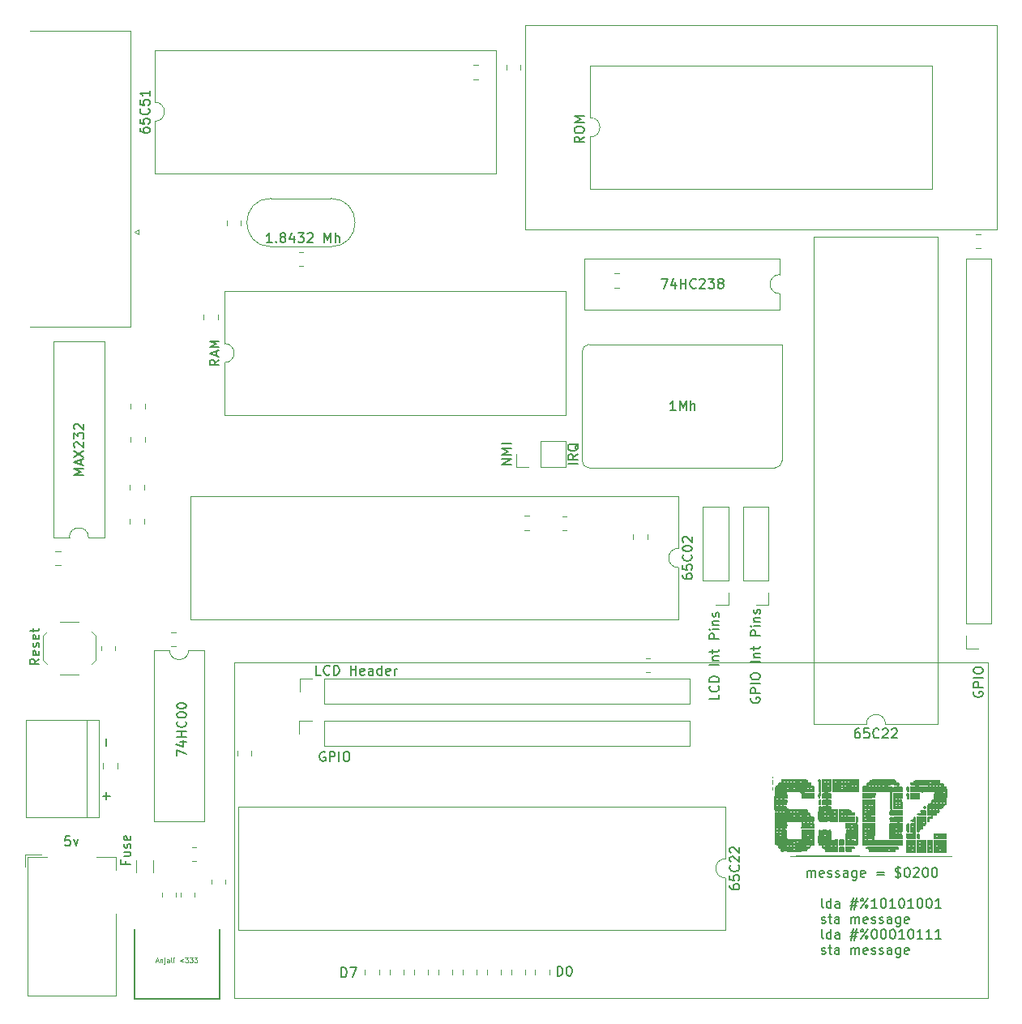
<source format=gbr>
%TF.GenerationSoftware,KiCad,Pcbnew,6.0.10-86aedd382b~118~ubuntu22.10.1*%
%TF.CreationDate,2023-07-03T20:36:26-07:00*%
%TF.ProjectId,6502v2,36353032-7632-42e6-9b69-6361645f7063,rev?*%
%TF.SameCoordinates,Original*%
%TF.FileFunction,Legend,Top*%
%TF.FilePolarity,Positive*%
%FSLAX46Y46*%
G04 Gerber Fmt 4.6, Leading zero omitted, Abs format (unit mm)*
G04 Created by KiCad (PCBNEW 6.0.10-86aedd382b~118~ubuntu22.10.1) date 2023-07-03 20:36:26*
%MOMM*%
%LPD*%
G01*
G04 APERTURE LIST*
%ADD10C,0.150000*%
%ADD11C,0.125000*%
%ADD12C,0.120000*%
G04 APERTURE END LIST*
D10*
X86211904Y-125752380D02*
X86211904Y-124752380D01*
X86450000Y-124752380D01*
X86592857Y-124800000D01*
X86688095Y-124895238D01*
X86735714Y-124990476D01*
X86783333Y-125180952D01*
X86783333Y-125323809D01*
X86735714Y-125514285D01*
X86688095Y-125609523D01*
X86592857Y-125704761D01*
X86450000Y-125752380D01*
X86211904Y-125752380D01*
X87402380Y-124752380D02*
X87497619Y-124752380D01*
X87592857Y-124800000D01*
X87640476Y-124847619D01*
X87688095Y-124942857D01*
X87735714Y-125133333D01*
X87735714Y-125371428D01*
X87688095Y-125561904D01*
X87640476Y-125657142D01*
X87592857Y-125704761D01*
X87497619Y-125752380D01*
X87402380Y-125752380D01*
X87307142Y-125704761D01*
X87259523Y-125657142D01*
X87211904Y-125561904D01*
X87164285Y-125371428D01*
X87164285Y-125133333D01*
X87211904Y-124942857D01*
X87259523Y-124847619D01*
X87307142Y-124800000D01*
X87402380Y-124752380D01*
X63661904Y-125877380D02*
X63661904Y-124877380D01*
X63900000Y-124877380D01*
X64042857Y-124925000D01*
X64138095Y-125020238D01*
X64185714Y-125115476D01*
X64233333Y-125305952D01*
X64233333Y-125448809D01*
X64185714Y-125639285D01*
X64138095Y-125734523D01*
X64042857Y-125829761D01*
X63900000Y-125877380D01*
X63661904Y-125877380D01*
X64566666Y-124877380D02*
X65233333Y-124877380D01*
X64804761Y-125877380D01*
X88327380Y-72298809D02*
X87327380Y-72298809D01*
X88327380Y-71251190D02*
X87851190Y-71584523D01*
X88327380Y-71822619D02*
X87327380Y-71822619D01*
X87327380Y-71441666D01*
X87375000Y-71346428D01*
X87422619Y-71298809D01*
X87517857Y-71251190D01*
X87660714Y-71251190D01*
X87755952Y-71298809D01*
X87803571Y-71346428D01*
X87851190Y-71441666D01*
X87851190Y-71822619D01*
X88422619Y-70155952D02*
X88375000Y-70251190D01*
X88279761Y-70346428D01*
X88136904Y-70489285D01*
X88089285Y-70584523D01*
X88089285Y-70679761D01*
X88327380Y-70632142D02*
X88279761Y-70727380D01*
X88184523Y-70822619D01*
X87994047Y-70870238D01*
X87660714Y-70870238D01*
X87470238Y-70822619D01*
X87375000Y-70727380D01*
X87327380Y-70632142D01*
X87327380Y-70441666D01*
X87375000Y-70346428D01*
X87470238Y-70251190D01*
X87660714Y-70203571D01*
X87994047Y-70203571D01*
X88184523Y-70251190D01*
X88279761Y-70346428D01*
X88327380Y-70441666D01*
X88327380Y-70632142D01*
X106450000Y-96708333D02*
X106402380Y-96803571D01*
X106402380Y-96946428D01*
X106450000Y-97089285D01*
X106545238Y-97184523D01*
X106640476Y-97232142D01*
X106830952Y-97279761D01*
X106973809Y-97279761D01*
X107164285Y-97232142D01*
X107259523Y-97184523D01*
X107354761Y-97089285D01*
X107402380Y-96946428D01*
X107402380Y-96851190D01*
X107354761Y-96708333D01*
X107307142Y-96660714D01*
X106973809Y-96660714D01*
X106973809Y-96851190D01*
X107402380Y-96232142D02*
X106402380Y-96232142D01*
X106402380Y-95851190D01*
X106450000Y-95755952D01*
X106497619Y-95708333D01*
X106592857Y-95660714D01*
X106735714Y-95660714D01*
X106830952Y-95708333D01*
X106878571Y-95755952D01*
X106926190Y-95851190D01*
X106926190Y-96232142D01*
X107402380Y-95232142D02*
X106402380Y-95232142D01*
X106402380Y-94565476D02*
X106402380Y-94375000D01*
X106450000Y-94279761D01*
X106545238Y-94184523D01*
X106735714Y-94136904D01*
X107069047Y-94136904D01*
X107259523Y-94184523D01*
X107354761Y-94279761D01*
X107402380Y-94375000D01*
X107402380Y-94565476D01*
X107354761Y-94660714D01*
X107259523Y-94755952D01*
X107069047Y-94803571D01*
X106735714Y-94803571D01*
X106545238Y-94755952D01*
X106450000Y-94660714D01*
X106402380Y-94565476D01*
X107402380Y-92946428D02*
X106402380Y-92946428D01*
X106735714Y-92470238D02*
X107402380Y-92470238D01*
X106830952Y-92470238D02*
X106783333Y-92422619D01*
X106735714Y-92327380D01*
X106735714Y-92184523D01*
X106783333Y-92089285D01*
X106878571Y-92041666D01*
X107402380Y-92041666D01*
X106735714Y-91708333D02*
X106735714Y-91327380D01*
X106402380Y-91565476D02*
X107259523Y-91565476D01*
X107354761Y-91517857D01*
X107402380Y-91422619D01*
X107402380Y-91327380D01*
X107402380Y-90232142D02*
X106402380Y-90232142D01*
X106402380Y-89851190D01*
X106450000Y-89755952D01*
X106497619Y-89708333D01*
X106592857Y-89660714D01*
X106735714Y-89660714D01*
X106830952Y-89708333D01*
X106878571Y-89755952D01*
X106926190Y-89851190D01*
X106926190Y-90232142D01*
X107402380Y-89232142D02*
X106735714Y-89232142D01*
X106402380Y-89232142D02*
X106450000Y-89279761D01*
X106497619Y-89232142D01*
X106450000Y-89184523D01*
X106402380Y-89232142D01*
X106497619Y-89232142D01*
X106735714Y-88755952D02*
X107402380Y-88755952D01*
X106830952Y-88755952D02*
X106783333Y-88708333D01*
X106735714Y-88613095D01*
X106735714Y-88470238D01*
X106783333Y-88375000D01*
X106878571Y-88327380D01*
X107402380Y-88327380D01*
X107354761Y-87898809D02*
X107402380Y-87803571D01*
X107402380Y-87613095D01*
X107354761Y-87517857D01*
X107259523Y-87470238D01*
X107211904Y-87470238D01*
X107116666Y-87517857D01*
X107069047Y-87613095D01*
X107069047Y-87755952D01*
X107021428Y-87851190D01*
X106926190Y-87898809D01*
X106878571Y-87898809D01*
X106783333Y-87851190D01*
X106735714Y-87755952D01*
X106735714Y-87613095D01*
X106783333Y-87517857D01*
X39121428Y-101755952D02*
X39121428Y-100994047D01*
D11*
X44295238Y-124183333D02*
X44533333Y-124183333D01*
X44247619Y-124326190D02*
X44414285Y-123826190D01*
X44580952Y-124326190D01*
X44747619Y-123992857D02*
X44747619Y-124326190D01*
X44747619Y-124040476D02*
X44771428Y-124016666D01*
X44819047Y-123992857D01*
X44890476Y-123992857D01*
X44938095Y-124016666D01*
X44961904Y-124064285D01*
X44961904Y-124326190D01*
X45200000Y-123992857D02*
X45200000Y-124421428D01*
X45176190Y-124469047D01*
X45128571Y-124492857D01*
X45104761Y-124492857D01*
X45200000Y-123826190D02*
X45176190Y-123850000D01*
X45200000Y-123873809D01*
X45223809Y-123850000D01*
X45200000Y-123826190D01*
X45200000Y-123873809D01*
X45652380Y-124326190D02*
X45652380Y-124064285D01*
X45628571Y-124016666D01*
X45580952Y-123992857D01*
X45485714Y-123992857D01*
X45438095Y-124016666D01*
X45652380Y-124302380D02*
X45604761Y-124326190D01*
X45485714Y-124326190D01*
X45438095Y-124302380D01*
X45414285Y-124254761D01*
X45414285Y-124207142D01*
X45438095Y-124159523D01*
X45485714Y-124135714D01*
X45604761Y-124135714D01*
X45652380Y-124111904D01*
X45961904Y-124326190D02*
X45914285Y-124302380D01*
X45890476Y-124254761D01*
X45890476Y-123826190D01*
X46152380Y-124326190D02*
X46152380Y-123992857D01*
X46152380Y-123826190D02*
X46128571Y-123850000D01*
X46152380Y-123873809D01*
X46176190Y-123850000D01*
X46152380Y-123826190D01*
X46152380Y-123873809D01*
X47152380Y-123992857D02*
X46771428Y-124135714D01*
X47152380Y-124278571D01*
X47342857Y-123826190D02*
X47652380Y-123826190D01*
X47485714Y-124016666D01*
X47557142Y-124016666D01*
X47604761Y-124040476D01*
X47628571Y-124064285D01*
X47652380Y-124111904D01*
X47652380Y-124230952D01*
X47628571Y-124278571D01*
X47604761Y-124302380D01*
X47557142Y-124326190D01*
X47414285Y-124326190D01*
X47366666Y-124302380D01*
X47342857Y-124278571D01*
X47819047Y-123826190D02*
X48128571Y-123826190D01*
X47961904Y-124016666D01*
X48033333Y-124016666D01*
X48080952Y-124040476D01*
X48104761Y-124064285D01*
X48128571Y-124111904D01*
X48128571Y-124230952D01*
X48104761Y-124278571D01*
X48080952Y-124302380D01*
X48033333Y-124326190D01*
X47890476Y-124326190D01*
X47842857Y-124302380D01*
X47819047Y-124278571D01*
X48295238Y-123826190D02*
X48604761Y-123826190D01*
X48438095Y-124016666D01*
X48509523Y-124016666D01*
X48557142Y-124040476D01*
X48580952Y-124064285D01*
X48604761Y-124111904D01*
X48604761Y-124230952D01*
X48580952Y-124278571D01*
X48557142Y-124302380D01*
X48509523Y-124326190D01*
X48366666Y-124326190D01*
X48319047Y-124302380D01*
X48295238Y-124278571D01*
D10*
X103102380Y-96373809D02*
X103102380Y-96850000D01*
X102102380Y-96850000D01*
X103007142Y-95469047D02*
X103054761Y-95516666D01*
X103102380Y-95659523D01*
X103102380Y-95754761D01*
X103054761Y-95897619D01*
X102959523Y-95992857D01*
X102864285Y-96040476D01*
X102673809Y-96088095D01*
X102530952Y-96088095D01*
X102340476Y-96040476D01*
X102245238Y-95992857D01*
X102150000Y-95897619D01*
X102102380Y-95754761D01*
X102102380Y-95659523D01*
X102150000Y-95516666D01*
X102197619Y-95469047D01*
X103102380Y-95040476D02*
X102102380Y-95040476D01*
X102102380Y-94802380D01*
X102150000Y-94659523D01*
X102245238Y-94564285D01*
X102340476Y-94516666D01*
X102530952Y-94469047D01*
X102673809Y-94469047D01*
X102864285Y-94516666D01*
X102959523Y-94564285D01*
X103054761Y-94659523D01*
X103102380Y-94802380D01*
X103102380Y-95040476D01*
X103102380Y-93278571D02*
X102102380Y-93278571D01*
X102435714Y-92802380D02*
X103102380Y-92802380D01*
X102530952Y-92802380D02*
X102483333Y-92754761D01*
X102435714Y-92659523D01*
X102435714Y-92516666D01*
X102483333Y-92421428D01*
X102578571Y-92373809D01*
X103102380Y-92373809D01*
X102435714Y-92040476D02*
X102435714Y-91659523D01*
X102102380Y-91897619D02*
X102959523Y-91897619D01*
X103054761Y-91850000D01*
X103102380Y-91754761D01*
X103102380Y-91659523D01*
X103102380Y-90564285D02*
X102102380Y-90564285D01*
X102102380Y-90183333D01*
X102150000Y-90088095D01*
X102197619Y-90040476D01*
X102292857Y-89992857D01*
X102435714Y-89992857D01*
X102530952Y-90040476D01*
X102578571Y-90088095D01*
X102626190Y-90183333D01*
X102626190Y-90564285D01*
X103102380Y-89564285D02*
X102435714Y-89564285D01*
X102102380Y-89564285D02*
X102150000Y-89611904D01*
X102197619Y-89564285D01*
X102150000Y-89516666D01*
X102102380Y-89564285D01*
X102197619Y-89564285D01*
X102435714Y-89088095D02*
X103102380Y-89088095D01*
X102530952Y-89088095D02*
X102483333Y-89040476D01*
X102435714Y-88945238D01*
X102435714Y-88802380D01*
X102483333Y-88707142D01*
X102578571Y-88659523D01*
X103102380Y-88659523D01*
X103054761Y-88230952D02*
X103102380Y-88135714D01*
X103102380Y-87945238D01*
X103054761Y-87850000D01*
X102959523Y-87802380D01*
X102911904Y-87802380D01*
X102816666Y-87850000D01*
X102769047Y-87945238D01*
X102769047Y-88088095D01*
X102721428Y-88183333D01*
X102626190Y-88230952D01*
X102578571Y-88230952D01*
X102483333Y-88183333D01*
X102435714Y-88088095D01*
X102435714Y-87945238D01*
X102483333Y-87850000D01*
X39121428Y-107330952D02*
X39121428Y-106569047D01*
X39502380Y-106950000D02*
X38740476Y-106950000D01*
X112335595Y-115427380D02*
X112335595Y-114760714D01*
X112335595Y-114855952D02*
X112383214Y-114808333D01*
X112478452Y-114760714D01*
X112621309Y-114760714D01*
X112716547Y-114808333D01*
X112764166Y-114903571D01*
X112764166Y-115427380D01*
X112764166Y-114903571D02*
X112811785Y-114808333D01*
X112907023Y-114760714D01*
X113049880Y-114760714D01*
X113145119Y-114808333D01*
X113192738Y-114903571D01*
X113192738Y-115427380D01*
X114049880Y-115379761D02*
X113954642Y-115427380D01*
X113764166Y-115427380D01*
X113668928Y-115379761D01*
X113621309Y-115284523D01*
X113621309Y-114903571D01*
X113668928Y-114808333D01*
X113764166Y-114760714D01*
X113954642Y-114760714D01*
X114049880Y-114808333D01*
X114097500Y-114903571D01*
X114097500Y-114998809D01*
X113621309Y-115094047D01*
X114478452Y-115379761D02*
X114573690Y-115427380D01*
X114764166Y-115427380D01*
X114859404Y-115379761D01*
X114907023Y-115284523D01*
X114907023Y-115236904D01*
X114859404Y-115141666D01*
X114764166Y-115094047D01*
X114621309Y-115094047D01*
X114526071Y-115046428D01*
X114478452Y-114951190D01*
X114478452Y-114903571D01*
X114526071Y-114808333D01*
X114621309Y-114760714D01*
X114764166Y-114760714D01*
X114859404Y-114808333D01*
X115287976Y-115379761D02*
X115383214Y-115427380D01*
X115573690Y-115427380D01*
X115668928Y-115379761D01*
X115716547Y-115284523D01*
X115716547Y-115236904D01*
X115668928Y-115141666D01*
X115573690Y-115094047D01*
X115430833Y-115094047D01*
X115335595Y-115046428D01*
X115287976Y-114951190D01*
X115287976Y-114903571D01*
X115335595Y-114808333D01*
X115430833Y-114760714D01*
X115573690Y-114760714D01*
X115668928Y-114808333D01*
X116573690Y-115427380D02*
X116573690Y-114903571D01*
X116526071Y-114808333D01*
X116430833Y-114760714D01*
X116240357Y-114760714D01*
X116145119Y-114808333D01*
X116573690Y-115379761D02*
X116478452Y-115427380D01*
X116240357Y-115427380D01*
X116145119Y-115379761D01*
X116097500Y-115284523D01*
X116097500Y-115189285D01*
X116145119Y-115094047D01*
X116240357Y-115046428D01*
X116478452Y-115046428D01*
X116573690Y-114998809D01*
X117478452Y-114760714D02*
X117478452Y-115570238D01*
X117430833Y-115665476D01*
X117383214Y-115713095D01*
X117287976Y-115760714D01*
X117145119Y-115760714D01*
X117049880Y-115713095D01*
X117478452Y-115379761D02*
X117383214Y-115427380D01*
X117192738Y-115427380D01*
X117097500Y-115379761D01*
X117049880Y-115332142D01*
X117002261Y-115236904D01*
X117002261Y-114951190D01*
X117049880Y-114855952D01*
X117097500Y-114808333D01*
X117192738Y-114760714D01*
X117383214Y-114760714D01*
X117478452Y-114808333D01*
X118335595Y-115379761D02*
X118240357Y-115427380D01*
X118049880Y-115427380D01*
X117954642Y-115379761D01*
X117907023Y-115284523D01*
X117907023Y-114903571D01*
X117954642Y-114808333D01*
X118049880Y-114760714D01*
X118240357Y-114760714D01*
X118335595Y-114808333D01*
X118383214Y-114903571D01*
X118383214Y-114998809D01*
X117907023Y-115094047D01*
X119573690Y-114903571D02*
X120335595Y-114903571D01*
X120335595Y-115189285D02*
X119573690Y-115189285D01*
X121526071Y-115379761D02*
X121668928Y-115427380D01*
X121907023Y-115427380D01*
X122002261Y-115379761D01*
X122049880Y-115332142D01*
X122097500Y-115236904D01*
X122097500Y-115141666D01*
X122049880Y-115046428D01*
X122002261Y-114998809D01*
X121907023Y-114951190D01*
X121716547Y-114903571D01*
X121621309Y-114855952D01*
X121573690Y-114808333D01*
X121526071Y-114713095D01*
X121526071Y-114617857D01*
X121573690Y-114522619D01*
X121621309Y-114475000D01*
X121716547Y-114427380D01*
X121954642Y-114427380D01*
X122097500Y-114475000D01*
X121811785Y-114284523D02*
X121811785Y-115570238D01*
X122716547Y-114427380D02*
X122811785Y-114427380D01*
X122907023Y-114475000D01*
X122954642Y-114522619D01*
X123002261Y-114617857D01*
X123049880Y-114808333D01*
X123049880Y-115046428D01*
X123002261Y-115236904D01*
X122954642Y-115332142D01*
X122907023Y-115379761D01*
X122811785Y-115427380D01*
X122716547Y-115427380D01*
X122621309Y-115379761D01*
X122573690Y-115332142D01*
X122526071Y-115236904D01*
X122478452Y-115046428D01*
X122478452Y-114808333D01*
X122526071Y-114617857D01*
X122573690Y-114522619D01*
X122621309Y-114475000D01*
X122716547Y-114427380D01*
X123430833Y-114522619D02*
X123478452Y-114475000D01*
X123573690Y-114427380D01*
X123811785Y-114427380D01*
X123907023Y-114475000D01*
X123954642Y-114522619D01*
X124002261Y-114617857D01*
X124002261Y-114713095D01*
X123954642Y-114855952D01*
X123383214Y-115427380D01*
X124002261Y-115427380D01*
X124621309Y-114427380D02*
X124716547Y-114427380D01*
X124811785Y-114475000D01*
X124859404Y-114522619D01*
X124907023Y-114617857D01*
X124954642Y-114808333D01*
X124954642Y-115046428D01*
X124907023Y-115236904D01*
X124859404Y-115332142D01*
X124811785Y-115379761D01*
X124716547Y-115427380D01*
X124621309Y-115427380D01*
X124526071Y-115379761D01*
X124478452Y-115332142D01*
X124430833Y-115236904D01*
X124383214Y-115046428D01*
X124383214Y-114808333D01*
X124430833Y-114617857D01*
X124478452Y-114522619D01*
X124526071Y-114475000D01*
X124621309Y-114427380D01*
X125573690Y-114427380D02*
X125668928Y-114427380D01*
X125764166Y-114475000D01*
X125811785Y-114522619D01*
X125859404Y-114617857D01*
X125907023Y-114808333D01*
X125907023Y-115046428D01*
X125859404Y-115236904D01*
X125811785Y-115332142D01*
X125764166Y-115379761D01*
X125668928Y-115427380D01*
X125573690Y-115427380D01*
X125478452Y-115379761D01*
X125430833Y-115332142D01*
X125383214Y-115236904D01*
X125335595Y-115046428D01*
X125335595Y-114808333D01*
X125383214Y-114617857D01*
X125430833Y-114522619D01*
X125478452Y-114475000D01*
X125573690Y-114427380D01*
X114002261Y-118647380D02*
X113907023Y-118599761D01*
X113859404Y-118504523D01*
X113859404Y-117647380D01*
X114811785Y-118647380D02*
X114811785Y-117647380D01*
X114811785Y-118599761D02*
X114716547Y-118647380D01*
X114526071Y-118647380D01*
X114430833Y-118599761D01*
X114383214Y-118552142D01*
X114335595Y-118456904D01*
X114335595Y-118171190D01*
X114383214Y-118075952D01*
X114430833Y-118028333D01*
X114526071Y-117980714D01*
X114716547Y-117980714D01*
X114811785Y-118028333D01*
X115716547Y-118647380D02*
X115716547Y-118123571D01*
X115668928Y-118028333D01*
X115573690Y-117980714D01*
X115383214Y-117980714D01*
X115287976Y-118028333D01*
X115716547Y-118599761D02*
X115621309Y-118647380D01*
X115383214Y-118647380D01*
X115287976Y-118599761D01*
X115240357Y-118504523D01*
X115240357Y-118409285D01*
X115287976Y-118314047D01*
X115383214Y-118266428D01*
X115621309Y-118266428D01*
X115716547Y-118218809D01*
X116907023Y-117980714D02*
X117621309Y-117980714D01*
X117192738Y-117552142D02*
X116907023Y-118837857D01*
X117526071Y-118409285D02*
X116811785Y-118409285D01*
X117240357Y-118837857D02*
X117526071Y-117552142D01*
X117907023Y-118647380D02*
X118668928Y-117647380D01*
X118049880Y-117647380D02*
X118145119Y-117695000D01*
X118192738Y-117790238D01*
X118145119Y-117885476D01*
X118049880Y-117933095D01*
X117954642Y-117885476D01*
X117907023Y-117790238D01*
X117954642Y-117695000D01*
X118049880Y-117647380D01*
X118621309Y-118599761D02*
X118668928Y-118504523D01*
X118621309Y-118409285D01*
X118526071Y-118361666D01*
X118430833Y-118409285D01*
X118383214Y-118504523D01*
X118430833Y-118599761D01*
X118526071Y-118647380D01*
X118621309Y-118599761D01*
X119621309Y-118647380D02*
X119049880Y-118647380D01*
X119335595Y-118647380D02*
X119335595Y-117647380D01*
X119240357Y-117790238D01*
X119145119Y-117885476D01*
X119049880Y-117933095D01*
X120240357Y-117647380D02*
X120335595Y-117647380D01*
X120430833Y-117695000D01*
X120478452Y-117742619D01*
X120526071Y-117837857D01*
X120573690Y-118028333D01*
X120573690Y-118266428D01*
X120526071Y-118456904D01*
X120478452Y-118552142D01*
X120430833Y-118599761D01*
X120335595Y-118647380D01*
X120240357Y-118647380D01*
X120145119Y-118599761D01*
X120097500Y-118552142D01*
X120049880Y-118456904D01*
X120002261Y-118266428D01*
X120002261Y-118028333D01*
X120049880Y-117837857D01*
X120097500Y-117742619D01*
X120145119Y-117695000D01*
X120240357Y-117647380D01*
X121526071Y-118647380D02*
X120954642Y-118647380D01*
X121240357Y-118647380D02*
X121240357Y-117647380D01*
X121145119Y-117790238D01*
X121049880Y-117885476D01*
X120954642Y-117933095D01*
X122145119Y-117647380D02*
X122240357Y-117647380D01*
X122335595Y-117695000D01*
X122383214Y-117742619D01*
X122430833Y-117837857D01*
X122478452Y-118028333D01*
X122478452Y-118266428D01*
X122430833Y-118456904D01*
X122383214Y-118552142D01*
X122335595Y-118599761D01*
X122240357Y-118647380D01*
X122145119Y-118647380D01*
X122049880Y-118599761D01*
X122002261Y-118552142D01*
X121954642Y-118456904D01*
X121907023Y-118266428D01*
X121907023Y-118028333D01*
X121954642Y-117837857D01*
X122002261Y-117742619D01*
X122049880Y-117695000D01*
X122145119Y-117647380D01*
X123430833Y-118647380D02*
X122859404Y-118647380D01*
X123145119Y-118647380D02*
X123145119Y-117647380D01*
X123049880Y-117790238D01*
X122954642Y-117885476D01*
X122859404Y-117933095D01*
X124049880Y-117647380D02*
X124145119Y-117647380D01*
X124240357Y-117695000D01*
X124287976Y-117742619D01*
X124335595Y-117837857D01*
X124383214Y-118028333D01*
X124383214Y-118266428D01*
X124335595Y-118456904D01*
X124287976Y-118552142D01*
X124240357Y-118599761D01*
X124145119Y-118647380D01*
X124049880Y-118647380D01*
X123954642Y-118599761D01*
X123907023Y-118552142D01*
X123859404Y-118456904D01*
X123811785Y-118266428D01*
X123811785Y-118028333D01*
X123859404Y-117837857D01*
X123907023Y-117742619D01*
X123954642Y-117695000D01*
X124049880Y-117647380D01*
X125002261Y-117647380D02*
X125097500Y-117647380D01*
X125192738Y-117695000D01*
X125240357Y-117742619D01*
X125287976Y-117837857D01*
X125335595Y-118028333D01*
X125335595Y-118266428D01*
X125287976Y-118456904D01*
X125240357Y-118552142D01*
X125192738Y-118599761D01*
X125097500Y-118647380D01*
X125002261Y-118647380D01*
X124907023Y-118599761D01*
X124859404Y-118552142D01*
X124811785Y-118456904D01*
X124764166Y-118266428D01*
X124764166Y-118028333D01*
X124811785Y-117837857D01*
X124859404Y-117742619D01*
X124907023Y-117695000D01*
X125002261Y-117647380D01*
X126287976Y-118647380D02*
X125716547Y-118647380D01*
X126002261Y-118647380D02*
X126002261Y-117647380D01*
X125907023Y-117790238D01*
X125811785Y-117885476D01*
X125716547Y-117933095D01*
X113811785Y-120209761D02*
X113907023Y-120257380D01*
X114097500Y-120257380D01*
X114192738Y-120209761D01*
X114240357Y-120114523D01*
X114240357Y-120066904D01*
X114192738Y-119971666D01*
X114097500Y-119924047D01*
X113954642Y-119924047D01*
X113859404Y-119876428D01*
X113811785Y-119781190D01*
X113811785Y-119733571D01*
X113859404Y-119638333D01*
X113954642Y-119590714D01*
X114097500Y-119590714D01*
X114192738Y-119638333D01*
X114526071Y-119590714D02*
X114907023Y-119590714D01*
X114668928Y-119257380D02*
X114668928Y-120114523D01*
X114716547Y-120209761D01*
X114811785Y-120257380D01*
X114907023Y-120257380D01*
X115668928Y-120257380D02*
X115668928Y-119733571D01*
X115621309Y-119638333D01*
X115526071Y-119590714D01*
X115335595Y-119590714D01*
X115240357Y-119638333D01*
X115668928Y-120209761D02*
X115573690Y-120257380D01*
X115335595Y-120257380D01*
X115240357Y-120209761D01*
X115192738Y-120114523D01*
X115192738Y-120019285D01*
X115240357Y-119924047D01*
X115335595Y-119876428D01*
X115573690Y-119876428D01*
X115668928Y-119828809D01*
X116907023Y-120257380D02*
X116907023Y-119590714D01*
X116907023Y-119685952D02*
X116954642Y-119638333D01*
X117049880Y-119590714D01*
X117192738Y-119590714D01*
X117287976Y-119638333D01*
X117335595Y-119733571D01*
X117335595Y-120257380D01*
X117335595Y-119733571D02*
X117383214Y-119638333D01*
X117478452Y-119590714D01*
X117621309Y-119590714D01*
X117716547Y-119638333D01*
X117764166Y-119733571D01*
X117764166Y-120257380D01*
X118621309Y-120209761D02*
X118526071Y-120257380D01*
X118335595Y-120257380D01*
X118240357Y-120209761D01*
X118192738Y-120114523D01*
X118192738Y-119733571D01*
X118240357Y-119638333D01*
X118335595Y-119590714D01*
X118526071Y-119590714D01*
X118621309Y-119638333D01*
X118668928Y-119733571D01*
X118668928Y-119828809D01*
X118192738Y-119924047D01*
X119049880Y-120209761D02*
X119145119Y-120257380D01*
X119335595Y-120257380D01*
X119430833Y-120209761D01*
X119478452Y-120114523D01*
X119478452Y-120066904D01*
X119430833Y-119971666D01*
X119335595Y-119924047D01*
X119192738Y-119924047D01*
X119097500Y-119876428D01*
X119049880Y-119781190D01*
X119049880Y-119733571D01*
X119097500Y-119638333D01*
X119192738Y-119590714D01*
X119335595Y-119590714D01*
X119430833Y-119638333D01*
X119859404Y-120209761D02*
X119954642Y-120257380D01*
X120145119Y-120257380D01*
X120240357Y-120209761D01*
X120287976Y-120114523D01*
X120287976Y-120066904D01*
X120240357Y-119971666D01*
X120145119Y-119924047D01*
X120002261Y-119924047D01*
X119907023Y-119876428D01*
X119859404Y-119781190D01*
X119859404Y-119733571D01*
X119907023Y-119638333D01*
X120002261Y-119590714D01*
X120145119Y-119590714D01*
X120240357Y-119638333D01*
X121145119Y-120257380D02*
X121145119Y-119733571D01*
X121097500Y-119638333D01*
X121002261Y-119590714D01*
X120811785Y-119590714D01*
X120716547Y-119638333D01*
X121145119Y-120209761D02*
X121049880Y-120257380D01*
X120811785Y-120257380D01*
X120716547Y-120209761D01*
X120668928Y-120114523D01*
X120668928Y-120019285D01*
X120716547Y-119924047D01*
X120811785Y-119876428D01*
X121049880Y-119876428D01*
X121145119Y-119828809D01*
X122049880Y-119590714D02*
X122049880Y-120400238D01*
X122002261Y-120495476D01*
X121954642Y-120543095D01*
X121859404Y-120590714D01*
X121716547Y-120590714D01*
X121621309Y-120543095D01*
X122049880Y-120209761D02*
X121954642Y-120257380D01*
X121764166Y-120257380D01*
X121668928Y-120209761D01*
X121621309Y-120162142D01*
X121573690Y-120066904D01*
X121573690Y-119781190D01*
X121621309Y-119685952D01*
X121668928Y-119638333D01*
X121764166Y-119590714D01*
X121954642Y-119590714D01*
X122049880Y-119638333D01*
X122907023Y-120209761D02*
X122811785Y-120257380D01*
X122621309Y-120257380D01*
X122526071Y-120209761D01*
X122478452Y-120114523D01*
X122478452Y-119733571D01*
X122526071Y-119638333D01*
X122621309Y-119590714D01*
X122811785Y-119590714D01*
X122907023Y-119638333D01*
X122954642Y-119733571D01*
X122954642Y-119828809D01*
X122478452Y-119924047D01*
X114002261Y-121867380D02*
X113907023Y-121819761D01*
X113859404Y-121724523D01*
X113859404Y-120867380D01*
X114811785Y-121867380D02*
X114811785Y-120867380D01*
X114811785Y-121819761D02*
X114716547Y-121867380D01*
X114526071Y-121867380D01*
X114430833Y-121819761D01*
X114383214Y-121772142D01*
X114335595Y-121676904D01*
X114335595Y-121391190D01*
X114383214Y-121295952D01*
X114430833Y-121248333D01*
X114526071Y-121200714D01*
X114716547Y-121200714D01*
X114811785Y-121248333D01*
X115716547Y-121867380D02*
X115716547Y-121343571D01*
X115668928Y-121248333D01*
X115573690Y-121200714D01*
X115383214Y-121200714D01*
X115287976Y-121248333D01*
X115716547Y-121819761D02*
X115621309Y-121867380D01*
X115383214Y-121867380D01*
X115287976Y-121819761D01*
X115240357Y-121724523D01*
X115240357Y-121629285D01*
X115287976Y-121534047D01*
X115383214Y-121486428D01*
X115621309Y-121486428D01*
X115716547Y-121438809D01*
X116907023Y-121200714D02*
X117621309Y-121200714D01*
X117192738Y-120772142D02*
X116907023Y-122057857D01*
X117526071Y-121629285D02*
X116811785Y-121629285D01*
X117240357Y-122057857D02*
X117526071Y-120772142D01*
X117907023Y-121867380D02*
X118668928Y-120867380D01*
X118049880Y-120867380D02*
X118145119Y-120915000D01*
X118192738Y-121010238D01*
X118145119Y-121105476D01*
X118049880Y-121153095D01*
X117954642Y-121105476D01*
X117907023Y-121010238D01*
X117954642Y-120915000D01*
X118049880Y-120867380D01*
X118621309Y-121819761D02*
X118668928Y-121724523D01*
X118621309Y-121629285D01*
X118526071Y-121581666D01*
X118430833Y-121629285D01*
X118383214Y-121724523D01*
X118430833Y-121819761D01*
X118526071Y-121867380D01*
X118621309Y-121819761D01*
X119287976Y-120867380D02*
X119383214Y-120867380D01*
X119478452Y-120915000D01*
X119526071Y-120962619D01*
X119573690Y-121057857D01*
X119621309Y-121248333D01*
X119621309Y-121486428D01*
X119573690Y-121676904D01*
X119526071Y-121772142D01*
X119478452Y-121819761D01*
X119383214Y-121867380D01*
X119287976Y-121867380D01*
X119192738Y-121819761D01*
X119145119Y-121772142D01*
X119097500Y-121676904D01*
X119049880Y-121486428D01*
X119049880Y-121248333D01*
X119097500Y-121057857D01*
X119145119Y-120962619D01*
X119192738Y-120915000D01*
X119287976Y-120867380D01*
X120240357Y-120867380D02*
X120335595Y-120867380D01*
X120430833Y-120915000D01*
X120478452Y-120962619D01*
X120526071Y-121057857D01*
X120573690Y-121248333D01*
X120573690Y-121486428D01*
X120526071Y-121676904D01*
X120478452Y-121772142D01*
X120430833Y-121819761D01*
X120335595Y-121867380D01*
X120240357Y-121867380D01*
X120145119Y-121819761D01*
X120097500Y-121772142D01*
X120049880Y-121676904D01*
X120002261Y-121486428D01*
X120002261Y-121248333D01*
X120049880Y-121057857D01*
X120097500Y-120962619D01*
X120145119Y-120915000D01*
X120240357Y-120867380D01*
X121192738Y-120867380D02*
X121287976Y-120867380D01*
X121383214Y-120915000D01*
X121430833Y-120962619D01*
X121478452Y-121057857D01*
X121526071Y-121248333D01*
X121526071Y-121486428D01*
X121478452Y-121676904D01*
X121430833Y-121772142D01*
X121383214Y-121819761D01*
X121287976Y-121867380D01*
X121192738Y-121867380D01*
X121097500Y-121819761D01*
X121049880Y-121772142D01*
X121002261Y-121676904D01*
X120954642Y-121486428D01*
X120954642Y-121248333D01*
X121002261Y-121057857D01*
X121049880Y-120962619D01*
X121097500Y-120915000D01*
X121192738Y-120867380D01*
X122478452Y-121867380D02*
X121907023Y-121867380D01*
X122192738Y-121867380D02*
X122192738Y-120867380D01*
X122097500Y-121010238D01*
X122002261Y-121105476D01*
X121907023Y-121153095D01*
X123097500Y-120867380D02*
X123192738Y-120867380D01*
X123287976Y-120915000D01*
X123335595Y-120962619D01*
X123383214Y-121057857D01*
X123430833Y-121248333D01*
X123430833Y-121486428D01*
X123383214Y-121676904D01*
X123335595Y-121772142D01*
X123287976Y-121819761D01*
X123192738Y-121867380D01*
X123097500Y-121867380D01*
X123002261Y-121819761D01*
X122954642Y-121772142D01*
X122907023Y-121676904D01*
X122859404Y-121486428D01*
X122859404Y-121248333D01*
X122907023Y-121057857D01*
X122954642Y-120962619D01*
X123002261Y-120915000D01*
X123097500Y-120867380D01*
X124383214Y-121867380D02*
X123811785Y-121867380D01*
X124097500Y-121867380D02*
X124097500Y-120867380D01*
X124002261Y-121010238D01*
X123907023Y-121105476D01*
X123811785Y-121153095D01*
X125335595Y-121867380D02*
X124764166Y-121867380D01*
X125049880Y-121867380D02*
X125049880Y-120867380D01*
X124954642Y-121010238D01*
X124859404Y-121105476D01*
X124764166Y-121153095D01*
X126287976Y-121867380D02*
X125716547Y-121867380D01*
X126002261Y-121867380D02*
X126002261Y-120867380D01*
X125907023Y-121010238D01*
X125811785Y-121105476D01*
X125716547Y-121153095D01*
X113811785Y-123429761D02*
X113907023Y-123477380D01*
X114097500Y-123477380D01*
X114192738Y-123429761D01*
X114240357Y-123334523D01*
X114240357Y-123286904D01*
X114192738Y-123191666D01*
X114097500Y-123144047D01*
X113954642Y-123144047D01*
X113859404Y-123096428D01*
X113811785Y-123001190D01*
X113811785Y-122953571D01*
X113859404Y-122858333D01*
X113954642Y-122810714D01*
X114097500Y-122810714D01*
X114192738Y-122858333D01*
X114526071Y-122810714D02*
X114907023Y-122810714D01*
X114668928Y-122477380D02*
X114668928Y-123334523D01*
X114716547Y-123429761D01*
X114811785Y-123477380D01*
X114907023Y-123477380D01*
X115668928Y-123477380D02*
X115668928Y-122953571D01*
X115621309Y-122858333D01*
X115526071Y-122810714D01*
X115335595Y-122810714D01*
X115240357Y-122858333D01*
X115668928Y-123429761D02*
X115573690Y-123477380D01*
X115335595Y-123477380D01*
X115240357Y-123429761D01*
X115192738Y-123334523D01*
X115192738Y-123239285D01*
X115240357Y-123144047D01*
X115335595Y-123096428D01*
X115573690Y-123096428D01*
X115668928Y-123048809D01*
X116907023Y-123477380D02*
X116907023Y-122810714D01*
X116907023Y-122905952D02*
X116954642Y-122858333D01*
X117049880Y-122810714D01*
X117192738Y-122810714D01*
X117287976Y-122858333D01*
X117335595Y-122953571D01*
X117335595Y-123477380D01*
X117335595Y-122953571D02*
X117383214Y-122858333D01*
X117478452Y-122810714D01*
X117621309Y-122810714D01*
X117716547Y-122858333D01*
X117764166Y-122953571D01*
X117764166Y-123477380D01*
X118621309Y-123429761D02*
X118526071Y-123477380D01*
X118335595Y-123477380D01*
X118240357Y-123429761D01*
X118192738Y-123334523D01*
X118192738Y-122953571D01*
X118240357Y-122858333D01*
X118335595Y-122810714D01*
X118526071Y-122810714D01*
X118621309Y-122858333D01*
X118668928Y-122953571D01*
X118668928Y-123048809D01*
X118192738Y-123144047D01*
X119049880Y-123429761D02*
X119145119Y-123477380D01*
X119335595Y-123477380D01*
X119430833Y-123429761D01*
X119478452Y-123334523D01*
X119478452Y-123286904D01*
X119430833Y-123191666D01*
X119335595Y-123144047D01*
X119192738Y-123144047D01*
X119097500Y-123096428D01*
X119049880Y-123001190D01*
X119049880Y-122953571D01*
X119097500Y-122858333D01*
X119192738Y-122810714D01*
X119335595Y-122810714D01*
X119430833Y-122858333D01*
X119859404Y-123429761D02*
X119954642Y-123477380D01*
X120145119Y-123477380D01*
X120240357Y-123429761D01*
X120287976Y-123334523D01*
X120287976Y-123286904D01*
X120240357Y-123191666D01*
X120145119Y-123144047D01*
X120002261Y-123144047D01*
X119907023Y-123096428D01*
X119859404Y-123001190D01*
X119859404Y-122953571D01*
X119907023Y-122858333D01*
X120002261Y-122810714D01*
X120145119Y-122810714D01*
X120240357Y-122858333D01*
X121145119Y-123477380D02*
X121145119Y-122953571D01*
X121097500Y-122858333D01*
X121002261Y-122810714D01*
X120811785Y-122810714D01*
X120716547Y-122858333D01*
X121145119Y-123429761D02*
X121049880Y-123477380D01*
X120811785Y-123477380D01*
X120716547Y-123429761D01*
X120668928Y-123334523D01*
X120668928Y-123239285D01*
X120716547Y-123144047D01*
X120811785Y-123096428D01*
X121049880Y-123096428D01*
X121145119Y-123048809D01*
X122049880Y-122810714D02*
X122049880Y-123620238D01*
X122002261Y-123715476D01*
X121954642Y-123763095D01*
X121859404Y-123810714D01*
X121716547Y-123810714D01*
X121621309Y-123763095D01*
X122049880Y-123429761D02*
X121954642Y-123477380D01*
X121764166Y-123477380D01*
X121668928Y-123429761D01*
X121621309Y-123382142D01*
X121573690Y-123286904D01*
X121573690Y-123001190D01*
X121621309Y-122905952D01*
X121668928Y-122858333D01*
X121764166Y-122810714D01*
X121954642Y-122810714D01*
X122049880Y-122858333D01*
X122907023Y-123429761D02*
X122811785Y-123477380D01*
X122621309Y-123477380D01*
X122526071Y-123429761D01*
X122478452Y-123334523D01*
X122478452Y-122953571D01*
X122526071Y-122858333D01*
X122621309Y-122810714D01*
X122811785Y-122810714D01*
X122907023Y-122858333D01*
X122954642Y-122953571D01*
X122954642Y-123048809D01*
X122478452Y-123144047D01*
%TO.C,1.8432 Mh*%
X56413095Y-49152380D02*
X55841666Y-49152380D01*
X56127380Y-49152380D02*
X56127380Y-48152380D01*
X56032142Y-48295238D01*
X55936904Y-48390476D01*
X55841666Y-48438095D01*
X56841666Y-49057142D02*
X56889285Y-49104761D01*
X56841666Y-49152380D01*
X56794047Y-49104761D01*
X56841666Y-49057142D01*
X56841666Y-49152380D01*
X57460714Y-48580952D02*
X57365476Y-48533333D01*
X57317857Y-48485714D01*
X57270238Y-48390476D01*
X57270238Y-48342857D01*
X57317857Y-48247619D01*
X57365476Y-48200000D01*
X57460714Y-48152380D01*
X57651190Y-48152380D01*
X57746428Y-48200000D01*
X57794047Y-48247619D01*
X57841666Y-48342857D01*
X57841666Y-48390476D01*
X57794047Y-48485714D01*
X57746428Y-48533333D01*
X57651190Y-48580952D01*
X57460714Y-48580952D01*
X57365476Y-48628571D01*
X57317857Y-48676190D01*
X57270238Y-48771428D01*
X57270238Y-48961904D01*
X57317857Y-49057142D01*
X57365476Y-49104761D01*
X57460714Y-49152380D01*
X57651190Y-49152380D01*
X57746428Y-49104761D01*
X57794047Y-49057142D01*
X57841666Y-48961904D01*
X57841666Y-48771428D01*
X57794047Y-48676190D01*
X57746428Y-48628571D01*
X57651190Y-48580952D01*
X58698809Y-48485714D02*
X58698809Y-49152380D01*
X58460714Y-48104761D02*
X58222619Y-48819047D01*
X58841666Y-48819047D01*
X59127380Y-48152380D02*
X59746428Y-48152380D01*
X59413095Y-48533333D01*
X59555952Y-48533333D01*
X59651190Y-48580952D01*
X59698809Y-48628571D01*
X59746428Y-48723809D01*
X59746428Y-48961904D01*
X59698809Y-49057142D01*
X59651190Y-49104761D01*
X59555952Y-49152380D01*
X59270238Y-49152380D01*
X59175000Y-49104761D01*
X59127380Y-49057142D01*
X60127380Y-48247619D02*
X60175000Y-48200000D01*
X60270238Y-48152380D01*
X60508333Y-48152380D01*
X60603571Y-48200000D01*
X60651190Y-48247619D01*
X60698809Y-48342857D01*
X60698809Y-48438095D01*
X60651190Y-48580952D01*
X60079761Y-49152380D01*
X60698809Y-49152380D01*
X61889285Y-49152380D02*
X61889285Y-48152380D01*
X62222619Y-48866666D01*
X62555952Y-48152380D01*
X62555952Y-49152380D01*
X63032142Y-49152380D02*
X63032142Y-48152380D01*
X63460714Y-49152380D02*
X63460714Y-48628571D01*
X63413095Y-48533333D01*
X63317857Y-48485714D01*
X63175000Y-48485714D01*
X63079761Y-48533333D01*
X63032142Y-48580952D01*
%TO.C,GPIO*%
X61950000Y-102375000D02*
X61854761Y-102327380D01*
X61711904Y-102327380D01*
X61569047Y-102375000D01*
X61473809Y-102470238D01*
X61426190Y-102565476D01*
X61378571Y-102755952D01*
X61378571Y-102898809D01*
X61426190Y-103089285D01*
X61473809Y-103184523D01*
X61569047Y-103279761D01*
X61711904Y-103327380D01*
X61807142Y-103327380D01*
X61950000Y-103279761D01*
X61997619Y-103232142D01*
X61997619Y-102898809D01*
X61807142Y-102898809D01*
X62426190Y-103327380D02*
X62426190Y-102327380D01*
X62807142Y-102327380D01*
X62902380Y-102375000D01*
X62950000Y-102422619D01*
X62997619Y-102517857D01*
X62997619Y-102660714D01*
X62950000Y-102755952D01*
X62902380Y-102803571D01*
X62807142Y-102851190D01*
X62426190Y-102851190D01*
X63426190Y-103327380D02*
X63426190Y-102327380D01*
X64092857Y-102327380D02*
X64283333Y-102327380D01*
X64378571Y-102375000D01*
X64473809Y-102470238D01*
X64521428Y-102660714D01*
X64521428Y-102994047D01*
X64473809Y-103184523D01*
X64378571Y-103279761D01*
X64283333Y-103327380D01*
X64092857Y-103327380D01*
X63997619Y-103279761D01*
X63902380Y-103184523D01*
X63854761Y-102994047D01*
X63854761Y-102660714D01*
X63902380Y-102470238D01*
X63997619Y-102375000D01*
X64092857Y-102327380D01*
%TO.C,NMI*%
X81402380Y-72370238D02*
X80402380Y-72370238D01*
X81402380Y-71798809D01*
X80402380Y-71798809D01*
X81402380Y-71322619D02*
X80402380Y-71322619D01*
X81116666Y-70989285D01*
X80402380Y-70655952D01*
X81402380Y-70655952D01*
X81402380Y-70179761D02*
X80402380Y-70179761D01*
%TO.C,65C22*%
X104232380Y-116258095D02*
X104232380Y-116448571D01*
X104280000Y-116543809D01*
X104327619Y-116591428D01*
X104470476Y-116686666D01*
X104660952Y-116734285D01*
X105041904Y-116734285D01*
X105137142Y-116686666D01*
X105184761Y-116639047D01*
X105232380Y-116543809D01*
X105232380Y-116353333D01*
X105184761Y-116258095D01*
X105137142Y-116210476D01*
X105041904Y-116162857D01*
X104803809Y-116162857D01*
X104708571Y-116210476D01*
X104660952Y-116258095D01*
X104613333Y-116353333D01*
X104613333Y-116543809D01*
X104660952Y-116639047D01*
X104708571Y-116686666D01*
X104803809Y-116734285D01*
X104232380Y-115258095D02*
X104232380Y-115734285D01*
X104708571Y-115781904D01*
X104660952Y-115734285D01*
X104613333Y-115639047D01*
X104613333Y-115400952D01*
X104660952Y-115305714D01*
X104708571Y-115258095D01*
X104803809Y-115210476D01*
X105041904Y-115210476D01*
X105137142Y-115258095D01*
X105184761Y-115305714D01*
X105232380Y-115400952D01*
X105232380Y-115639047D01*
X105184761Y-115734285D01*
X105137142Y-115781904D01*
X105137142Y-114210476D02*
X105184761Y-114258095D01*
X105232380Y-114400952D01*
X105232380Y-114496190D01*
X105184761Y-114639047D01*
X105089523Y-114734285D01*
X104994285Y-114781904D01*
X104803809Y-114829523D01*
X104660952Y-114829523D01*
X104470476Y-114781904D01*
X104375238Y-114734285D01*
X104280000Y-114639047D01*
X104232380Y-114496190D01*
X104232380Y-114400952D01*
X104280000Y-114258095D01*
X104327619Y-114210476D01*
X104327619Y-113829523D02*
X104280000Y-113781904D01*
X104232380Y-113686666D01*
X104232380Y-113448571D01*
X104280000Y-113353333D01*
X104327619Y-113305714D01*
X104422857Y-113258095D01*
X104518095Y-113258095D01*
X104660952Y-113305714D01*
X105232380Y-113877142D01*
X105232380Y-113258095D01*
X104327619Y-112877142D02*
X104280000Y-112829523D01*
X104232380Y-112734285D01*
X104232380Y-112496190D01*
X104280000Y-112400952D01*
X104327619Y-112353333D01*
X104422857Y-112305714D01*
X104518095Y-112305714D01*
X104660952Y-112353333D01*
X105232380Y-112924761D01*
X105232380Y-112305714D01*
%TO.C,Fuse*%
X41118571Y-113762857D02*
X41118571Y-114096190D01*
X41642380Y-114096190D02*
X40642380Y-114096190D01*
X40642380Y-113620000D01*
X40975714Y-112810476D02*
X41642380Y-112810476D01*
X40975714Y-113239047D02*
X41499523Y-113239047D01*
X41594761Y-113191428D01*
X41642380Y-113096190D01*
X41642380Y-112953333D01*
X41594761Y-112858095D01*
X41547142Y-112810476D01*
X41594761Y-112381904D02*
X41642380Y-112286666D01*
X41642380Y-112096190D01*
X41594761Y-112000952D01*
X41499523Y-111953333D01*
X41451904Y-111953333D01*
X41356666Y-112000952D01*
X41309047Y-112096190D01*
X41309047Y-112239047D01*
X41261428Y-112334285D01*
X41166190Y-112381904D01*
X41118571Y-112381904D01*
X41023333Y-112334285D01*
X40975714Y-112239047D01*
X40975714Y-112096190D01*
X41023333Y-112000952D01*
X41594761Y-111143809D02*
X41642380Y-111239047D01*
X41642380Y-111429523D01*
X41594761Y-111524761D01*
X41499523Y-111572380D01*
X41118571Y-111572380D01*
X41023333Y-111524761D01*
X40975714Y-111429523D01*
X40975714Y-111239047D01*
X41023333Y-111143809D01*
X41118571Y-111096190D01*
X41213809Y-111096190D01*
X41309047Y-111572380D01*
%TO.C,LCD Header*%
X61533333Y-94327380D02*
X61057142Y-94327380D01*
X61057142Y-93327380D01*
X62438095Y-94232142D02*
X62390476Y-94279761D01*
X62247619Y-94327380D01*
X62152380Y-94327380D01*
X62009523Y-94279761D01*
X61914285Y-94184523D01*
X61866666Y-94089285D01*
X61819047Y-93898809D01*
X61819047Y-93755952D01*
X61866666Y-93565476D01*
X61914285Y-93470238D01*
X62009523Y-93375000D01*
X62152380Y-93327380D01*
X62247619Y-93327380D01*
X62390476Y-93375000D01*
X62438095Y-93422619D01*
X62866666Y-94327380D02*
X62866666Y-93327380D01*
X63104761Y-93327380D01*
X63247619Y-93375000D01*
X63342857Y-93470238D01*
X63390476Y-93565476D01*
X63438095Y-93755952D01*
X63438095Y-93898809D01*
X63390476Y-94089285D01*
X63342857Y-94184523D01*
X63247619Y-94279761D01*
X63104761Y-94327380D01*
X62866666Y-94327380D01*
X64628571Y-94327380D02*
X64628571Y-93327380D01*
X64628571Y-93803571D02*
X65200000Y-93803571D01*
X65200000Y-94327380D02*
X65200000Y-93327380D01*
X66057142Y-94279761D02*
X65961904Y-94327380D01*
X65771428Y-94327380D01*
X65676190Y-94279761D01*
X65628571Y-94184523D01*
X65628571Y-93803571D01*
X65676190Y-93708333D01*
X65771428Y-93660714D01*
X65961904Y-93660714D01*
X66057142Y-93708333D01*
X66104761Y-93803571D01*
X66104761Y-93898809D01*
X65628571Y-93994047D01*
X66961904Y-94327380D02*
X66961904Y-93803571D01*
X66914285Y-93708333D01*
X66819047Y-93660714D01*
X66628571Y-93660714D01*
X66533333Y-93708333D01*
X66961904Y-94279761D02*
X66866666Y-94327380D01*
X66628571Y-94327380D01*
X66533333Y-94279761D01*
X66485714Y-94184523D01*
X66485714Y-94089285D01*
X66533333Y-93994047D01*
X66628571Y-93946428D01*
X66866666Y-93946428D01*
X66961904Y-93898809D01*
X67866666Y-94327380D02*
X67866666Y-93327380D01*
X67866666Y-94279761D02*
X67771428Y-94327380D01*
X67580952Y-94327380D01*
X67485714Y-94279761D01*
X67438095Y-94232142D01*
X67390476Y-94136904D01*
X67390476Y-93851190D01*
X67438095Y-93755952D01*
X67485714Y-93708333D01*
X67580952Y-93660714D01*
X67771428Y-93660714D01*
X67866666Y-93708333D01*
X68723809Y-94279761D02*
X68628571Y-94327380D01*
X68438095Y-94327380D01*
X68342857Y-94279761D01*
X68295238Y-94184523D01*
X68295238Y-93803571D01*
X68342857Y-93708333D01*
X68438095Y-93660714D01*
X68628571Y-93660714D01*
X68723809Y-93708333D01*
X68771428Y-93803571D01*
X68771428Y-93898809D01*
X68295238Y-93994047D01*
X69200000Y-94327380D02*
X69200000Y-93660714D01*
X69200000Y-93851190D02*
X69247619Y-93755952D01*
X69295238Y-93708333D01*
X69390476Y-93660714D01*
X69485714Y-93660714D01*
%TO.C,74HC00*%
X46452380Y-102785714D02*
X46452380Y-102119047D01*
X47452380Y-102547619D01*
X46785714Y-101309523D02*
X47452380Y-101309523D01*
X46404761Y-101547619D02*
X47119047Y-101785714D01*
X47119047Y-101166666D01*
X47452380Y-100785714D02*
X46452380Y-100785714D01*
X46928571Y-100785714D02*
X46928571Y-100214285D01*
X47452380Y-100214285D02*
X46452380Y-100214285D01*
X47357142Y-99166666D02*
X47404761Y-99214285D01*
X47452380Y-99357142D01*
X47452380Y-99452380D01*
X47404761Y-99595238D01*
X47309523Y-99690476D01*
X47214285Y-99738095D01*
X47023809Y-99785714D01*
X46880952Y-99785714D01*
X46690476Y-99738095D01*
X46595238Y-99690476D01*
X46500000Y-99595238D01*
X46452380Y-99452380D01*
X46452380Y-99357142D01*
X46500000Y-99214285D01*
X46547619Y-99166666D01*
X46452380Y-98547619D02*
X46452380Y-98452380D01*
X46500000Y-98357142D01*
X46547619Y-98309523D01*
X46642857Y-98261904D01*
X46833333Y-98214285D01*
X47071428Y-98214285D01*
X47261904Y-98261904D01*
X47357142Y-98309523D01*
X47404761Y-98357142D01*
X47452380Y-98452380D01*
X47452380Y-98547619D01*
X47404761Y-98642857D01*
X47357142Y-98690476D01*
X47261904Y-98738095D01*
X47071428Y-98785714D01*
X46833333Y-98785714D01*
X46642857Y-98738095D01*
X46547619Y-98690476D01*
X46500000Y-98642857D01*
X46452380Y-98547619D01*
X46452380Y-97595238D02*
X46452380Y-97500000D01*
X46500000Y-97404761D01*
X46547619Y-97357142D01*
X46642857Y-97309523D01*
X46833333Y-97261904D01*
X47071428Y-97261904D01*
X47261904Y-97309523D01*
X47357142Y-97357142D01*
X47404761Y-97404761D01*
X47452380Y-97500000D01*
X47452380Y-97595238D01*
X47404761Y-97690476D01*
X47357142Y-97738095D01*
X47261904Y-97785714D01*
X47071428Y-97833333D01*
X46833333Y-97833333D01*
X46642857Y-97785714D01*
X46547619Y-97738095D01*
X46500000Y-97690476D01*
X46452380Y-97595238D01*
%TO.C,5v*%
X35307142Y-111152380D02*
X34830952Y-111152380D01*
X34783333Y-111628571D01*
X34830952Y-111580952D01*
X34926190Y-111533333D01*
X35164285Y-111533333D01*
X35259523Y-111580952D01*
X35307142Y-111628571D01*
X35354761Y-111723809D01*
X35354761Y-111961904D01*
X35307142Y-112057142D01*
X35259523Y-112104761D01*
X35164285Y-112152380D01*
X34926190Y-112152380D01*
X34830952Y-112104761D01*
X34783333Y-112057142D01*
X35688095Y-111485714D02*
X35926190Y-112152380D01*
X36164285Y-111485714D01*
%TO.C,RAM*%
X50897380Y-61395476D02*
X50421190Y-61728809D01*
X50897380Y-61966904D02*
X49897380Y-61966904D01*
X49897380Y-61585952D01*
X49945000Y-61490714D01*
X49992619Y-61443095D01*
X50087857Y-61395476D01*
X50230714Y-61395476D01*
X50325952Y-61443095D01*
X50373571Y-61490714D01*
X50421190Y-61585952D01*
X50421190Y-61966904D01*
X50611666Y-61014523D02*
X50611666Y-60538333D01*
X50897380Y-61109761D02*
X49897380Y-60776428D01*
X50897380Y-60443095D01*
X50897380Y-60109761D02*
X49897380Y-60109761D01*
X50611666Y-59776428D01*
X49897380Y-59443095D01*
X50897380Y-59443095D01*
%TO.C,65C51*%
X42622380Y-37243095D02*
X42622380Y-37433571D01*
X42670000Y-37528809D01*
X42717619Y-37576428D01*
X42860476Y-37671666D01*
X43050952Y-37719285D01*
X43431904Y-37719285D01*
X43527142Y-37671666D01*
X43574761Y-37624047D01*
X43622380Y-37528809D01*
X43622380Y-37338333D01*
X43574761Y-37243095D01*
X43527142Y-37195476D01*
X43431904Y-37147857D01*
X43193809Y-37147857D01*
X43098571Y-37195476D01*
X43050952Y-37243095D01*
X43003333Y-37338333D01*
X43003333Y-37528809D01*
X43050952Y-37624047D01*
X43098571Y-37671666D01*
X43193809Y-37719285D01*
X42622380Y-36243095D02*
X42622380Y-36719285D01*
X43098571Y-36766904D01*
X43050952Y-36719285D01*
X43003333Y-36624047D01*
X43003333Y-36385952D01*
X43050952Y-36290714D01*
X43098571Y-36243095D01*
X43193809Y-36195476D01*
X43431904Y-36195476D01*
X43527142Y-36243095D01*
X43574761Y-36290714D01*
X43622380Y-36385952D01*
X43622380Y-36624047D01*
X43574761Y-36719285D01*
X43527142Y-36766904D01*
X43527142Y-35195476D02*
X43574761Y-35243095D01*
X43622380Y-35385952D01*
X43622380Y-35481190D01*
X43574761Y-35624047D01*
X43479523Y-35719285D01*
X43384285Y-35766904D01*
X43193809Y-35814523D01*
X43050952Y-35814523D01*
X42860476Y-35766904D01*
X42765238Y-35719285D01*
X42670000Y-35624047D01*
X42622380Y-35481190D01*
X42622380Y-35385952D01*
X42670000Y-35243095D01*
X42717619Y-35195476D01*
X42622380Y-34290714D02*
X42622380Y-34766904D01*
X43098571Y-34814523D01*
X43050952Y-34766904D01*
X43003333Y-34671666D01*
X43003333Y-34433571D01*
X43050952Y-34338333D01*
X43098571Y-34290714D01*
X43193809Y-34243095D01*
X43431904Y-34243095D01*
X43527142Y-34290714D01*
X43574761Y-34338333D01*
X43622380Y-34433571D01*
X43622380Y-34671666D01*
X43574761Y-34766904D01*
X43527142Y-34814523D01*
X43622380Y-33290714D02*
X43622380Y-33862142D01*
X43622380Y-33576428D02*
X42622380Y-33576428D01*
X42765238Y-33671666D01*
X42860476Y-33766904D01*
X42908095Y-33862142D01*
%TO.C,1Mh*%
X98586904Y-66677380D02*
X98015476Y-66677380D01*
X98301190Y-66677380D02*
X98301190Y-65677380D01*
X98205952Y-65820238D01*
X98110714Y-65915476D01*
X98015476Y-65963095D01*
X99015476Y-66677380D02*
X99015476Y-65677380D01*
X99348809Y-66391666D01*
X99682142Y-65677380D01*
X99682142Y-66677380D01*
X100158333Y-66677380D02*
X100158333Y-65677380D01*
X100586904Y-66677380D02*
X100586904Y-66153571D01*
X100539285Y-66058333D01*
X100444047Y-66010714D01*
X100301190Y-66010714D01*
X100205952Y-66058333D01*
X100158333Y-66105952D01*
%TO.C,74HC238*%
X97088095Y-52952380D02*
X97754761Y-52952380D01*
X97326190Y-53952380D01*
X98564285Y-53285714D02*
X98564285Y-53952380D01*
X98326190Y-52904761D02*
X98088095Y-53619047D01*
X98707142Y-53619047D01*
X99088095Y-53952380D02*
X99088095Y-52952380D01*
X99088095Y-53428571D02*
X99659523Y-53428571D01*
X99659523Y-53952380D02*
X99659523Y-52952380D01*
X100707142Y-53857142D02*
X100659523Y-53904761D01*
X100516666Y-53952380D01*
X100421428Y-53952380D01*
X100278571Y-53904761D01*
X100183333Y-53809523D01*
X100135714Y-53714285D01*
X100088095Y-53523809D01*
X100088095Y-53380952D01*
X100135714Y-53190476D01*
X100183333Y-53095238D01*
X100278571Y-53000000D01*
X100421428Y-52952380D01*
X100516666Y-52952380D01*
X100659523Y-53000000D01*
X100707142Y-53047619D01*
X101088095Y-53047619D02*
X101135714Y-53000000D01*
X101230952Y-52952380D01*
X101469047Y-52952380D01*
X101564285Y-53000000D01*
X101611904Y-53047619D01*
X101659523Y-53142857D01*
X101659523Y-53238095D01*
X101611904Y-53380952D01*
X101040476Y-53952380D01*
X101659523Y-53952380D01*
X101992857Y-52952380D02*
X102611904Y-52952380D01*
X102278571Y-53333333D01*
X102421428Y-53333333D01*
X102516666Y-53380952D01*
X102564285Y-53428571D01*
X102611904Y-53523809D01*
X102611904Y-53761904D01*
X102564285Y-53857142D01*
X102516666Y-53904761D01*
X102421428Y-53952380D01*
X102135714Y-53952380D01*
X102040476Y-53904761D01*
X101992857Y-53857142D01*
X103183333Y-53380952D02*
X103088095Y-53333333D01*
X103040476Y-53285714D01*
X102992857Y-53190476D01*
X102992857Y-53142857D01*
X103040476Y-53047619D01*
X103088095Y-53000000D01*
X103183333Y-52952380D01*
X103373809Y-52952380D01*
X103469047Y-53000000D01*
X103516666Y-53047619D01*
X103564285Y-53142857D01*
X103564285Y-53190476D01*
X103516666Y-53285714D01*
X103469047Y-53333333D01*
X103373809Y-53380952D01*
X103183333Y-53380952D01*
X103088095Y-53428571D01*
X103040476Y-53476190D01*
X102992857Y-53571428D01*
X102992857Y-53761904D01*
X103040476Y-53857142D01*
X103088095Y-53904761D01*
X103183333Y-53952380D01*
X103373809Y-53952380D01*
X103469047Y-53904761D01*
X103516666Y-53857142D01*
X103564285Y-53761904D01*
X103564285Y-53571428D01*
X103516666Y-53476190D01*
X103469047Y-53428571D01*
X103373809Y-53380952D01*
%TO.C,65C22*%
X117766904Y-99907380D02*
X117576428Y-99907380D01*
X117481190Y-99955000D01*
X117433571Y-100002619D01*
X117338333Y-100145476D01*
X117290714Y-100335952D01*
X117290714Y-100716904D01*
X117338333Y-100812142D01*
X117385952Y-100859761D01*
X117481190Y-100907380D01*
X117671666Y-100907380D01*
X117766904Y-100859761D01*
X117814523Y-100812142D01*
X117862142Y-100716904D01*
X117862142Y-100478809D01*
X117814523Y-100383571D01*
X117766904Y-100335952D01*
X117671666Y-100288333D01*
X117481190Y-100288333D01*
X117385952Y-100335952D01*
X117338333Y-100383571D01*
X117290714Y-100478809D01*
X118766904Y-99907380D02*
X118290714Y-99907380D01*
X118243095Y-100383571D01*
X118290714Y-100335952D01*
X118385952Y-100288333D01*
X118624047Y-100288333D01*
X118719285Y-100335952D01*
X118766904Y-100383571D01*
X118814523Y-100478809D01*
X118814523Y-100716904D01*
X118766904Y-100812142D01*
X118719285Y-100859761D01*
X118624047Y-100907380D01*
X118385952Y-100907380D01*
X118290714Y-100859761D01*
X118243095Y-100812142D01*
X119814523Y-100812142D02*
X119766904Y-100859761D01*
X119624047Y-100907380D01*
X119528809Y-100907380D01*
X119385952Y-100859761D01*
X119290714Y-100764523D01*
X119243095Y-100669285D01*
X119195476Y-100478809D01*
X119195476Y-100335952D01*
X119243095Y-100145476D01*
X119290714Y-100050238D01*
X119385952Y-99955000D01*
X119528809Y-99907380D01*
X119624047Y-99907380D01*
X119766904Y-99955000D01*
X119814523Y-100002619D01*
X120195476Y-100002619D02*
X120243095Y-99955000D01*
X120338333Y-99907380D01*
X120576428Y-99907380D01*
X120671666Y-99955000D01*
X120719285Y-100002619D01*
X120766904Y-100097857D01*
X120766904Y-100193095D01*
X120719285Y-100335952D01*
X120147857Y-100907380D01*
X120766904Y-100907380D01*
X121147857Y-100002619D02*
X121195476Y-99955000D01*
X121290714Y-99907380D01*
X121528809Y-99907380D01*
X121624047Y-99955000D01*
X121671666Y-100002619D01*
X121719285Y-100097857D01*
X121719285Y-100193095D01*
X121671666Y-100335952D01*
X121100238Y-100907380D01*
X121719285Y-100907380D01*
%TO.C,MAX232*%
X36727380Y-73466666D02*
X35727380Y-73466666D01*
X36441666Y-73133333D01*
X35727380Y-72800000D01*
X36727380Y-72800000D01*
X36441666Y-72371428D02*
X36441666Y-71895238D01*
X36727380Y-72466666D02*
X35727380Y-72133333D01*
X36727380Y-71800000D01*
X35727380Y-71561904D02*
X36727380Y-70895238D01*
X35727380Y-70895238D02*
X36727380Y-71561904D01*
X35822619Y-70561904D02*
X35775000Y-70514285D01*
X35727380Y-70419047D01*
X35727380Y-70180952D01*
X35775000Y-70085714D01*
X35822619Y-70038095D01*
X35917857Y-69990476D01*
X36013095Y-69990476D01*
X36155952Y-70038095D01*
X36727380Y-70609523D01*
X36727380Y-69990476D01*
X35727380Y-69657142D02*
X35727380Y-69038095D01*
X36108333Y-69371428D01*
X36108333Y-69228571D01*
X36155952Y-69133333D01*
X36203571Y-69085714D01*
X36298809Y-69038095D01*
X36536904Y-69038095D01*
X36632142Y-69085714D01*
X36679761Y-69133333D01*
X36727380Y-69228571D01*
X36727380Y-69514285D01*
X36679761Y-69609523D01*
X36632142Y-69657142D01*
X35822619Y-68657142D02*
X35775000Y-68609523D01*
X35727380Y-68514285D01*
X35727380Y-68276190D01*
X35775000Y-68180952D01*
X35822619Y-68133333D01*
X35917857Y-68085714D01*
X36013095Y-68085714D01*
X36155952Y-68133333D01*
X36727380Y-68704761D01*
X36727380Y-68085714D01*
%TO.C,Reset*%
X32102380Y-92638095D02*
X31626190Y-92971428D01*
X32102380Y-93209523D02*
X31102380Y-93209523D01*
X31102380Y-92828571D01*
X31150000Y-92733333D01*
X31197619Y-92685714D01*
X31292857Y-92638095D01*
X31435714Y-92638095D01*
X31530952Y-92685714D01*
X31578571Y-92733333D01*
X31626190Y-92828571D01*
X31626190Y-93209523D01*
X32054761Y-91828571D02*
X32102380Y-91923809D01*
X32102380Y-92114285D01*
X32054761Y-92209523D01*
X31959523Y-92257142D01*
X31578571Y-92257142D01*
X31483333Y-92209523D01*
X31435714Y-92114285D01*
X31435714Y-91923809D01*
X31483333Y-91828571D01*
X31578571Y-91780952D01*
X31673809Y-91780952D01*
X31769047Y-92257142D01*
X32054761Y-91400000D02*
X32102380Y-91304761D01*
X32102380Y-91114285D01*
X32054761Y-91019047D01*
X31959523Y-90971428D01*
X31911904Y-90971428D01*
X31816666Y-91019047D01*
X31769047Y-91114285D01*
X31769047Y-91257142D01*
X31721428Y-91352380D01*
X31626190Y-91400000D01*
X31578571Y-91400000D01*
X31483333Y-91352380D01*
X31435714Y-91257142D01*
X31435714Y-91114285D01*
X31483333Y-91019047D01*
X32054761Y-90161904D02*
X32102380Y-90257142D01*
X32102380Y-90447619D01*
X32054761Y-90542857D01*
X31959523Y-90590476D01*
X31578571Y-90590476D01*
X31483333Y-90542857D01*
X31435714Y-90447619D01*
X31435714Y-90257142D01*
X31483333Y-90161904D01*
X31578571Y-90114285D01*
X31673809Y-90114285D01*
X31769047Y-90590476D01*
X31435714Y-89828571D02*
X31435714Y-89447619D01*
X31102380Y-89685714D02*
X31959523Y-89685714D01*
X32054761Y-89638095D01*
X32102380Y-89542857D01*
X32102380Y-89447619D01*
%TO.C,GPIO*%
X129725000Y-96075000D02*
X129677380Y-96170238D01*
X129677380Y-96313095D01*
X129725000Y-96455952D01*
X129820238Y-96551190D01*
X129915476Y-96598809D01*
X130105952Y-96646428D01*
X130248809Y-96646428D01*
X130439285Y-96598809D01*
X130534523Y-96551190D01*
X130629761Y-96455952D01*
X130677380Y-96313095D01*
X130677380Y-96217857D01*
X130629761Y-96075000D01*
X130582142Y-96027380D01*
X130248809Y-96027380D01*
X130248809Y-96217857D01*
X130677380Y-95598809D02*
X129677380Y-95598809D01*
X129677380Y-95217857D01*
X129725000Y-95122619D01*
X129772619Y-95075000D01*
X129867857Y-95027380D01*
X130010714Y-95027380D01*
X130105952Y-95075000D01*
X130153571Y-95122619D01*
X130201190Y-95217857D01*
X130201190Y-95598809D01*
X130677380Y-94598809D02*
X129677380Y-94598809D01*
X129677380Y-93932142D02*
X129677380Y-93741666D01*
X129725000Y-93646428D01*
X129820238Y-93551190D01*
X130010714Y-93503571D01*
X130344047Y-93503571D01*
X130534523Y-93551190D01*
X130629761Y-93646428D01*
X130677380Y-93741666D01*
X130677380Y-93932142D01*
X130629761Y-94027380D01*
X130534523Y-94122619D01*
X130344047Y-94170238D01*
X130010714Y-94170238D01*
X129820238Y-94122619D01*
X129725000Y-94027380D01*
X129677380Y-93932142D01*
%TO.C,U9*%
X89002380Y-38110714D02*
X88526190Y-38444047D01*
X89002380Y-38682142D02*
X88002380Y-38682142D01*
X88002380Y-38301190D01*
X88050000Y-38205952D01*
X88097619Y-38158333D01*
X88192857Y-38110714D01*
X88335714Y-38110714D01*
X88430952Y-38158333D01*
X88478571Y-38205952D01*
X88526190Y-38301190D01*
X88526190Y-38682142D01*
X88002380Y-37491666D02*
X88002380Y-37301190D01*
X88050000Y-37205952D01*
X88145238Y-37110714D01*
X88335714Y-37063095D01*
X88669047Y-37063095D01*
X88859523Y-37110714D01*
X88954761Y-37205952D01*
X89002380Y-37301190D01*
X89002380Y-37491666D01*
X88954761Y-37586904D01*
X88859523Y-37682142D01*
X88669047Y-37729761D01*
X88335714Y-37729761D01*
X88145238Y-37682142D01*
X88050000Y-37586904D01*
X88002380Y-37491666D01*
X89002380Y-36634523D02*
X88002380Y-36634523D01*
X88716666Y-36301190D01*
X88002380Y-35967857D01*
X89002380Y-35967857D01*
%TO.C,65C02*%
X99307380Y-83833095D02*
X99307380Y-84023571D01*
X99355000Y-84118809D01*
X99402619Y-84166428D01*
X99545476Y-84261666D01*
X99735952Y-84309285D01*
X100116904Y-84309285D01*
X100212142Y-84261666D01*
X100259761Y-84214047D01*
X100307380Y-84118809D01*
X100307380Y-83928333D01*
X100259761Y-83833095D01*
X100212142Y-83785476D01*
X100116904Y-83737857D01*
X99878809Y-83737857D01*
X99783571Y-83785476D01*
X99735952Y-83833095D01*
X99688333Y-83928333D01*
X99688333Y-84118809D01*
X99735952Y-84214047D01*
X99783571Y-84261666D01*
X99878809Y-84309285D01*
X99307380Y-82833095D02*
X99307380Y-83309285D01*
X99783571Y-83356904D01*
X99735952Y-83309285D01*
X99688333Y-83214047D01*
X99688333Y-82975952D01*
X99735952Y-82880714D01*
X99783571Y-82833095D01*
X99878809Y-82785476D01*
X100116904Y-82785476D01*
X100212142Y-82833095D01*
X100259761Y-82880714D01*
X100307380Y-82975952D01*
X100307380Y-83214047D01*
X100259761Y-83309285D01*
X100212142Y-83356904D01*
X100212142Y-81785476D02*
X100259761Y-81833095D01*
X100307380Y-81975952D01*
X100307380Y-82071190D01*
X100259761Y-82214047D01*
X100164523Y-82309285D01*
X100069285Y-82356904D01*
X99878809Y-82404523D01*
X99735952Y-82404523D01*
X99545476Y-82356904D01*
X99450238Y-82309285D01*
X99355000Y-82214047D01*
X99307380Y-82071190D01*
X99307380Y-81975952D01*
X99355000Y-81833095D01*
X99402619Y-81785476D01*
X99307380Y-81166428D02*
X99307380Y-81071190D01*
X99355000Y-80975952D01*
X99402619Y-80928333D01*
X99497857Y-80880714D01*
X99688333Y-80833095D01*
X99926428Y-80833095D01*
X100116904Y-80880714D01*
X100212142Y-80928333D01*
X100259761Y-80975952D01*
X100307380Y-81071190D01*
X100307380Y-81166428D01*
X100259761Y-81261666D01*
X100212142Y-81309285D01*
X100116904Y-81356904D01*
X99926428Y-81404523D01*
X99688333Y-81404523D01*
X99497857Y-81356904D01*
X99402619Y-81309285D01*
X99355000Y-81261666D01*
X99307380Y-81166428D01*
X99402619Y-80452142D02*
X99355000Y-80404523D01*
X99307380Y-80309285D01*
X99307380Y-80071190D01*
X99355000Y-79975952D01*
X99402619Y-79928333D01*
X99497857Y-79880714D01*
X99593095Y-79880714D01*
X99735952Y-79928333D01*
X100307380Y-80499761D01*
X100307380Y-79880714D01*
D12*
%TO.C,D14*%
X70185000Y-125577064D02*
X70185000Y-125122936D01*
X68715000Y-125577064D02*
X68715000Y-125122936D01*
%TO.C,C10*%
X46386252Y-89865000D02*
X45863748Y-89865000D01*
X46386252Y-91335000D02*
X45863748Y-91335000D01*
%TO.C,1.8432 Mh*%
X62560000Y-44550000D02*
X56310000Y-44550000D01*
X62560000Y-49600000D02*
X56310000Y-49600000D01*
X56310000Y-44550000D02*
G75*
G03*
X56310000Y-49600000I0J-2525000D01*
G01*
X62560000Y-49600000D02*
G75*
G03*
X62560000Y-44550000I0J2525000D01*
G01*
%TO.C,D16*%
X67585000Y-125564564D02*
X67585000Y-125110436D01*
X66115000Y-125564564D02*
X66115000Y-125110436D01*
%TO.C,D4*%
X81395000Y-125579564D02*
X81395000Y-125125436D01*
X82865000Y-125579564D02*
X82865000Y-125125436D01*
%TO.C,C8*%
X40260000Y-104061252D02*
X40260000Y-103538748D01*
X38790000Y-104061252D02*
X38790000Y-103538748D01*
%TO.C,D12*%
X72710000Y-125577064D02*
X72710000Y-125122936D01*
X71240000Y-125577064D02*
X71240000Y-125122936D01*
%TO.C,C14*%
X41565000Y-77988748D02*
X41565000Y-78511252D01*
X43035000Y-77988748D02*
X43035000Y-78511252D01*
%TO.C,GPIO*%
X59270000Y-99095000D02*
X60600000Y-99095000D01*
X61870000Y-101755000D02*
X61870000Y-99095000D01*
X100030000Y-101755000D02*
X100030000Y-99095000D01*
X61870000Y-101755000D02*
X100030000Y-101755000D01*
X61870000Y-99095000D02*
X100030000Y-99095000D01*
X59270000Y-100425000D02*
X59270000Y-99095000D01*
%TO.C,C11*%
X43035000Y-75011252D02*
X43035000Y-74488748D01*
X41565000Y-75011252D02*
X41565000Y-74488748D01*
%TO.C,C15*%
X53135000Y-47361252D02*
X53135000Y-46838748D01*
X51665000Y-47361252D02*
X51665000Y-46838748D01*
%TO.C,NMI*%
X84495000Y-72580000D02*
X87095000Y-72580000D01*
X87095000Y-72580000D02*
X87095000Y-69920000D01*
X83225000Y-72580000D02*
X81895000Y-72580000D01*
X81895000Y-72580000D02*
X81895000Y-71250000D01*
X84495000Y-69920000D02*
X87095000Y-69920000D01*
X84495000Y-72580000D02*
X84495000Y-69920000D01*
%TO.C,R30*%
X86722936Y-79235000D02*
X87177064Y-79235000D01*
X86722936Y-77765000D02*
X87177064Y-77765000D01*
%TO.C,C13*%
X41665000Y-65988748D02*
X41665000Y-66511252D01*
X43135000Y-65988748D02*
X43135000Y-66511252D01*
%TO.C,65C22*%
X103780000Y-108060000D02*
X52860000Y-108060000D01*
X52860000Y-120980000D02*
X103780000Y-120980000D01*
X103780000Y-113520000D02*
X103780000Y-108060000D01*
X103780000Y-120980000D02*
X103780000Y-115520000D01*
X52860000Y-108060000D02*
X52860000Y-120980000D01*
X103780000Y-113520000D02*
G75*
G03*
X103780000Y-115520000I0J-1000000D01*
G01*
%TO.C,R3*%
X50065000Y-115700436D02*
X50065000Y-116154564D01*
X51535000Y-115700436D02*
X51535000Y-116154564D01*
%TO.C,R31*%
X38565000Y-91739564D02*
X38565000Y-91285436D01*
X40035000Y-91739564D02*
X40035000Y-91285436D01*
%TO.C,C1*%
X77961252Y-30640000D02*
X77438748Y-30640000D01*
X77961252Y-32110000D02*
X77438748Y-32110000D01*
%TO.C,C6*%
X92711252Y-53860000D02*
X92188748Y-53860000D01*
X92711252Y-52390000D02*
X92188748Y-52390000D01*
%TO.C,D1*%
X48487064Y-112295000D02*
X48032936Y-112295000D01*
X48487064Y-113765000D02*
X48032936Y-113765000D01*
%TO.C,D2*%
X83915000Y-125577064D02*
X83915000Y-125122936D01*
X85385000Y-125577064D02*
X85385000Y-125122936D01*
%TO.C,J8*%
X104080000Y-84430000D02*
X104080000Y-76750000D01*
X101420000Y-84430000D02*
X101420000Y-76750000D01*
X104080000Y-76750000D02*
X101420000Y-76750000D01*
X104080000Y-87030000D02*
X102750000Y-87030000D01*
X104080000Y-85700000D02*
X104080000Y-87030000D01*
X104080000Y-84430000D02*
X101420000Y-84430000D01*
D10*
%TO.C,USB1*%
X50970000Y-128150000D02*
X50970000Y-120850000D01*
X42030000Y-128150000D02*
X50970000Y-128150000D01*
X42030000Y-128150000D02*
X42030000Y-120850000D01*
D12*
%TO.C,C4*%
X94140000Y-79613748D02*
X94140000Y-80136252D01*
X95610000Y-79613748D02*
X95610000Y-80136252D01*
%TO.C,Fuse*%
X42190000Y-114902064D02*
X42190000Y-113697936D01*
X44010000Y-114902064D02*
X44010000Y-113697936D01*
%TO.C,LCD Header*%
X59293000Y-94692000D02*
X60623000Y-94692000D01*
X131235000Y-92974000D02*
X52495000Y-92974000D01*
X52495000Y-128026000D02*
X131235000Y-128026000D01*
X59293000Y-96022000D02*
X59293000Y-94692000D01*
X61893000Y-97352000D02*
X61893000Y-94692000D01*
X61893000Y-94692000D02*
X100053000Y-94692000D01*
X131235000Y-128026000D02*
X131235000Y-92974000D01*
X61893000Y-97352000D02*
X100053000Y-97352000D01*
X52495000Y-92974000D02*
X52495000Y-128026000D01*
X100053000Y-97352000D02*
X100053000Y-94692000D01*
%TO.C,G\u002A\u002A\u002A*%
G36*
X124880457Y-108343833D02*
G01*
X124893458Y-108026333D01*
X125112000Y-108026333D01*
X125154333Y-108068667D01*
X125196666Y-108026333D01*
X125189611Y-108019278D01*
X125457350Y-108019278D01*
X125472917Y-108129092D01*
X125501819Y-108130403D01*
X125520381Y-108026333D01*
X125874000Y-108026333D01*
X125916333Y-108068667D01*
X125958666Y-108026333D01*
X126212666Y-108026333D01*
X126255000Y-108068667D01*
X126297333Y-108026333D01*
X126255000Y-107984000D01*
X126212666Y-108026333D01*
X125958666Y-108026333D01*
X125916333Y-107984000D01*
X125874000Y-108026333D01*
X125520381Y-108026333D01*
X125522030Y-108017086D01*
X125508503Y-107968125D01*
X125470908Y-107936055D01*
X125457350Y-108019278D01*
X125189611Y-108019278D01*
X125154333Y-107984000D01*
X125112000Y-108026333D01*
X124893458Y-108026333D01*
X124893971Y-108013806D01*
X124916607Y-107819413D01*
X124958684Y-107726958D01*
X125030519Y-107702746D01*
X125075999Y-107705207D01*
X125213422Y-107676276D01*
X125214040Y-107673555D01*
X125478888Y-107673555D01*
X125490511Y-107723890D01*
X125535333Y-107730000D01*
X125605023Y-107699022D01*
X125591777Y-107673555D01*
X125817555Y-107673555D01*
X125829177Y-107723890D01*
X125874000Y-107730000D01*
X125943690Y-107699022D01*
X125930444Y-107673555D01*
X125829964Y-107663422D01*
X125817555Y-107673555D01*
X125591777Y-107673555D01*
X125491298Y-107663422D01*
X125478888Y-107673555D01*
X125214040Y-107673555D01*
X125221590Y-107640336D01*
X126212666Y-107640336D01*
X126274127Y-107726554D01*
X126297333Y-107730000D01*
X126355119Y-107709758D01*
X126503388Y-107709758D01*
X126586611Y-107723316D01*
X126696425Y-107707749D01*
X126697736Y-107678847D01*
X126584419Y-107658636D01*
X126535458Y-107672163D01*
X126503388Y-107709758D01*
X126355119Y-107709758D01*
X126379798Y-107701113D01*
X126382000Y-107692663D01*
X126322671Y-107620377D01*
X126297333Y-107603000D01*
X126219314Y-107609713D01*
X126212666Y-107640336D01*
X125221590Y-107640336D01*
X125245332Y-107535873D01*
X125289169Y-107383424D01*
X125403160Y-107348704D01*
X125505195Y-107321982D01*
X125512352Y-107306667D01*
X125874000Y-107306667D01*
X125904978Y-107376357D01*
X125930444Y-107363111D01*
X125936136Y-107306667D01*
X126212666Y-107306667D01*
X126243644Y-107376357D01*
X126269111Y-107363111D01*
X126270534Y-107349000D01*
X126551333Y-107349000D01*
X126593666Y-107391333D01*
X126636000Y-107349000D01*
X126593666Y-107306667D01*
X126551333Y-107349000D01*
X126270534Y-107349000D01*
X126279244Y-107262631D01*
X126269111Y-107250222D01*
X126218776Y-107261844D01*
X126212666Y-107306667D01*
X125936136Y-107306667D01*
X125940577Y-107262631D01*
X125930444Y-107250222D01*
X125880110Y-107261844D01*
X125874000Y-107306667D01*
X125512352Y-107306667D01*
X125555490Y-107214354D01*
X125572024Y-106983903D01*
X125572273Y-106968000D01*
X125831666Y-106968000D01*
X125838379Y-107046019D01*
X125869003Y-107052667D01*
X125955221Y-106991206D01*
X125958666Y-106968000D01*
X126212666Y-106968000D01*
X126243644Y-107037690D01*
X126269111Y-107024444D01*
X126274803Y-106968000D01*
X126551333Y-106968000D01*
X126582311Y-107037690D01*
X126607777Y-107024444D01*
X126617910Y-106923965D01*
X126607777Y-106911555D01*
X126557443Y-106923178D01*
X126551333Y-106968000D01*
X126274803Y-106968000D01*
X126279244Y-106923965D01*
X126269111Y-106911555D01*
X126218776Y-106923178D01*
X126212666Y-106968000D01*
X125958666Y-106968000D01*
X125929779Y-106885534D01*
X125921330Y-106883333D01*
X125849044Y-106942662D01*
X125831666Y-106968000D01*
X125572273Y-106968000D01*
X125572494Y-106953900D01*
X125577179Y-106596536D01*
X125818437Y-106596536D01*
X125831666Y-106629333D01*
X125907748Y-106710104D01*
X125921330Y-106714000D01*
X125957695Y-106648494D01*
X125958666Y-106629333D01*
X126212666Y-106629333D01*
X126243644Y-106699023D01*
X126269111Y-106685778D01*
X126279244Y-106585298D01*
X126269111Y-106572889D01*
X126579555Y-106572889D01*
X126591177Y-106623223D01*
X126636000Y-106629333D01*
X126705690Y-106598355D01*
X126692444Y-106572889D01*
X126591964Y-106562756D01*
X126579555Y-106572889D01*
X126269111Y-106572889D01*
X126218776Y-106584511D01*
X126212666Y-106629333D01*
X125958666Y-106629333D01*
X125893578Y-106547920D01*
X125869003Y-106544667D01*
X125818437Y-106596536D01*
X125577179Y-106596536D01*
X125577666Y-106559393D01*
X125217833Y-106593140D01*
X124964844Y-106596612D01*
X124860782Y-106543399D01*
X124856703Y-106522277D01*
X124831979Y-106466876D01*
X124793203Y-106510694D01*
X124689097Y-106564979D01*
X124508734Y-106596833D01*
X124321684Y-106601724D01*
X124197516Y-106575120D01*
X124180666Y-106550596D01*
X124103581Y-106528598D01*
X123901864Y-106520106D01*
X123630333Y-106526541D01*
X123080000Y-106553002D01*
X123080000Y-106290667D01*
X123672666Y-106290667D01*
X123703644Y-106360357D01*
X123729111Y-106347111D01*
X123739244Y-106246631D01*
X123734873Y-106241278D01*
X124102684Y-106241278D01*
X124118250Y-106351092D01*
X124147152Y-106352403D01*
X124165715Y-106248333D01*
X124434666Y-106248333D01*
X124477000Y-106290667D01*
X124773333Y-106290667D01*
X124804311Y-106360357D01*
X124829777Y-106347111D01*
X124835469Y-106290667D01*
X125154333Y-106290667D01*
X125161046Y-106368685D01*
X125191669Y-106375333D01*
X125277887Y-106313873D01*
X125281333Y-106290667D01*
X125535333Y-106290667D01*
X125566311Y-106360357D01*
X125591777Y-106347111D01*
X125597469Y-106290667D01*
X125874000Y-106290667D01*
X125904978Y-106360357D01*
X125930444Y-106347111D01*
X125936136Y-106290667D01*
X126212666Y-106290667D01*
X126243644Y-106360357D01*
X126269111Y-106347111D01*
X126274803Y-106290667D01*
X126551333Y-106290667D01*
X126582311Y-106360357D01*
X126607777Y-106347111D01*
X126617910Y-106246631D01*
X126607777Y-106234222D01*
X126557443Y-106245844D01*
X126551333Y-106290667D01*
X126274803Y-106290667D01*
X126279244Y-106246631D01*
X126269111Y-106234222D01*
X126218776Y-106245844D01*
X126212666Y-106290667D01*
X125936136Y-106290667D01*
X125940577Y-106246631D01*
X125930444Y-106234222D01*
X125880110Y-106245844D01*
X125874000Y-106290667D01*
X125597469Y-106290667D01*
X125601910Y-106246631D01*
X125591777Y-106234222D01*
X125541443Y-106245844D01*
X125535333Y-106290667D01*
X125281333Y-106290667D01*
X125252446Y-106208201D01*
X125243996Y-106206000D01*
X125171710Y-106265329D01*
X125154333Y-106290667D01*
X124835469Y-106290667D01*
X124839910Y-106246631D01*
X124829777Y-106234222D01*
X124779443Y-106245844D01*
X124773333Y-106290667D01*
X124477000Y-106290667D01*
X124519333Y-106248333D01*
X124477000Y-106206000D01*
X124434666Y-106248333D01*
X124165715Y-106248333D01*
X124167364Y-106239086D01*
X124153836Y-106190125D01*
X124116242Y-106158055D01*
X124102684Y-106241278D01*
X123734873Y-106241278D01*
X123729111Y-106234222D01*
X123678776Y-106245844D01*
X123672666Y-106290667D01*
X123080000Y-106290667D01*
X123080000Y-106079000D01*
X124773333Y-106079000D01*
X124815666Y-106121333D01*
X124858000Y-106079000D01*
X124815666Y-106036667D01*
X124773333Y-106079000D01*
X123080000Y-106079000D01*
X123080000Y-105960849D01*
X123969000Y-105898657D01*
X123938178Y-105897571D01*
X124037539Y-105897571D01*
X124083859Y-105926330D01*
X124259210Y-105946057D01*
X124477000Y-105952000D01*
X124729687Y-105943726D01*
X124817369Y-105931758D01*
X125064054Y-105931758D01*
X125147277Y-105945316D01*
X125257091Y-105929749D01*
X125258402Y-105900847D01*
X125228731Y-105895555D01*
X125478888Y-105895555D01*
X125490511Y-105945890D01*
X125535333Y-105952000D01*
X125605023Y-105921022D01*
X125591777Y-105895555D01*
X125817555Y-105895555D01*
X125829177Y-105945890D01*
X125874000Y-105952000D01*
X125943690Y-105921022D01*
X125930444Y-105895555D01*
X126156222Y-105895555D01*
X126167844Y-105945890D01*
X126212666Y-105952000D01*
X126282356Y-105921022D01*
X126269111Y-105895555D01*
X126168631Y-105885422D01*
X126156222Y-105895555D01*
X125930444Y-105895555D01*
X125829964Y-105885422D01*
X125817555Y-105895555D01*
X125591777Y-105895555D01*
X125491298Y-105885422D01*
X125478888Y-105895555D01*
X125228731Y-105895555D01*
X125145085Y-105880636D01*
X125096125Y-105894163D01*
X125064054Y-105931758D01*
X124817369Y-105931758D01*
X124887190Y-105922228D01*
X124916460Y-105897571D01*
X124805618Y-105864810D01*
X124589125Y-105845414D01*
X124477000Y-105843143D01*
X124234205Y-105854180D01*
X124069132Y-105882042D01*
X124037539Y-105897571D01*
X123938178Y-105897571D01*
X123524500Y-105882995D01*
X123263172Y-105865648D01*
X123129911Y-105825462D01*
X123083516Y-105744374D01*
X123080000Y-105688125D01*
X123115824Y-105556436D01*
X123248776Y-105553053D01*
X123249333Y-105553199D01*
X123384606Y-105549242D01*
X123390798Y-105528667D01*
X123672666Y-105528667D01*
X123703644Y-105598357D01*
X123729111Y-105585111D01*
X123734803Y-105528667D01*
X124109368Y-105528667D01*
X124122673Y-105648862D01*
X124152073Y-105634500D01*
X124156169Y-105571000D01*
X124434666Y-105571000D01*
X124477000Y-105613333D01*
X124519333Y-105571000D01*
X124477000Y-105528667D01*
X124773333Y-105528667D01*
X124804311Y-105598357D01*
X124829777Y-105585111D01*
X124832623Y-105556889D01*
X125140222Y-105556889D01*
X125151844Y-105607223D01*
X125196666Y-105613333D01*
X125266356Y-105582355D01*
X125260450Y-105571000D01*
X125535333Y-105571000D01*
X125577666Y-105613333D01*
X125874000Y-105613333D01*
X125904978Y-105683023D01*
X125930444Y-105669778D01*
X125940577Y-105569298D01*
X125930444Y-105556889D01*
X125880110Y-105568511D01*
X125874000Y-105613333D01*
X125577666Y-105613333D01*
X125620000Y-105571000D01*
X125577666Y-105528667D01*
X125535333Y-105571000D01*
X125260450Y-105571000D01*
X125253111Y-105556889D01*
X125152631Y-105546756D01*
X125140222Y-105556889D01*
X124832623Y-105556889D01*
X124839910Y-105484631D01*
X124829777Y-105472222D01*
X124779443Y-105483844D01*
X124773333Y-105528667D01*
X124477000Y-105528667D01*
X124434666Y-105571000D01*
X124156169Y-105571000D01*
X124163255Y-105461158D01*
X124152073Y-105422833D01*
X124121170Y-105412197D01*
X124109368Y-105528667D01*
X123734803Y-105528667D01*
X123739244Y-105484631D01*
X123729111Y-105472222D01*
X123678776Y-105483844D01*
X123672666Y-105528667D01*
X123390798Y-105528667D01*
X123418666Y-105436073D01*
X123428076Y-105376446D01*
X123472256Y-105333619D01*
X123575129Y-105304827D01*
X123760623Y-105287307D01*
X124052660Y-105278293D01*
X124475166Y-105275023D01*
X124815666Y-105274667D01*
X126212666Y-105274667D01*
X126212666Y-105496700D01*
X126230383Y-105644933D01*
X126295420Y-105648051D01*
X126321339Y-105628543D01*
X126468901Y-105584268D01*
X126588922Y-105654095D01*
X126615566Y-105794968D01*
X126608661Y-105816455D01*
X126612032Y-105922182D01*
X126749937Y-105952000D01*
X126832034Y-105957874D01*
X126886507Y-105994503D01*
X126918651Y-106090398D01*
X126933760Y-106274070D01*
X126937128Y-106574029D01*
X126934671Y-106946833D01*
X126929783Y-107369631D01*
X126919969Y-107651392D01*
X126899531Y-107820407D01*
X126862775Y-107904972D01*
X126804002Y-107933379D01*
X126735796Y-107934629D01*
X126592138Y-107965538D01*
X126568847Y-108098481D01*
X126569571Y-108103963D01*
X126555664Y-108228160D01*
X126440383Y-108288690D01*
X126302898Y-108308028D01*
X126121405Y-108342005D01*
X126108076Y-108393432D01*
X126124736Y-108405316D01*
X126195173Y-108518746D01*
X126166045Y-108649105D01*
X126066959Y-108722692D01*
X126000286Y-108715108D01*
X125894523Y-108729964D01*
X125874000Y-108819213D01*
X125834217Y-109001329D01*
X125712003Y-109036154D01*
X125614067Y-108996825D01*
X125506102Y-108961609D01*
X125473510Y-109043583D01*
X125477033Y-109147971D01*
X125466321Y-109314857D01*
X125374900Y-109363895D01*
X125297187Y-109359890D01*
X125152004Y-109373993D01*
X125123942Y-109488629D01*
X125127854Y-109520430D01*
X125096798Y-109680835D01*
X125006166Y-109724548D01*
X124907630Y-109706453D01*
X124864855Y-109586203D01*
X124858000Y-109421206D01*
X124870539Y-109207246D01*
X124936230Y-109107172D01*
X125097183Y-109065899D01*
X125133166Y-109061247D01*
X125408333Y-109027099D01*
X125134457Y-109013550D01*
X124860581Y-109000000D01*
X124869557Y-108703667D01*
X125112000Y-108703667D01*
X125154333Y-108746000D01*
X125450666Y-108746000D01*
X125479553Y-108828465D01*
X125488003Y-108830667D01*
X125560289Y-108771338D01*
X125577666Y-108746000D01*
X125570953Y-108667981D01*
X125540330Y-108661333D01*
X125454112Y-108722794D01*
X125450666Y-108746000D01*
X125154333Y-108746000D01*
X125196666Y-108703667D01*
X125154333Y-108661333D01*
X125112000Y-108703667D01*
X124869557Y-108703667D01*
X124879147Y-108387091D01*
X125064054Y-108387091D01*
X125147277Y-108400649D01*
X125242919Y-108387091D01*
X125402721Y-108387091D01*
X125485944Y-108400649D01*
X125581586Y-108387091D01*
X125741388Y-108387091D01*
X125824611Y-108400649D01*
X125934425Y-108385082D01*
X125935736Y-108356180D01*
X125822419Y-108335969D01*
X125773458Y-108349496D01*
X125741388Y-108387091D01*
X125581586Y-108387091D01*
X125595758Y-108385082D01*
X125597069Y-108356180D01*
X125483752Y-108335969D01*
X125434791Y-108349496D01*
X125402721Y-108387091D01*
X125242919Y-108387091D01*
X125257091Y-108385082D01*
X125258402Y-108356180D01*
X125145085Y-108335969D01*
X125096125Y-108349496D01*
X125064054Y-108387091D01*
X124879147Y-108387091D01*
X124880457Y-108343833D01*
G37*
G36*
X124096000Y-106629333D02*
G01*
X124096000Y-107290772D01*
X123588000Y-107286822D01*
X123080000Y-107282873D01*
X123080000Y-107010333D01*
X123334000Y-107010333D01*
X123376333Y-107052667D01*
X123418666Y-107010333D01*
X123376333Y-106968000D01*
X123672666Y-106968000D01*
X123703644Y-107037690D01*
X123729111Y-107024444D01*
X123739244Y-106923965D01*
X123729111Y-106911555D01*
X123678776Y-106923178D01*
X123672666Y-106968000D01*
X123376333Y-106968000D01*
X123334000Y-107010333D01*
X123080000Y-107010333D01*
X123080000Y-106629333D01*
X124096000Y-106629333D01*
G37*
G36*
X113697540Y-105218319D02*
G01*
X113732536Y-105320113D01*
X113752650Y-105520634D01*
X113760760Y-105845135D01*
X113760571Y-106206000D01*
X113755486Y-106637874D01*
X113743875Y-106927863D01*
X113721617Y-107103400D01*
X113684596Y-107191915D01*
X113628693Y-107220841D01*
X113608050Y-107222000D01*
X113504651Y-107176795D01*
X113464401Y-107016596D01*
X113461866Y-106925667D01*
X113480142Y-106729758D01*
X113525079Y-106631877D01*
X113534596Y-106629333D01*
X113563654Y-106574497D01*
X113540525Y-106523500D01*
X113494245Y-106370360D01*
X113470352Y-106134482D01*
X113469143Y-105878483D01*
X113490917Y-105664982D01*
X113535926Y-105556625D01*
X113552313Y-105480057D01*
X113510858Y-105442883D01*
X113451627Y-105338994D01*
X113512961Y-105233023D01*
X113644783Y-105190000D01*
X113697540Y-105218319D01*
G37*
G36*
X113722753Y-107340875D02*
G01*
X113762402Y-107473252D01*
X113766666Y-107596792D01*
X113745680Y-107808289D01*
X113670198Y-107892617D01*
X113618500Y-107899339D01*
X113512935Y-107854919D01*
X113478057Y-107696349D01*
X113478388Y-107624173D01*
X113526272Y-107397514D01*
X113626555Y-107321625D01*
X113722753Y-107340875D01*
G37*
G36*
X119481666Y-106629321D02*
G01*
X119465844Y-107179667D01*
X118775255Y-107204257D01*
X118084666Y-107228848D01*
X118084666Y-106925667D01*
X118423333Y-106925667D01*
X118465666Y-106968000D01*
X118508000Y-106925667D01*
X118762000Y-106925667D01*
X118804333Y-106968000D01*
X119100666Y-106968000D01*
X119131644Y-107037690D01*
X119157111Y-107024444D01*
X119167244Y-106923965D01*
X119157111Y-106911555D01*
X119106776Y-106923178D01*
X119100666Y-106968000D01*
X118804333Y-106968000D01*
X118846666Y-106925667D01*
X118804333Y-106883333D01*
X118762000Y-106925667D01*
X118508000Y-106925667D01*
X118465666Y-106883333D01*
X118423333Y-106925667D01*
X118084666Y-106925667D01*
X118084666Y-106629333D01*
X119481666Y-106629321D01*
G37*
G36*
X114005973Y-112456630D02*
G01*
X113852955Y-112387532D01*
X113826980Y-112250576D01*
X113814629Y-112160889D01*
X114048888Y-112160889D01*
X114060511Y-112211223D01*
X114105333Y-112217333D01*
X114175023Y-112186355D01*
X114169117Y-112175000D01*
X114274666Y-112175000D01*
X114317000Y-112217333D01*
X114359333Y-112175000D01*
X114354336Y-112170003D01*
X114444000Y-112170003D01*
X114471902Y-112292332D01*
X114545214Y-112255661D01*
X114567384Y-112223183D01*
X114564836Y-112197091D01*
X114734721Y-112197091D01*
X114817944Y-112210649D01*
X114927758Y-112195082D01*
X114927890Y-112192163D01*
X115174197Y-112192163D01*
X115290666Y-112203965D01*
X115410862Y-112190659D01*
X115396500Y-112161260D01*
X115223157Y-112150077D01*
X115184833Y-112161260D01*
X115174197Y-112192163D01*
X114927890Y-112192163D01*
X114929069Y-112166180D01*
X114815752Y-112145969D01*
X114766791Y-112159496D01*
X114734721Y-112197091D01*
X114564836Y-112197091D01*
X114556766Y-112114444D01*
X114530047Y-112091187D01*
X114456417Y-112109582D01*
X114444000Y-112170003D01*
X114354336Y-112170003D01*
X114317000Y-112132667D01*
X114274666Y-112175000D01*
X114169117Y-112175000D01*
X114161777Y-112160889D01*
X114061298Y-112150756D01*
X114048888Y-112160889D01*
X113814629Y-112160889D01*
X113809146Y-112121070D01*
X113687858Y-112103497D01*
X113651012Y-112109775D01*
X113562444Y-112120640D01*
X113506413Y-112092419D01*
X113475975Y-111995343D01*
X113464189Y-111799640D01*
X113464188Y-111794000D01*
X113766666Y-111794000D01*
X113797644Y-111863690D01*
X113823111Y-111850444D01*
X113828803Y-111794000D01*
X114444000Y-111794000D01*
X114474978Y-111863690D01*
X114500444Y-111850444D01*
X114506136Y-111794000D01*
X114867333Y-111794000D01*
X114898311Y-111863690D01*
X114923777Y-111850444D01*
X114929469Y-111794000D01*
X115121333Y-111794000D01*
X115152311Y-111863690D01*
X115177777Y-111850444D01*
X115187910Y-111749965D01*
X115177777Y-111737555D01*
X115127443Y-111749178D01*
X115121333Y-111794000D01*
X114929469Y-111794000D01*
X114933910Y-111749965D01*
X114923777Y-111737555D01*
X114873443Y-111749178D01*
X114867333Y-111794000D01*
X114506136Y-111794000D01*
X114510577Y-111749965D01*
X114500444Y-111737555D01*
X114450110Y-111749178D01*
X114444000Y-111794000D01*
X113828803Y-111794000D01*
X113833244Y-111749965D01*
X113823111Y-111737555D01*
X113772776Y-111749178D01*
X113766666Y-111794000D01*
X113464188Y-111794000D01*
X113464112Y-111475538D01*
X113464310Y-111455333D01*
X113780035Y-111455333D01*
X113793340Y-111575529D01*
X113822739Y-111561167D01*
X113829567Y-111455333D01*
X114105333Y-111455333D01*
X114136311Y-111525023D01*
X114161777Y-111511778D01*
X114171910Y-111411298D01*
X114167538Y-111405944D01*
X114450684Y-111405944D01*
X114466250Y-111515758D01*
X114495152Y-111517069D01*
X114515364Y-111403752D01*
X114501836Y-111354792D01*
X114464242Y-111322721D01*
X114450684Y-111405944D01*
X114167538Y-111405944D01*
X114161777Y-111398889D01*
X114111443Y-111410511D01*
X114105333Y-111455333D01*
X113829567Y-111455333D01*
X113833922Y-111387824D01*
X113822739Y-111349500D01*
X113791837Y-111338864D01*
X113780035Y-111455333D01*
X113464310Y-111455333D01*
X113465683Y-111315036D01*
X113473710Y-110925766D01*
X113491622Y-110675283D01*
X113524742Y-110533102D01*
X113578391Y-110468738D01*
X113615629Y-110456004D01*
X113705715Y-110473172D01*
X113758473Y-110591570D01*
X113788884Y-110836227D01*
X113820811Y-111243667D01*
X113825630Y-111116667D01*
X114444000Y-111116667D01*
X114474978Y-111186357D01*
X114500444Y-111173111D01*
X114510577Y-111072631D01*
X114500444Y-111060222D01*
X114450110Y-111071844D01*
X114444000Y-111116667D01*
X113825630Y-111116667D01*
X113826398Y-111096424D01*
X114057388Y-111096424D01*
X114140611Y-111109982D01*
X114250425Y-111094416D01*
X114251736Y-111065514D01*
X114138419Y-111045302D01*
X114089458Y-111058830D01*
X114057388Y-111096424D01*
X113826398Y-111096424D01*
X113836072Y-110841500D01*
X113851195Y-110599114D01*
X113895065Y-110481157D01*
X114001809Y-110442810D01*
X114142302Y-110439333D01*
X114342075Y-110456434D01*
X114432026Y-110540794D01*
X114467419Y-110714500D01*
X114501567Y-110989667D01*
X114515116Y-110714500D01*
X114551300Y-110514973D01*
X114648811Y-110442225D01*
X114688201Y-110439333D01*
X114774770Y-110458449D01*
X114821317Y-110540631D01*
X114838007Y-110723130D01*
X114836368Y-110982290D01*
X114825000Y-111525247D01*
X115544666Y-111457779D01*
X115544666Y-112810000D01*
X114881444Y-112810000D01*
X114562083Y-112803957D01*
X114312565Y-112787941D01*
X114177606Y-112765123D01*
X114167611Y-112759389D01*
X114146993Y-112646104D01*
X114159973Y-112596793D01*
X114129506Y-112506611D01*
X114450684Y-112506611D01*
X114466250Y-112616425D01*
X114495152Y-112617736D01*
X114513714Y-112513667D01*
X114867333Y-112513667D01*
X114909666Y-112556000D01*
X114952000Y-112513667D01*
X114909666Y-112471333D01*
X115121333Y-112471333D01*
X115152311Y-112541023D01*
X115177777Y-112527778D01*
X115187910Y-112427298D01*
X115177777Y-112414889D01*
X115127443Y-112426511D01*
X115121333Y-112471333D01*
X114909666Y-112471333D01*
X114867333Y-112513667D01*
X114513714Y-112513667D01*
X114515364Y-112504419D01*
X114501836Y-112455458D01*
X114464242Y-112423388D01*
X114450684Y-112506611D01*
X114129506Y-112506611D01*
X114126391Y-112497392D01*
X114005973Y-112456630D01*
G37*
G36*
X121308292Y-107640336D02*
G01*
X121894666Y-107640336D01*
X121956127Y-107726554D01*
X121979333Y-107730000D01*
X122061798Y-107701113D01*
X122064000Y-107692663D01*
X122004671Y-107620377D01*
X121979333Y-107603000D01*
X121901314Y-107609713D01*
X121894666Y-107640336D01*
X121308292Y-107640336D01*
X121310363Y-107286424D01*
X121508054Y-107286424D01*
X121591277Y-107299982D01*
X121701091Y-107284416D01*
X121702402Y-107255514D01*
X121672733Y-107250222D01*
X121922888Y-107250222D01*
X121934511Y-107300556D01*
X121979333Y-107306667D01*
X122049023Y-107275688D01*
X122035777Y-107250222D01*
X121935298Y-107240089D01*
X121922888Y-107250222D01*
X121672733Y-107250222D01*
X121589085Y-107235302D01*
X121540125Y-107248830D01*
X121508054Y-107286424D01*
X121310363Y-107286424D01*
X121312475Y-106925667D01*
X121640666Y-106925667D01*
X121683000Y-106968000D01*
X121894666Y-106968000D01*
X121925644Y-107037690D01*
X121951111Y-107024444D01*
X121961244Y-106923965D01*
X121951111Y-106911555D01*
X121900776Y-106923178D01*
X121894666Y-106968000D01*
X121683000Y-106968000D01*
X121725333Y-106925667D01*
X121683000Y-106883333D01*
X121640666Y-106925667D01*
X121312475Y-106925667D01*
X121314209Y-106629333D01*
X122318000Y-106629333D01*
X122318000Y-106925667D01*
X122290451Y-107138014D01*
X122216606Y-107223054D01*
X122212166Y-107223296D01*
X122155034Y-107246767D01*
X122201309Y-107286796D01*
X122254677Y-107399535D01*
X122293549Y-107625921D01*
X122306741Y-107835833D01*
X122317197Y-108322667D01*
X121304299Y-108322667D01*
X121306611Y-107927555D01*
X121584222Y-107927555D01*
X121595844Y-107977890D01*
X121640666Y-107984000D01*
X121710356Y-107953022D01*
X121697111Y-107927555D01*
X121922888Y-107927555D01*
X121934511Y-107977890D01*
X121979333Y-107984000D01*
X122049023Y-107953022D01*
X122035777Y-107927555D01*
X121935298Y-107917422D01*
X121922888Y-107927555D01*
X121697111Y-107927555D01*
X121596631Y-107917422D01*
X121584222Y-107927555D01*
X121306611Y-107927555D01*
X121308098Y-107673555D01*
X121584222Y-107673555D01*
X121595844Y-107723890D01*
X121640666Y-107730000D01*
X121710356Y-107699022D01*
X121697111Y-107673555D01*
X121596631Y-107663422D01*
X121584222Y-107673555D01*
X121308098Y-107673555D01*
X121308292Y-107640336D01*
G37*
G36*
X123008883Y-111180167D02*
G01*
X122974467Y-111377365D01*
X122879275Y-111450923D01*
X122826000Y-111455333D01*
X122709291Y-111422185D01*
X122662201Y-111292778D01*
X122656666Y-111159000D01*
X122656666Y-110862667D01*
X123101166Y-110849981D01*
X123301991Y-110837757D01*
X123369695Y-110818985D01*
X123312833Y-110802024D01*
X123182598Y-110771872D01*
X123113012Y-110703114D01*
X123085129Y-110552454D01*
X123083026Y-110439333D01*
X123334000Y-110439333D01*
X123364978Y-110509023D01*
X123390444Y-110495778D01*
X123400577Y-110395298D01*
X123390444Y-110382889D01*
X123340110Y-110394511D01*
X123334000Y-110439333D01*
X123083026Y-110439333D01*
X123080000Y-110276597D01*
X123080000Y-110270000D01*
X123082474Y-110128889D01*
X123277555Y-110128889D01*
X123289177Y-110179223D01*
X123334000Y-110185333D01*
X123403690Y-110154355D01*
X123390444Y-110128889D01*
X123289964Y-110118756D01*
X123277555Y-110128889D01*
X123082474Y-110128889D01*
X123084885Y-109991402D01*
X123112171Y-109838807D01*
X123180808Y-109768920D01*
X123309741Y-109738446D01*
X123312833Y-109737976D01*
X123545666Y-109702705D01*
X123312833Y-109690019D01*
X123145979Y-109638541D01*
X123077938Y-109542214D01*
X123121208Y-109453530D01*
X123249333Y-109423333D01*
X123390837Y-109363465D01*
X123418666Y-109254000D01*
X123471606Y-109116096D01*
X123545666Y-109084667D01*
X123596886Y-109108394D01*
X123632569Y-109195749D01*
X123655312Y-109370992D01*
X123667717Y-109658385D01*
X123672381Y-110082186D01*
X123672666Y-110270000D01*
X123672666Y-111455333D01*
X123381697Y-111455333D01*
X123181924Y-111438232D01*
X123091973Y-111353873D01*
X123056580Y-111180167D01*
X123053953Y-111159000D01*
X123334000Y-111159000D01*
X123376333Y-111201333D01*
X123418666Y-111159000D01*
X123376333Y-111116667D01*
X123334000Y-111159000D01*
X123053953Y-111159000D01*
X123022432Y-110905000D01*
X123008883Y-111180167D01*
G37*
G36*
X125544360Y-112160889D02*
G01*
X125817555Y-112160889D01*
X125829177Y-112211223D01*
X125874000Y-112217333D01*
X126128000Y-112217333D01*
X126156886Y-112299799D01*
X126165336Y-112302000D01*
X126225511Y-112252611D01*
X126558017Y-112252611D01*
X126573584Y-112362425D01*
X126602486Y-112363736D01*
X126622697Y-112250419D01*
X126609170Y-112201458D01*
X126571575Y-112169388D01*
X126558017Y-112252611D01*
X126225511Y-112252611D01*
X126237622Y-112242671D01*
X126255000Y-112217333D01*
X126248287Y-112139314D01*
X126217663Y-112132667D01*
X126131445Y-112194127D01*
X126128000Y-112217333D01*
X125874000Y-112217333D01*
X125943690Y-112186355D01*
X125930444Y-112160889D01*
X125829964Y-112150756D01*
X125817555Y-112160889D01*
X125544360Y-112160889D01*
X125545052Y-111845870D01*
X125818437Y-111845870D01*
X125831666Y-111878667D01*
X125907748Y-111959437D01*
X125921330Y-111963333D01*
X125957695Y-111897827D01*
X125958666Y-111878667D01*
X126128000Y-111878667D01*
X126158978Y-111948357D01*
X126184444Y-111935111D01*
X126190136Y-111878667D01*
X126551333Y-111878667D01*
X126582311Y-111948357D01*
X126607777Y-111935111D01*
X126617910Y-111834631D01*
X126607777Y-111822222D01*
X126557443Y-111833844D01*
X126551333Y-111878667D01*
X126190136Y-111878667D01*
X126194577Y-111834631D01*
X126184444Y-111822222D01*
X126134110Y-111833844D01*
X126128000Y-111878667D01*
X125958666Y-111878667D01*
X125893578Y-111797253D01*
X125869003Y-111794000D01*
X125818437Y-111845870D01*
X125545052Y-111845870D01*
X125545732Y-111536063D01*
X126893752Y-111560561D01*
X126881839Y-112216057D01*
X126869927Y-112871553D01*
X126206360Y-112872595D01*
X125542793Y-112873638D01*
X125543491Y-112556000D01*
X125831666Y-112556000D01*
X125838379Y-112634019D01*
X125869003Y-112640667D01*
X125948185Y-112584222D01*
X126156222Y-112584222D01*
X126167844Y-112634556D01*
X126212666Y-112640667D01*
X126282356Y-112609688D01*
X126269111Y-112584222D01*
X126168631Y-112574089D01*
X126156222Y-112584222D01*
X125948185Y-112584222D01*
X125955221Y-112579206D01*
X125958666Y-112556000D01*
X126509000Y-112556000D01*
X126515712Y-112634019D01*
X126546336Y-112640667D01*
X126632554Y-112579206D01*
X126636000Y-112556000D01*
X126607113Y-112473534D01*
X126598663Y-112471333D01*
X126526377Y-112530662D01*
X126509000Y-112556000D01*
X125958666Y-112556000D01*
X125929779Y-112473534D01*
X125921330Y-112471333D01*
X125849044Y-112530662D01*
X125831666Y-112556000D01*
X125543491Y-112556000D01*
X125544263Y-112204850D01*
X125544360Y-112160889D01*
G37*
G36*
X111723682Y-106717084D02*
G01*
X111672226Y-106602142D01*
X111552546Y-106539020D01*
X111336889Y-106518358D01*
X110997501Y-106530797D01*
X110718666Y-106550580D01*
X110430119Y-106575116D01*
X110234821Y-106596883D01*
X110166637Y-106611941D01*
X110172720Y-106614080D01*
X110234406Y-106699526D01*
X110268596Y-106888828D01*
X110270037Y-106920865D01*
X110257337Y-107123233D01*
X110178411Y-107215620D01*
X110053983Y-107246845D01*
X109829666Y-107281295D01*
X110045566Y-107293981D01*
X110192074Y-107325757D01*
X110251749Y-107432124D01*
X110261466Y-107603000D01*
X110246636Y-107802954D01*
X110172230Y-107887450D01*
X110003233Y-107909350D01*
X109745000Y-107919368D01*
X109999000Y-107975595D01*
X110187761Y-108054006D01*
X110228121Y-108177245D01*
X110236130Y-108237397D01*
X110297333Y-108281690D01*
X110432218Y-108312090D01*
X110661275Y-108330562D01*
X111004990Y-108339073D01*
X111483854Y-108339589D01*
X111887423Y-108336471D01*
X112177154Y-108337884D01*
X112334244Y-108357896D01*
X112395289Y-108409475D01*
X112396887Y-108505585D01*
X112395423Y-108516448D01*
X112415618Y-108663790D01*
X112539000Y-108702630D01*
X112674578Y-108756930D01*
X112702000Y-108890540D01*
X112737224Y-109034256D01*
X112871333Y-109059873D01*
X112992911Y-109077555D01*
X113047763Y-109192409D01*
X113061597Y-109337730D01*
X113045412Y-109553091D01*
X112986529Y-109688717D01*
X112976930Y-109696267D01*
X112925253Y-109750583D01*
X112983500Y-109760703D01*
X113059217Y-109838766D01*
X113089266Y-110045901D01*
X113089333Y-110058333D01*
X113089333Y-110354667D01*
X111687513Y-110354667D01*
X111704472Y-110051278D01*
X111995350Y-110051278D01*
X112010917Y-110161092D01*
X112039819Y-110162403D01*
X112058381Y-110058333D01*
X112327333Y-110058333D01*
X112369666Y-110100667D01*
X112412000Y-110058333D01*
X112369666Y-110016000D01*
X112327333Y-110058333D01*
X112058381Y-110058333D01*
X112060030Y-110049086D01*
X112049508Y-110011003D01*
X112666000Y-110011003D01*
X112727460Y-110097221D01*
X112750666Y-110100667D01*
X112833132Y-110071780D01*
X112835333Y-110063330D01*
X112776004Y-109991044D01*
X112750666Y-109973667D01*
X112672647Y-109980379D01*
X112666000Y-110011003D01*
X112049508Y-110011003D01*
X112046503Y-110000125D01*
X112008908Y-109968055D01*
X111995350Y-110051278D01*
X111704472Y-110051278D01*
X111723797Y-109705555D01*
X111932222Y-109705555D01*
X111943844Y-109755890D01*
X111988666Y-109762000D01*
X112045292Y-109736829D01*
X112295530Y-109736829D01*
X112412000Y-109748631D01*
X112532195Y-109735326D01*
X112517833Y-109705927D01*
X112512067Y-109705555D01*
X112694222Y-109705555D01*
X112705844Y-109755890D01*
X112750666Y-109762000D01*
X112820356Y-109731022D01*
X112807111Y-109705555D01*
X112706631Y-109695422D01*
X112694222Y-109705555D01*
X112512067Y-109705555D01*
X112344491Y-109694744D01*
X112306166Y-109705927D01*
X112295530Y-109736829D01*
X112045292Y-109736829D01*
X112058356Y-109731022D01*
X112045111Y-109705555D01*
X111944631Y-109695422D01*
X111932222Y-109705555D01*
X111723797Y-109705555D01*
X111725375Y-109677333D01*
X110904521Y-109678630D01*
X110566703Y-109685002D01*
X110314424Y-109701135D01*
X110179182Y-109724308D01*
X110169323Y-109742130D01*
X110239161Y-109867901D01*
X110256776Y-110057197D01*
X110227070Y-110240583D01*
X110154941Y-110348625D01*
X110126000Y-110355963D01*
X110048353Y-110374405D01*
X110107872Y-110426338D01*
X110175688Y-110551928D01*
X110219881Y-110802736D01*
X110230512Y-110975375D01*
X110250156Y-111262554D01*
X110294522Y-111413329D01*
X110373268Y-111459959D01*
X110375640Y-111460065D01*
X110522838Y-111464669D01*
X110783336Y-111472220D01*
X111101163Y-111481097D01*
X111106047Y-111481231D01*
X111705095Y-111497667D01*
X111704947Y-111455333D01*
X111988666Y-111455333D01*
X112019644Y-111525023D01*
X112045111Y-111511778D01*
X112050803Y-111455333D01*
X112327333Y-111455333D01*
X112358311Y-111525023D01*
X112383777Y-111511778D01*
X112389973Y-111450336D01*
X112666000Y-111450336D01*
X112727460Y-111536554D01*
X112750666Y-111540000D01*
X112833132Y-111511113D01*
X112835333Y-111502663D01*
X112776004Y-111430377D01*
X112750666Y-111413000D01*
X112672647Y-111419713D01*
X112666000Y-111450336D01*
X112389973Y-111450336D01*
X112393910Y-111411298D01*
X112383777Y-111398889D01*
X112333443Y-111410511D01*
X112327333Y-111455333D01*
X112050803Y-111455333D01*
X112055244Y-111411298D01*
X112045111Y-111398889D01*
X111994776Y-111410511D01*
X111988666Y-111455333D01*
X111704947Y-111455333D01*
X111703765Y-111116667D01*
X111988666Y-111116667D01*
X112019644Y-111186357D01*
X112045111Y-111173111D01*
X112055244Y-111072631D01*
X112045111Y-111060222D01*
X112355555Y-111060222D01*
X112367177Y-111110556D01*
X112412000Y-111116667D01*
X112666000Y-111116667D01*
X112694886Y-111199132D01*
X112703336Y-111201333D01*
X112775622Y-111142004D01*
X112793000Y-111116667D01*
X112786287Y-111038648D01*
X112755663Y-111032000D01*
X112669445Y-111093460D01*
X112666000Y-111116667D01*
X112412000Y-111116667D01*
X112481690Y-111085688D01*
X112468444Y-111060222D01*
X112367964Y-111050089D01*
X112355555Y-111060222D01*
X112045111Y-111060222D01*
X111994776Y-111071844D01*
X111988666Y-111116667D01*
X111703765Y-111116667D01*
X111703322Y-110989667D01*
X111702410Y-110728611D01*
X111995350Y-110728611D01*
X112010917Y-110838425D01*
X112039819Y-110839736D01*
X112058381Y-110735667D01*
X112327333Y-110735667D01*
X112369666Y-110778000D01*
X112412000Y-110735667D01*
X112404944Y-110728611D01*
X112672684Y-110728611D01*
X112688250Y-110838425D01*
X112717152Y-110839736D01*
X112737364Y-110726419D01*
X112723836Y-110677458D01*
X112686242Y-110645388D01*
X112672684Y-110728611D01*
X112404944Y-110728611D01*
X112369666Y-110693333D01*
X112327333Y-110735667D01*
X112058381Y-110735667D01*
X112060030Y-110726419D01*
X112046503Y-110677458D01*
X112008908Y-110645388D01*
X111995350Y-110728611D01*
X111702410Y-110728611D01*
X111701548Y-110481667D01*
X112379221Y-110456416D01*
X113056895Y-110431166D01*
X113063106Y-111289874D01*
X113069318Y-112148581D01*
X112864214Y-112109373D01*
X112714391Y-112104598D01*
X112678534Y-112196997D01*
X112683722Y-112249582D01*
X112655377Y-112399454D01*
X112515543Y-112456355D01*
X112364588Y-112529071D01*
X112346209Y-112625689D01*
X112339340Y-112682682D01*
X112280245Y-112723384D01*
X112144063Y-112751358D01*
X111905936Y-112770167D01*
X111541005Y-112783376D01*
X111190865Y-112791318D01*
X110684372Y-112797189D01*
X110326195Y-112790294D01*
X110095699Y-112769232D01*
X109972250Y-112732602D01*
X109943328Y-112706651D01*
X109921725Y-112683000D01*
X110549333Y-112683000D01*
X110591666Y-112725333D01*
X110634000Y-112683000D01*
X110591666Y-112640667D01*
X110549333Y-112683000D01*
X109921725Y-112683000D01*
X109885404Y-112643237D01*
X109873296Y-112704167D01*
X109801034Y-112788488D01*
X109692791Y-112810000D01*
X109560817Y-112773576D01*
X109556639Y-112645356D01*
X109545410Y-112506939D01*
X109458999Y-112471333D01*
X109872000Y-112471333D01*
X109902978Y-112541023D01*
X109928444Y-112527778D01*
X109934136Y-112471333D01*
X110210666Y-112471333D01*
X110241644Y-112541023D01*
X110267111Y-112527778D01*
X110272803Y-112471333D01*
X110549333Y-112471333D01*
X110580311Y-112541023D01*
X110605777Y-112527778D01*
X110608623Y-112499555D01*
X110916222Y-112499555D01*
X110927844Y-112549890D01*
X110972666Y-112556000D01*
X111042356Y-112525022D01*
X111036450Y-112513667D01*
X111226666Y-112513667D01*
X111269000Y-112556000D01*
X111311333Y-112513667D01*
X111269000Y-112471333D01*
X111650000Y-112471333D01*
X111680978Y-112541023D01*
X111706444Y-112527778D01*
X111712136Y-112471333D01*
X111988666Y-112471333D01*
X112019644Y-112541023D01*
X112045111Y-112527778D01*
X112055244Y-112427298D01*
X112045111Y-112414889D01*
X111994776Y-112426511D01*
X111988666Y-112471333D01*
X111712136Y-112471333D01*
X111716577Y-112427298D01*
X111706444Y-112414889D01*
X111656110Y-112426511D01*
X111650000Y-112471333D01*
X111269000Y-112471333D01*
X111226666Y-112513667D01*
X111036450Y-112513667D01*
X111029111Y-112499555D01*
X110928631Y-112489422D01*
X110916222Y-112499555D01*
X110608623Y-112499555D01*
X110615910Y-112427298D01*
X110605777Y-112414889D01*
X110555443Y-112426511D01*
X110549333Y-112471333D01*
X110272803Y-112471333D01*
X110277244Y-112427298D01*
X110267111Y-112414889D01*
X110216776Y-112426511D01*
X110210666Y-112471333D01*
X109934136Y-112471333D01*
X109938577Y-112427298D01*
X109928444Y-112414889D01*
X109878110Y-112426511D01*
X109872000Y-112471333D01*
X109458999Y-112471333D01*
X109418347Y-112454582D01*
X109274674Y-112378475D01*
X109254540Y-112253060D01*
X109237333Y-112175000D01*
X109533333Y-112175000D01*
X109575666Y-112217333D01*
X109618000Y-112175000D01*
X109575666Y-112132667D01*
X109872000Y-112132667D01*
X109902978Y-112202357D01*
X109928444Y-112189111D01*
X109931290Y-112160889D01*
X110238888Y-112160889D01*
X110250511Y-112211223D01*
X110295333Y-112217333D01*
X110365023Y-112186355D01*
X110351777Y-112160889D01*
X110251298Y-112150756D01*
X110238888Y-112160889D01*
X109931290Y-112160889D01*
X109934640Y-112127670D01*
X110549333Y-112127670D01*
X110610793Y-112213888D01*
X110634000Y-112217333D01*
X110716465Y-112188446D01*
X110718666Y-112179997D01*
X110702983Y-112160889D01*
X110916222Y-112160889D01*
X110927844Y-112211223D01*
X110972666Y-112217333D01*
X111042356Y-112186355D01*
X111036450Y-112175000D01*
X111311333Y-112175000D01*
X111353666Y-112217333D01*
X111396000Y-112175000D01*
X111353666Y-112132667D01*
X111607666Y-112132667D01*
X111614379Y-112210685D01*
X111645003Y-112217333D01*
X111731221Y-112155873D01*
X111734666Y-112132667D01*
X111946333Y-112132667D01*
X111953046Y-112210685D01*
X111983669Y-112217333D01*
X112069887Y-112155873D01*
X112072784Y-112136364D01*
X112282714Y-112136364D01*
X112310586Y-112200164D01*
X112407003Y-112217333D01*
X112547507Y-112203697D01*
X112581333Y-112184058D01*
X112514539Y-112119979D01*
X112381539Y-112098339D01*
X112283405Y-112135279D01*
X112282714Y-112136364D01*
X112072784Y-112136364D01*
X112073333Y-112132667D01*
X112044446Y-112050201D01*
X112035996Y-112048000D01*
X111963710Y-112107329D01*
X111946333Y-112132667D01*
X111734666Y-112132667D01*
X111705779Y-112050201D01*
X111697330Y-112048000D01*
X111625044Y-112107329D01*
X111607666Y-112132667D01*
X111353666Y-112132667D01*
X111311333Y-112175000D01*
X111036450Y-112175000D01*
X111029111Y-112160889D01*
X110928631Y-112150756D01*
X110916222Y-112160889D01*
X110702983Y-112160889D01*
X110659337Y-112107711D01*
X110634000Y-112090333D01*
X110555981Y-112097046D01*
X110549333Y-112127670D01*
X109934640Y-112127670D01*
X109938577Y-112088631D01*
X109928444Y-112076222D01*
X109878110Y-112087844D01*
X109872000Y-112132667D01*
X109575666Y-112132667D01*
X109533333Y-112175000D01*
X109237333Y-112175000D01*
X109223930Y-112114199D01*
X109093603Y-112084000D01*
X109032290Y-112080826D01*
X108986640Y-112051642D01*
X108954042Y-111974409D01*
X108931890Y-111827090D01*
X108929911Y-111794000D01*
X109194666Y-111794000D01*
X109225644Y-111863690D01*
X109251111Y-111850444D01*
X109261072Y-111751667D01*
X109533333Y-111751667D01*
X109575666Y-111794000D01*
X109872000Y-111794000D01*
X109902978Y-111863690D01*
X109928444Y-111850444D01*
X109934136Y-111794000D01*
X110210666Y-111794000D01*
X110241644Y-111863690D01*
X110267111Y-111850444D01*
X110272803Y-111794000D01*
X110549333Y-111794000D01*
X110580311Y-111863690D01*
X110605777Y-111850444D01*
X110611469Y-111794000D01*
X110888000Y-111794000D01*
X110952429Y-111876206D01*
X110972666Y-111878667D01*
X111054873Y-111814237D01*
X111057333Y-111794000D01*
X111013095Y-111737555D01*
X111254888Y-111737555D01*
X111266511Y-111787890D01*
X111311333Y-111794000D01*
X111381023Y-111763022D01*
X111380077Y-111761203D01*
X111594437Y-111761203D01*
X111607666Y-111794000D01*
X111683748Y-111874770D01*
X111697330Y-111878667D01*
X111733695Y-111813161D01*
X111734666Y-111794000D01*
X111988666Y-111794000D01*
X112019644Y-111863690D01*
X112045111Y-111850444D01*
X112050803Y-111794000D01*
X112327333Y-111794000D01*
X112358311Y-111863690D01*
X112383777Y-111850444D01*
X112389469Y-111794000D01*
X112666000Y-111794000D01*
X112694886Y-111876465D01*
X112703336Y-111878667D01*
X112775622Y-111819338D01*
X112793000Y-111794000D01*
X112786287Y-111715981D01*
X112755663Y-111709333D01*
X112669445Y-111770794D01*
X112666000Y-111794000D01*
X112389469Y-111794000D01*
X112393910Y-111749965D01*
X112383777Y-111737555D01*
X112333443Y-111749178D01*
X112327333Y-111794000D01*
X112050803Y-111794000D01*
X112055244Y-111749965D01*
X112045111Y-111737555D01*
X111994776Y-111749178D01*
X111988666Y-111794000D01*
X111734666Y-111794000D01*
X111669578Y-111712587D01*
X111645003Y-111709333D01*
X111594437Y-111761203D01*
X111380077Y-111761203D01*
X111367777Y-111737555D01*
X111267298Y-111727422D01*
X111254888Y-111737555D01*
X111013095Y-111737555D01*
X110992904Y-111711793D01*
X110972666Y-111709333D01*
X110890460Y-111773762D01*
X110888000Y-111794000D01*
X110611469Y-111794000D01*
X110615910Y-111749965D01*
X110605777Y-111737555D01*
X110555443Y-111749178D01*
X110549333Y-111794000D01*
X110272803Y-111794000D01*
X110277244Y-111749965D01*
X110267111Y-111737555D01*
X110216776Y-111749178D01*
X110210666Y-111794000D01*
X109934136Y-111794000D01*
X109938577Y-111749965D01*
X109928444Y-111737555D01*
X109878110Y-111749178D01*
X109872000Y-111794000D01*
X109575666Y-111794000D01*
X109618000Y-111751667D01*
X109575666Y-111709333D01*
X109533333Y-111751667D01*
X109261072Y-111751667D01*
X109261244Y-111749965D01*
X109251111Y-111737555D01*
X109200776Y-111749178D01*
X109194666Y-111794000D01*
X108929911Y-111794000D01*
X108917573Y-111587646D01*
X108914172Y-111455333D01*
X109194666Y-111455333D01*
X109225644Y-111525023D01*
X109251111Y-111511778D01*
X109256803Y-111455333D01*
X109533333Y-111455333D01*
X109564311Y-111525023D01*
X109589777Y-111511778D01*
X109595469Y-111455333D01*
X109872000Y-111455333D01*
X109902978Y-111525023D01*
X109928444Y-111511778D01*
X109938577Y-111411298D01*
X109928444Y-111398889D01*
X109878110Y-111410511D01*
X109872000Y-111455333D01*
X109595469Y-111455333D01*
X109599910Y-111411298D01*
X109589777Y-111398889D01*
X109539443Y-111410511D01*
X109533333Y-111455333D01*
X109256803Y-111455333D01*
X109261244Y-111411298D01*
X109251111Y-111398889D01*
X109200776Y-111410511D01*
X109194666Y-111455333D01*
X108914172Y-111455333D01*
X108908485Y-111234039D01*
X108906935Y-111116667D01*
X109194666Y-111116667D01*
X109225644Y-111186357D01*
X109251111Y-111173111D01*
X109261244Y-111072631D01*
X109251111Y-111060222D01*
X109476888Y-111060222D01*
X109488511Y-111110556D01*
X109533333Y-111116667D01*
X109872000Y-111116667D01*
X109902978Y-111186357D01*
X109928444Y-111173111D01*
X109938577Y-111072631D01*
X109928444Y-111060222D01*
X109878110Y-111071844D01*
X109872000Y-111116667D01*
X109533333Y-111116667D01*
X109603023Y-111085688D01*
X109589777Y-111060222D01*
X109489298Y-111050089D01*
X109476888Y-111060222D01*
X109251111Y-111060222D01*
X109200776Y-111071844D01*
X109194666Y-111116667D01*
X108906935Y-111116667D01*
X108902015Y-110744230D01*
X108901785Y-110721555D01*
X109138222Y-110721555D01*
X109149844Y-110771890D01*
X109194666Y-110778000D01*
X109264356Y-110747022D01*
X109251111Y-110721555D01*
X109476888Y-110721555D01*
X109488511Y-110771890D01*
X109533333Y-110778000D01*
X109885368Y-110778000D01*
X109898673Y-110898195D01*
X109928073Y-110883833D01*
X109939255Y-110710491D01*
X109928073Y-110672167D01*
X109897170Y-110661530D01*
X109885368Y-110778000D01*
X109533333Y-110778000D01*
X109603023Y-110747022D01*
X109589777Y-110721555D01*
X109489298Y-110711422D01*
X109476888Y-110721555D01*
X109251111Y-110721555D01*
X109150631Y-110711422D01*
X109138222Y-110721555D01*
X108901785Y-110721555D01*
X108898927Y-110439333D01*
X108898796Y-110382889D01*
X109138222Y-110382889D01*
X109149844Y-110433223D01*
X109194666Y-110439333D01*
X109240204Y-110419091D01*
X109485388Y-110419091D01*
X109568611Y-110432649D01*
X109678425Y-110417082D01*
X109678903Y-110406536D01*
X109816437Y-110406536D01*
X109829666Y-110439333D01*
X109905748Y-110520104D01*
X109919330Y-110524000D01*
X109955695Y-110458494D01*
X109956666Y-110439333D01*
X109891578Y-110357920D01*
X109867003Y-110354667D01*
X109816437Y-110406536D01*
X109678903Y-110406536D01*
X109679736Y-110388180D01*
X109566419Y-110367969D01*
X109517458Y-110381496D01*
X109485388Y-110419091D01*
X109240204Y-110419091D01*
X109264356Y-110408355D01*
X109251111Y-110382889D01*
X109150631Y-110372756D01*
X109138222Y-110382889D01*
X108898796Y-110382889D01*
X108897946Y-110016000D01*
X109194666Y-110016000D01*
X109225644Y-110085690D01*
X109251111Y-110072444D01*
X109252534Y-110058333D01*
X109533333Y-110058333D01*
X109575666Y-110100667D01*
X109618000Y-110058333D01*
X109575666Y-110016000D01*
X109872000Y-110016000D01*
X109902978Y-110085690D01*
X109928444Y-110072444D01*
X109938577Y-109971965D01*
X109928444Y-109959555D01*
X109878110Y-109971178D01*
X109872000Y-110016000D01*
X109575666Y-110016000D01*
X109533333Y-110058333D01*
X109252534Y-110058333D01*
X109261244Y-109971965D01*
X109251111Y-109959555D01*
X109200776Y-109971178D01*
X109194666Y-110016000D01*
X108897946Y-110016000D01*
X108897640Y-109883976D01*
X108900078Y-109719667D01*
X109194666Y-109719667D01*
X109237000Y-109762000D01*
X109279333Y-109719667D01*
X109533333Y-109719667D01*
X109575666Y-109762000D01*
X109618000Y-109719667D01*
X109575666Y-109677333D01*
X109872000Y-109677333D01*
X109902978Y-109747023D01*
X109928444Y-109733778D01*
X109938577Y-109633298D01*
X109928444Y-109620889D01*
X109878110Y-109632511D01*
X109872000Y-109677333D01*
X109575666Y-109677333D01*
X109533333Y-109719667D01*
X109279333Y-109719667D01*
X109237000Y-109677333D01*
X109194666Y-109719667D01*
X108900078Y-109719667D01*
X108904717Y-109406989D01*
X108907369Y-109338667D01*
X109194666Y-109338667D01*
X109225644Y-109408357D01*
X109251111Y-109395111D01*
X109256803Y-109338667D01*
X109533333Y-109338667D01*
X109564311Y-109408357D01*
X109589777Y-109395111D01*
X109595469Y-109338667D01*
X109872000Y-109338667D01*
X109902978Y-109408357D01*
X109928444Y-109395111D01*
X109934136Y-109338667D01*
X110210666Y-109338667D01*
X110241644Y-109408357D01*
X110267111Y-109395111D01*
X110272803Y-109338667D01*
X110549333Y-109338667D01*
X110578220Y-109421132D01*
X110586669Y-109423333D01*
X110658955Y-109364004D01*
X110676333Y-109338667D01*
X110888000Y-109338667D01*
X110916886Y-109421132D01*
X110925336Y-109423333D01*
X110997622Y-109364004D01*
X111015000Y-109338667D01*
X111311333Y-109338667D01*
X111342311Y-109408357D01*
X111367777Y-109395111D01*
X111373469Y-109338667D01*
X111650000Y-109338667D01*
X111680978Y-109408357D01*
X111706444Y-109395111D01*
X111712136Y-109338667D01*
X111988666Y-109338667D01*
X112019644Y-109408357D01*
X112045111Y-109395111D01*
X112050803Y-109338667D01*
X112327333Y-109338667D01*
X112358311Y-109408357D01*
X112383777Y-109395111D01*
X112389469Y-109338667D01*
X112666000Y-109338667D01*
X112696978Y-109408357D01*
X112722444Y-109395111D01*
X112732577Y-109294631D01*
X112722444Y-109282222D01*
X112672110Y-109293844D01*
X112666000Y-109338667D01*
X112389469Y-109338667D01*
X112393910Y-109294631D01*
X112383777Y-109282222D01*
X112333443Y-109293844D01*
X112327333Y-109338667D01*
X112050803Y-109338667D01*
X112055244Y-109294631D01*
X112045111Y-109282222D01*
X111994776Y-109293844D01*
X111988666Y-109338667D01*
X111712136Y-109338667D01*
X111716577Y-109294631D01*
X111706444Y-109282222D01*
X111656110Y-109293844D01*
X111650000Y-109338667D01*
X111373469Y-109338667D01*
X111377910Y-109294631D01*
X111367777Y-109282222D01*
X111317443Y-109293844D01*
X111311333Y-109338667D01*
X111015000Y-109338667D01*
X111008287Y-109260648D01*
X110977663Y-109254000D01*
X110891445Y-109315460D01*
X110888000Y-109338667D01*
X110676333Y-109338667D01*
X110669620Y-109260648D01*
X110638996Y-109254000D01*
X110552778Y-109315460D01*
X110549333Y-109338667D01*
X110272803Y-109338667D01*
X110277244Y-109294631D01*
X110267111Y-109282222D01*
X110216776Y-109293844D01*
X110210666Y-109338667D01*
X109934136Y-109338667D01*
X109938577Y-109294631D01*
X109928444Y-109282222D01*
X109878110Y-109293844D01*
X109872000Y-109338667D01*
X109595469Y-109338667D01*
X109599910Y-109294631D01*
X109589777Y-109282222D01*
X109539443Y-109293844D01*
X109533333Y-109338667D01*
X109256803Y-109338667D01*
X109261244Y-109294631D01*
X109251111Y-109282222D01*
X109200776Y-109293844D01*
X109194666Y-109338667D01*
X108907369Y-109338667D01*
X108919286Y-109031700D01*
X108921971Y-109000000D01*
X109194666Y-109000000D01*
X109225644Y-109069690D01*
X109251111Y-109056444D01*
X109256803Y-109000000D01*
X109533333Y-109000000D01*
X109564311Y-109069690D01*
X109589777Y-109056444D01*
X109595469Y-109000000D01*
X109872000Y-109000000D01*
X109902978Y-109069690D01*
X109928444Y-109056444D01*
X109934136Y-109000000D01*
X110210666Y-109000000D01*
X110241644Y-109069690D01*
X110267111Y-109056444D01*
X110268534Y-109042333D01*
X110549333Y-109042333D01*
X110591666Y-109084667D01*
X110634000Y-109042333D01*
X110619889Y-109028222D01*
X110916222Y-109028222D01*
X110927844Y-109078556D01*
X110972666Y-109084667D01*
X111042356Y-109053688D01*
X111029111Y-109028222D01*
X110928631Y-109018089D01*
X110916222Y-109028222D01*
X110619889Y-109028222D01*
X110591666Y-109000000D01*
X111311333Y-109000000D01*
X111342311Y-109069690D01*
X111367777Y-109056444D01*
X111370623Y-109028222D01*
X111593555Y-109028222D01*
X111605177Y-109078556D01*
X111650000Y-109084667D01*
X111719690Y-109053688D01*
X111711185Y-109037336D01*
X111988666Y-109037336D01*
X112016569Y-109159665D01*
X112089881Y-109122995D01*
X112112050Y-109090517D01*
X112105968Y-109028222D01*
X112355555Y-109028222D01*
X112367177Y-109078556D01*
X112412000Y-109084667D01*
X112481690Y-109053688D01*
X112468444Y-109028222D01*
X112367964Y-109018089D01*
X112355555Y-109028222D01*
X112105968Y-109028222D01*
X112101433Y-108981777D01*
X112074714Y-108958520D01*
X112001084Y-108976915D01*
X111988666Y-109037336D01*
X111711185Y-109037336D01*
X111706444Y-109028222D01*
X111605964Y-109018089D01*
X111593555Y-109028222D01*
X111370623Y-109028222D01*
X111377910Y-108955965D01*
X111367777Y-108943555D01*
X111317443Y-108955178D01*
X111311333Y-109000000D01*
X110591666Y-109000000D01*
X110549333Y-109042333D01*
X110268534Y-109042333D01*
X110277244Y-108955965D01*
X110267111Y-108943555D01*
X110216776Y-108955178D01*
X110210666Y-109000000D01*
X109934136Y-109000000D01*
X109938577Y-108955965D01*
X109928444Y-108943555D01*
X109878110Y-108955178D01*
X109872000Y-109000000D01*
X109595469Y-109000000D01*
X109599910Y-108955965D01*
X109589777Y-108943555D01*
X109539443Y-108955178D01*
X109533333Y-109000000D01*
X109256803Y-109000000D01*
X109261244Y-108955965D01*
X109251111Y-108943555D01*
X109200776Y-108955178D01*
X109194666Y-109000000D01*
X108921971Y-109000000D01*
X108940480Y-108781434D01*
X108964397Y-108682500D01*
X108987256Y-108616491D01*
X109145552Y-108616491D01*
X109152333Y-108661333D01*
X109224753Y-108742016D01*
X109237000Y-108746000D01*
X109304313Y-108686948D01*
X109321666Y-108661333D01*
X109309097Y-108616491D01*
X109484219Y-108616491D01*
X109491000Y-108661333D01*
X109563420Y-108742016D01*
X109575666Y-108746000D01*
X109642980Y-108686948D01*
X109660333Y-108661333D01*
X109647764Y-108616491D01*
X109822885Y-108616491D01*
X109829666Y-108661333D01*
X109902086Y-108742016D01*
X109914333Y-108746000D01*
X109981647Y-108686948D01*
X109999000Y-108661333D01*
X110210666Y-108661333D01*
X110239553Y-108743799D01*
X110248003Y-108746000D01*
X110320289Y-108686671D01*
X110337666Y-108661333D01*
X110332809Y-108604889D01*
X110577555Y-108604889D01*
X110589177Y-108655223D01*
X110634000Y-108661333D01*
X110703690Y-108630355D01*
X110702744Y-108628536D01*
X110917103Y-108628536D01*
X110930333Y-108661333D01*
X111006415Y-108742104D01*
X111019996Y-108746000D01*
X111056362Y-108680494D01*
X111057333Y-108661333D01*
X111031112Y-108628536D01*
X111255770Y-108628536D01*
X111269000Y-108661333D01*
X111345082Y-108742104D01*
X111358663Y-108746000D01*
X111395029Y-108680494D01*
X111396000Y-108661333D01*
X111369779Y-108628536D01*
X111594437Y-108628536D01*
X111607666Y-108661333D01*
X111683748Y-108742104D01*
X111697330Y-108746000D01*
X111733695Y-108680494D01*
X111734666Y-108661333D01*
X111988666Y-108661333D01*
X112017553Y-108743799D01*
X112026003Y-108746000D01*
X112098289Y-108686671D01*
X112115666Y-108661333D01*
X112108953Y-108583314D01*
X112078330Y-108576667D01*
X111992112Y-108638127D01*
X111988666Y-108661333D01*
X111734666Y-108661333D01*
X111669578Y-108579920D01*
X111645003Y-108576667D01*
X111594437Y-108628536D01*
X111369779Y-108628536D01*
X111330912Y-108579920D01*
X111306336Y-108576667D01*
X111255770Y-108628536D01*
X111031112Y-108628536D01*
X110992245Y-108579920D01*
X110967669Y-108576667D01*
X110917103Y-108628536D01*
X110702744Y-108628536D01*
X110690444Y-108604889D01*
X110589964Y-108594756D01*
X110577555Y-108604889D01*
X110332809Y-108604889D01*
X110330953Y-108583314D01*
X110300330Y-108576667D01*
X110214112Y-108638127D01*
X110210666Y-108661333D01*
X109999000Y-108661333D01*
X109978894Y-108589604D01*
X109914333Y-108576667D01*
X109822885Y-108616491D01*
X109647764Y-108616491D01*
X109640227Y-108589604D01*
X109575666Y-108576667D01*
X109484219Y-108616491D01*
X109309097Y-108616491D01*
X109301561Y-108589604D01*
X109237000Y-108576667D01*
X109145552Y-108616491D01*
X108987256Y-108616491D01*
X108996318Y-108590325D01*
X108951033Y-108576667D01*
X108900518Y-108525374D01*
X108869744Y-108362933D01*
X108866480Y-108280333D01*
X109194666Y-108280333D01*
X109237000Y-108322667D01*
X109533333Y-108322667D01*
X109564311Y-108392357D01*
X109589777Y-108379111D01*
X109595469Y-108322667D01*
X109872000Y-108322667D01*
X109902978Y-108392357D01*
X109928444Y-108379111D01*
X109938577Y-108278631D01*
X109928444Y-108266222D01*
X109878110Y-108277844D01*
X109872000Y-108322667D01*
X109595469Y-108322667D01*
X109599910Y-108278631D01*
X109589777Y-108266222D01*
X109539443Y-108277844D01*
X109533333Y-108322667D01*
X109237000Y-108322667D01*
X109279333Y-108280333D01*
X109237000Y-108238000D01*
X109194666Y-108280333D01*
X108866480Y-108280333D01*
X108858427Y-108076499D01*
X108861192Y-107927555D01*
X109138222Y-107927555D01*
X109149844Y-107977890D01*
X109194666Y-107984000D01*
X109240204Y-107963758D01*
X109485388Y-107963758D01*
X109568611Y-107977316D01*
X109678425Y-107961749D01*
X109679736Y-107932847D01*
X109566419Y-107912636D01*
X109517458Y-107926163D01*
X109485388Y-107963758D01*
X109240204Y-107963758D01*
X109264356Y-107953022D01*
X109251111Y-107927555D01*
X109150631Y-107917422D01*
X109138222Y-107927555D01*
X108861192Y-107927555D01*
X108866285Y-107653225D01*
X108868630Y-107603000D01*
X109194666Y-107603000D01*
X109237000Y-107645333D01*
X109279333Y-107603000D01*
X109237000Y-107560667D01*
X109533333Y-107560667D01*
X109564311Y-107630357D01*
X109589777Y-107617111D01*
X109591200Y-107603000D01*
X109872000Y-107603000D01*
X109914333Y-107645333D01*
X109956666Y-107603000D01*
X109914333Y-107560667D01*
X109872000Y-107603000D01*
X109591200Y-107603000D01*
X109599910Y-107516631D01*
X109589777Y-107504222D01*
X109539443Y-107515844D01*
X109533333Y-107560667D01*
X109237000Y-107560667D01*
X109194666Y-107603000D01*
X108868630Y-107603000D01*
X108885099Y-107250222D01*
X109138222Y-107250222D01*
X109149844Y-107300556D01*
X109194666Y-107306667D01*
X109264356Y-107275688D01*
X109251111Y-107250222D01*
X109561555Y-107250222D01*
X109573177Y-107300556D01*
X109618000Y-107306667D01*
X109687690Y-107275688D01*
X109674444Y-107250222D01*
X109573964Y-107240089D01*
X109561555Y-107250222D01*
X109251111Y-107250222D01*
X109150631Y-107240089D01*
X109138222Y-107250222D01*
X108885099Y-107250222D01*
X108893033Y-107080267D01*
X108904545Y-106883333D01*
X109194666Y-106883333D01*
X109225644Y-106953023D01*
X109251111Y-106939778D01*
X109256803Y-106883333D01*
X109533333Y-106883333D01*
X109564311Y-106953023D01*
X109589777Y-106939778D01*
X109595469Y-106883333D01*
X109872000Y-106883333D01*
X109902978Y-106953023D01*
X109928444Y-106939778D01*
X109938577Y-106839298D01*
X109928444Y-106826889D01*
X109878110Y-106838511D01*
X109872000Y-106883333D01*
X109595469Y-106883333D01*
X109599910Y-106839298D01*
X109589777Y-106826889D01*
X109539443Y-106838511D01*
X109533333Y-106883333D01*
X109256803Y-106883333D01*
X109261244Y-106839298D01*
X109251111Y-106826889D01*
X109200776Y-106838511D01*
X109194666Y-106883333D01*
X108904545Y-106883333D01*
X108911199Y-106769504D01*
X108923707Y-106587000D01*
X109194666Y-106587000D01*
X109237000Y-106629333D01*
X109279333Y-106587000D01*
X109237000Y-106544667D01*
X109533333Y-106544667D01*
X109564311Y-106614357D01*
X109589777Y-106601111D01*
X109591200Y-106587000D01*
X109872000Y-106587000D01*
X109914333Y-106629333D01*
X109956666Y-106587000D01*
X109914333Y-106544667D01*
X109872000Y-106587000D01*
X109591200Y-106587000D01*
X109599910Y-106500631D01*
X109589777Y-106488222D01*
X109539443Y-106499844D01*
X109533333Y-106544667D01*
X109237000Y-106544667D01*
X109194666Y-106587000D01*
X108923707Y-106587000D01*
X108938794Y-106366874D01*
X108960702Y-106163667D01*
X109194666Y-106163667D01*
X109237000Y-106206000D01*
X109533333Y-106206000D01*
X109562220Y-106288465D01*
X109570669Y-106290667D01*
X109642955Y-106231338D01*
X109660333Y-106206000D01*
X109656691Y-106163667D01*
X109872000Y-106163667D01*
X109914333Y-106206000D01*
X109956666Y-106163667D01*
X109942554Y-106149555D01*
X110238888Y-106149555D01*
X110250511Y-106199890D01*
X110295333Y-106206000D01*
X110365023Y-106175022D01*
X110364077Y-106173203D01*
X110578437Y-106173203D01*
X110591666Y-106206000D01*
X110667748Y-106286770D01*
X110681330Y-106290667D01*
X110717695Y-106225161D01*
X110718666Y-106206000D01*
X110673539Y-106149555D01*
X110916222Y-106149555D01*
X110927844Y-106199890D01*
X110972666Y-106206000D01*
X111311333Y-106206000D01*
X111342311Y-106275690D01*
X111367777Y-106262444D01*
X111377738Y-106163667D01*
X111650000Y-106163667D01*
X111692333Y-106206000D01*
X111988666Y-106206000D01*
X112019644Y-106275690D01*
X112045111Y-106262444D01*
X112055244Y-106161965D01*
X112045111Y-106149555D01*
X112355555Y-106149555D01*
X112367177Y-106199890D01*
X112412000Y-106206000D01*
X112481690Y-106175022D01*
X112468444Y-106149555D01*
X112694222Y-106149555D01*
X112705844Y-106199890D01*
X112750666Y-106206000D01*
X112820356Y-106175022D01*
X112807111Y-106149555D01*
X112706631Y-106139422D01*
X112694222Y-106149555D01*
X112468444Y-106149555D01*
X112367964Y-106139422D01*
X112355555Y-106149555D01*
X112045111Y-106149555D01*
X111994776Y-106161178D01*
X111988666Y-106206000D01*
X111692333Y-106206000D01*
X111734666Y-106163667D01*
X111692333Y-106121333D01*
X111650000Y-106163667D01*
X111377738Y-106163667D01*
X111377910Y-106161965D01*
X111367777Y-106149555D01*
X111317443Y-106161178D01*
X111311333Y-106206000D01*
X110972666Y-106206000D01*
X111042356Y-106175022D01*
X111029111Y-106149555D01*
X110928631Y-106139422D01*
X110916222Y-106149555D01*
X110673539Y-106149555D01*
X110653578Y-106124587D01*
X110629003Y-106121333D01*
X110578437Y-106173203D01*
X110364077Y-106173203D01*
X110351777Y-106149555D01*
X110251298Y-106139422D01*
X110238888Y-106149555D01*
X109942554Y-106149555D01*
X109914333Y-106121333D01*
X109872000Y-106163667D01*
X109656691Y-106163667D01*
X109653620Y-106127981D01*
X109622996Y-106121333D01*
X109536778Y-106182794D01*
X109533333Y-106206000D01*
X109237000Y-106206000D01*
X109279333Y-106163667D01*
X109237000Y-106121333D01*
X109194666Y-106163667D01*
X108960702Y-106163667D01*
X108967091Y-106104405D01*
X109002909Y-105953034D01*
X109053068Y-105883699D01*
X109122866Y-105867333D01*
X109533333Y-105867333D01*
X109564311Y-105937023D01*
X109589777Y-105923778D01*
X109595469Y-105867333D01*
X110210666Y-105867333D01*
X110241644Y-105937023D01*
X110267111Y-105923778D01*
X110268534Y-105909667D01*
X110634000Y-105909667D01*
X110676333Y-105952000D01*
X110718666Y-105909667D01*
X110972666Y-105909667D01*
X111015000Y-105952000D01*
X111057333Y-105909667D01*
X111015000Y-105867333D01*
X111311333Y-105867333D01*
X111342311Y-105937023D01*
X111367777Y-105923778D01*
X111369200Y-105909667D01*
X111650000Y-105909667D01*
X111692333Y-105952000D01*
X111734666Y-105909667D01*
X111692333Y-105867333D01*
X111988666Y-105867333D01*
X112019644Y-105937023D01*
X112045111Y-105923778D01*
X112046534Y-105909667D01*
X112412000Y-105909667D01*
X112454333Y-105952000D01*
X112496666Y-105909667D01*
X112454333Y-105867333D01*
X112412000Y-105909667D01*
X112046534Y-105909667D01*
X112055244Y-105823298D01*
X112045111Y-105810889D01*
X111994776Y-105822511D01*
X111988666Y-105867333D01*
X111692333Y-105867333D01*
X111650000Y-105909667D01*
X111369200Y-105909667D01*
X111377910Y-105823298D01*
X111367777Y-105810889D01*
X111317443Y-105822511D01*
X111311333Y-105867333D01*
X111015000Y-105867333D01*
X110972666Y-105909667D01*
X110718666Y-105909667D01*
X110676333Y-105867333D01*
X110634000Y-105909667D01*
X110268534Y-105909667D01*
X110277244Y-105823298D01*
X110267111Y-105810889D01*
X110216776Y-105822511D01*
X110210666Y-105867333D01*
X109595469Y-105867333D01*
X109599910Y-105823298D01*
X109589777Y-105810889D01*
X109539443Y-105822511D01*
X109533333Y-105867333D01*
X109122866Y-105867333D01*
X109254187Y-105802046D01*
X109279333Y-105692678D01*
X109320210Y-105561489D01*
X109469019Y-105544398D01*
X109469833Y-105544511D01*
X109611408Y-105534304D01*
X109617348Y-105508424D01*
X109824054Y-105508424D01*
X109907277Y-105521982D01*
X110017091Y-105506416D01*
X110018402Y-105477514D01*
X109988733Y-105472222D01*
X110238888Y-105472222D01*
X110250511Y-105522556D01*
X110295333Y-105528667D01*
X110365023Y-105497688D01*
X110357812Y-105483824D01*
X110584885Y-105483824D01*
X110591666Y-105528667D01*
X110664086Y-105609349D01*
X110676333Y-105613333D01*
X110743647Y-105554282D01*
X110761000Y-105528667D01*
X110745178Y-105472222D01*
X110916222Y-105472222D01*
X110927844Y-105522556D01*
X110972666Y-105528667D01*
X111042356Y-105497688D01*
X111033851Y-105481336D01*
X111311333Y-105481336D01*
X111339235Y-105603665D01*
X111412547Y-105566995D01*
X111434717Y-105534517D01*
X111428635Y-105472222D01*
X111593555Y-105472222D01*
X111605177Y-105522556D01*
X111650000Y-105528667D01*
X111988666Y-105528667D01*
X112017553Y-105611132D01*
X112026003Y-105613333D01*
X112098289Y-105554004D01*
X112115666Y-105528667D01*
X112108953Y-105450648D01*
X112078330Y-105444000D01*
X111992112Y-105505460D01*
X111988666Y-105528667D01*
X111650000Y-105528667D01*
X111719690Y-105497688D01*
X111706444Y-105472222D01*
X111605964Y-105462089D01*
X111593555Y-105472222D01*
X111428635Y-105472222D01*
X111424100Y-105425777D01*
X111397381Y-105402520D01*
X111323751Y-105420915D01*
X111311333Y-105481336D01*
X111033851Y-105481336D01*
X111029111Y-105472222D01*
X110928631Y-105462089D01*
X110916222Y-105472222D01*
X110745178Y-105472222D01*
X110740894Y-105456937D01*
X110676333Y-105444000D01*
X110584885Y-105483824D01*
X110357812Y-105483824D01*
X110351777Y-105472222D01*
X110251298Y-105462089D01*
X110238888Y-105472222D01*
X109988733Y-105472222D01*
X109905085Y-105457302D01*
X109856125Y-105470830D01*
X109824054Y-105508424D01*
X109617348Y-105508424D01*
X109638250Y-105417364D01*
X109634110Y-105382071D01*
X109607888Y-105193142D01*
X111012922Y-105205405D01*
X111529614Y-105210676D01*
X111900526Y-105218211D01*
X112149209Y-105231230D01*
X112299213Y-105252957D01*
X112374090Y-105286613D01*
X112397389Y-105335420D01*
X112393811Y-105394334D01*
X112407151Y-105523492D01*
X112527482Y-105547773D01*
X112571418Y-105542605D01*
X112714574Y-105544062D01*
X112745625Y-105638279D01*
X112731593Y-105731704D01*
X112719651Y-105885379D01*
X112796421Y-105917945D01*
X112889675Y-105899087D01*
X113016641Y-105882107D01*
X113073990Y-105943731D01*
X113088999Y-106124151D01*
X113089333Y-106193260D01*
X113089333Y-106537544D01*
X112433166Y-106566400D01*
X111777000Y-106595256D01*
X112433166Y-106612294D01*
X113089333Y-106629333D01*
X113089333Y-107222000D01*
X111734666Y-107222000D01*
X111734666Y-106918611D01*
X111995350Y-106918611D01*
X112010917Y-107028425D01*
X112039819Y-107029736D01*
X112058381Y-106925667D01*
X112666000Y-106925667D01*
X112708333Y-106968000D01*
X112750666Y-106925667D01*
X112708333Y-106883333D01*
X112666000Y-106925667D01*
X112058381Y-106925667D01*
X112060030Y-106916419D01*
X112046503Y-106867458D01*
X112008908Y-106835388D01*
X111995350Y-106918611D01*
X111734666Y-106918611D01*
X111734666Y-106893203D01*
X111723682Y-106717084D01*
G37*
G36*
X124751033Y-108054547D02*
G01*
X124773333Y-108153333D01*
X124712347Y-108292796D01*
X124579380Y-108321112D01*
X124496944Y-108272056D01*
X124474473Y-108154563D01*
X124548923Y-108030968D01*
X124655391Y-107984000D01*
X124751033Y-108054547D01*
G37*
G36*
X116117065Y-111483020D02*
G01*
X116200898Y-111548225D01*
X116221512Y-111717295D01*
X116222000Y-111802467D01*
X116212348Y-112015740D01*
X116153831Y-112109154D01*
X116002102Y-112132123D01*
X115925666Y-112132667D01*
X115734267Y-112121913D01*
X115650434Y-112056708D01*
X115629820Y-111887638D01*
X115629333Y-111802467D01*
X115638984Y-111589193D01*
X115697501Y-111495779D01*
X115849230Y-111472810D01*
X115925666Y-111472267D01*
X116117065Y-111483020D01*
G37*
G36*
X125450666Y-111540000D02*
G01*
X125450666Y-112894667D01*
X124858000Y-112894667D01*
X124858000Y-112620424D01*
X125064054Y-112620424D01*
X125147277Y-112633982D01*
X125257091Y-112618416D01*
X125258402Y-112589514D01*
X125145085Y-112569302D01*
X125096125Y-112582830D01*
X125064054Y-112620424D01*
X124858000Y-112620424D01*
X124858000Y-112192163D01*
X124995530Y-112192163D01*
X125112000Y-112203965D01*
X125232195Y-112190659D01*
X125217833Y-112161260D01*
X125044491Y-112150077D01*
X125006166Y-112161260D01*
X124995530Y-112192163D01*
X124858000Y-112192163D01*
X124858000Y-111540000D01*
X125450666Y-111540000D01*
G37*
G36*
X124029891Y-110899416D02*
G01*
X124074581Y-111038218D01*
X124079066Y-111159000D01*
X124059116Y-111364748D01*
X123983767Y-111447072D01*
X123918200Y-111455333D01*
X123806508Y-111418583D01*
X123761818Y-111279782D01*
X123757333Y-111159000D01*
X123777283Y-110953252D01*
X123852632Y-110870928D01*
X123918200Y-110862667D01*
X124029891Y-110899416D01*
G37*
G36*
X122946122Y-105988709D02*
G01*
X122990837Y-106127405D01*
X122995333Y-106248333D01*
X122974168Y-106456025D01*
X122896969Y-106538070D01*
X122842779Y-106544667D01*
X122733827Y-106500726D01*
X122687358Y-106343388D01*
X122681826Y-106248333D01*
X122694746Y-106043782D01*
X122764426Y-105961254D01*
X122834380Y-105952000D01*
X122946122Y-105988709D01*
G37*
G36*
X118478778Y-112443107D02*
G01*
X118442687Y-112371481D01*
X118445659Y-112323499D01*
X118491026Y-112287403D01*
X118599559Y-112261367D01*
X118792030Y-112243562D01*
X119089211Y-112232159D01*
X119511872Y-112225333D01*
X120080785Y-112221253D01*
X120153943Y-112220890D01*
X120737828Y-112218521D01*
X121173941Y-112219264D01*
X121483839Y-112225266D01*
X121689083Y-112238672D01*
X121811229Y-112261628D01*
X121871836Y-112296277D01*
X121892463Y-112344767D01*
X121894666Y-112394117D01*
X121859702Y-112527428D01*
X121729219Y-112532472D01*
X121725333Y-112531468D01*
X121594156Y-112533279D01*
X121556168Y-112660542D01*
X121556000Y-112677163D01*
X121551628Y-112747947D01*
X121522262Y-112798369D01*
X121443523Y-112831700D01*
X121291034Y-112851208D01*
X121040416Y-112860161D01*
X120667293Y-112861829D01*
X120194409Y-112859737D01*
X119732429Y-112855153D01*
X119333122Y-112847256D01*
X119025743Y-112836939D01*
X118839546Y-112825097D01*
X118797409Y-112817055D01*
X118766660Y-112712690D01*
X118762000Y-112635963D01*
X118696069Y-112516302D01*
X118642890Y-112506611D01*
X119107350Y-112506611D01*
X119122917Y-112616425D01*
X119151819Y-112617736D01*
X119162830Y-112556000D01*
X119439333Y-112556000D01*
X119470311Y-112625690D01*
X119495777Y-112612444D01*
X119497912Y-112591278D01*
X119784684Y-112591278D01*
X119800250Y-112701092D01*
X119829152Y-112702403D01*
X119849364Y-112589086D01*
X119840222Y-112556000D01*
X120116666Y-112556000D01*
X120147644Y-112625690D01*
X120173111Y-112612444D01*
X120174534Y-112598333D01*
X120455333Y-112598333D01*
X120497666Y-112640667D01*
X120540000Y-112598333D01*
X120525889Y-112584222D01*
X120822222Y-112584222D01*
X120833844Y-112634556D01*
X120878666Y-112640667D01*
X120948356Y-112609688D01*
X120935111Y-112584222D01*
X120834631Y-112574089D01*
X120822222Y-112584222D01*
X120525889Y-112584222D01*
X120497666Y-112556000D01*
X121217333Y-112556000D01*
X121248311Y-112625690D01*
X121273777Y-112612444D01*
X121283910Y-112511965D01*
X121273777Y-112499555D01*
X121223443Y-112511178D01*
X121217333Y-112556000D01*
X120497666Y-112556000D01*
X120455333Y-112598333D01*
X120174534Y-112598333D01*
X120183244Y-112511965D01*
X120173111Y-112499555D01*
X120122776Y-112511178D01*
X120116666Y-112556000D01*
X119840222Y-112556000D01*
X119835836Y-112540125D01*
X119798242Y-112508055D01*
X119784684Y-112591278D01*
X119497912Y-112591278D01*
X119505910Y-112511965D01*
X119495777Y-112499555D01*
X119445443Y-112511178D01*
X119439333Y-112556000D01*
X119162830Y-112556000D01*
X119172030Y-112504419D01*
X119158503Y-112455458D01*
X119120908Y-112423388D01*
X119107350Y-112506611D01*
X118642890Y-112506611D01*
X118617077Y-112501907D01*
X118478778Y-112443107D01*
G37*
G36*
X123766261Y-112205465D02*
G01*
X123766279Y-112197091D01*
X123963388Y-112197091D01*
X124046611Y-112210649D01*
X124156425Y-112195082D01*
X124157736Y-112166180D01*
X124044419Y-112145969D01*
X123995458Y-112159496D01*
X123963388Y-112197091D01*
X123766279Y-112197091D01*
X123767103Y-111822222D01*
X124039555Y-111822222D01*
X124051177Y-111872556D01*
X124096000Y-111878667D01*
X124350000Y-111878667D01*
X124380978Y-111948357D01*
X124406444Y-111935111D01*
X124416577Y-111834631D01*
X124406444Y-111822222D01*
X124356110Y-111833844D01*
X124350000Y-111878667D01*
X124096000Y-111878667D01*
X124165690Y-111847688D01*
X124152444Y-111822222D01*
X124051964Y-111812089D01*
X124039555Y-111822222D01*
X123767103Y-111822222D01*
X123767724Y-111540000D01*
X124767560Y-111540000D01*
X124757794Y-112209287D01*
X124748027Y-112878575D01*
X123764799Y-112870931D01*
X123765398Y-112598333D01*
X124011333Y-112598333D01*
X124053666Y-112640667D01*
X124096000Y-112598333D01*
X124053666Y-112556000D01*
X124350000Y-112556000D01*
X124380978Y-112625690D01*
X124406444Y-112612444D01*
X124416577Y-112511965D01*
X124406444Y-112499555D01*
X124356110Y-112511178D01*
X124350000Y-112556000D01*
X124053666Y-112556000D01*
X124011333Y-112598333D01*
X123765398Y-112598333D01*
X123766235Y-112217333D01*
X124350000Y-112217333D01*
X124378886Y-112299799D01*
X124387336Y-112302000D01*
X124459622Y-112242671D01*
X124477000Y-112217333D01*
X124470287Y-112139314D01*
X124439663Y-112132667D01*
X124353445Y-112194127D01*
X124350000Y-112217333D01*
X123766235Y-112217333D01*
X123766261Y-112205465D01*
G37*
G36*
X121406326Y-105959206D02*
G01*
X121534833Y-105927976D01*
X121767666Y-105892705D01*
X121540197Y-105880019D01*
X121376240Y-105841522D01*
X121300146Y-105715780D01*
X121278580Y-105592167D01*
X121244432Y-105317000D01*
X121230883Y-105587528D01*
X121211503Y-105751675D01*
X121144084Y-105836105D01*
X120982371Y-105874446D01*
X120815166Y-105889766D01*
X120413000Y-105921478D01*
X121213900Y-105952000D01*
X121175000Y-108407474D01*
X121746500Y-108407403D01*
X122318000Y-108407333D01*
X122318000Y-109000000D01*
X121312728Y-109000000D01*
X121278580Y-108724833D01*
X121270700Y-108661333D01*
X121894666Y-108661333D01*
X121925644Y-108731023D01*
X121951111Y-108717778D01*
X121961244Y-108617298D01*
X121951111Y-108604889D01*
X121900776Y-108616511D01*
X121894666Y-108661333D01*
X121270700Y-108661333D01*
X121244432Y-108449667D01*
X121230883Y-108724833D01*
X121194983Y-108923978D01*
X121097856Y-108996881D01*
X121056380Y-109000000D01*
X120946254Y-108965539D01*
X120905188Y-108832942D01*
X120903826Y-108703667D01*
X120929065Y-108507677D01*
X120980228Y-108409848D01*
X120990480Y-108407333D01*
X121016368Y-108357269D01*
X120982428Y-108301500D01*
X120940715Y-108157103D01*
X120928449Y-107894224D01*
X120946022Y-107561204D01*
X120974437Y-107324600D01*
X120966481Y-107222000D01*
X120932626Y-107043302D01*
X120934978Y-106828078D01*
X120969168Y-106656349D01*
X120999914Y-106609463D01*
X120949656Y-106589517D01*
X120754857Y-106572079D01*
X120440303Y-106558262D01*
X120030779Y-106549181D01*
X119587500Y-106545963D01*
X118084666Y-106544667D01*
X118084666Y-106206000D01*
X118423333Y-106206000D01*
X118454311Y-106275690D01*
X118479777Y-106262444D01*
X118485469Y-106206000D01*
X118762000Y-106206000D01*
X118792978Y-106275690D01*
X118818444Y-106262444D01*
X118824136Y-106206000D01*
X119100666Y-106206000D01*
X119131644Y-106275690D01*
X119157111Y-106262444D01*
X119159246Y-106241278D01*
X119446017Y-106241278D01*
X119461584Y-106351092D01*
X119490486Y-106352403D01*
X119509048Y-106248333D01*
X120116666Y-106248333D01*
X120159000Y-106290667D01*
X120201333Y-106248333D01*
X120194278Y-106241278D01*
X120546684Y-106241278D01*
X120562250Y-106351092D01*
X120591152Y-106352403D01*
X120611364Y-106239086D01*
X120597836Y-106190125D01*
X120560242Y-106158055D01*
X120546684Y-106241278D01*
X120194278Y-106241278D01*
X120159000Y-106206000D01*
X120116666Y-106248333D01*
X119509048Y-106248333D01*
X119510697Y-106239086D01*
X119497170Y-106190125D01*
X119459575Y-106158055D01*
X119446017Y-106241278D01*
X119159246Y-106241278D01*
X119167244Y-106161965D01*
X119157111Y-106149555D01*
X119106776Y-106161178D01*
X119100666Y-106206000D01*
X118824136Y-106206000D01*
X118828577Y-106161965D01*
X118818444Y-106149555D01*
X118768110Y-106161178D01*
X118762000Y-106206000D01*
X118485469Y-106206000D01*
X118489910Y-106161965D01*
X118479777Y-106149555D01*
X118429443Y-106161178D01*
X118423333Y-106206000D01*
X118084666Y-106206000D01*
X118084666Y-106196821D01*
X118093234Y-105978511D01*
X118136584Y-105889233D01*
X118241188Y-105888893D01*
X118281667Y-105898420D01*
X118429183Y-105909038D01*
X118435041Y-105895555D01*
X118790222Y-105895555D01*
X118801844Y-105945890D01*
X118846666Y-105952000D01*
X118892204Y-105931758D01*
X119052721Y-105931758D01*
X119135944Y-105945316D01*
X119231586Y-105931758D01*
X119391388Y-105931758D01*
X119474611Y-105945316D01*
X119570253Y-105931758D01*
X119730054Y-105931758D01*
X119813277Y-105945316D01*
X119908919Y-105931758D01*
X120153388Y-105931758D01*
X120236611Y-105945316D01*
X120346425Y-105929749D01*
X120347736Y-105900847D01*
X120234419Y-105880636D01*
X120185458Y-105894163D01*
X120153388Y-105931758D01*
X119908919Y-105931758D01*
X119923091Y-105929749D01*
X119924402Y-105900847D01*
X119811085Y-105880636D01*
X119762125Y-105894163D01*
X119730054Y-105931758D01*
X119570253Y-105931758D01*
X119584425Y-105929749D01*
X119585736Y-105900847D01*
X119472419Y-105880636D01*
X119423458Y-105894163D01*
X119391388Y-105931758D01*
X119231586Y-105931758D01*
X119245758Y-105929749D01*
X119247069Y-105900847D01*
X119133752Y-105880636D01*
X119084791Y-105894163D01*
X119052721Y-105931758D01*
X118892204Y-105931758D01*
X118916356Y-105921022D01*
X118903111Y-105895555D01*
X118802631Y-105885422D01*
X118790222Y-105895555D01*
X118435041Y-105895555D01*
X118472306Y-105809779D01*
X118472167Y-105759432D01*
X118509580Y-105611782D01*
X118652540Y-105577333D01*
X118707168Y-105563944D01*
X119446017Y-105563944D01*
X119461584Y-105673758D01*
X119490486Y-105675069D01*
X119510697Y-105561752D01*
X119497170Y-105512792D01*
X119466154Y-105486333D01*
X120201333Y-105486333D01*
X120243666Y-105528667D01*
X120286000Y-105486333D01*
X120243666Y-105444000D01*
X120201333Y-105486333D01*
X119466154Y-105486333D01*
X119459575Y-105480721D01*
X119446017Y-105563944D01*
X118707168Y-105563944D01*
X118796256Y-105542109D01*
X118821873Y-105407999D01*
X118823517Y-105328200D01*
X118867744Y-105277116D01*
X118984653Y-105248370D01*
X119204343Y-105235585D01*
X119556913Y-105232384D01*
X119651000Y-105232333D01*
X120497666Y-105232333D01*
X120550021Y-105528667D01*
X120602375Y-105825000D01*
X120613521Y-105524924D01*
X120624666Y-105224848D01*
X121111500Y-105229447D01*
X121389367Y-105239053D01*
X121540335Y-105271565D01*
X121606684Y-105342598D01*
X121624775Y-105419008D01*
X121688398Y-105554675D01*
X121772228Y-105557534D01*
X121892108Y-105575342D01*
X121956021Y-105687111D01*
X121937910Y-105820130D01*
X121885837Y-105874582D01*
X121853376Y-105927059D01*
X121978472Y-105949359D01*
X122042833Y-105950703D01*
X122227458Y-105966302D01*
X122303171Y-106045324D01*
X122317994Y-106239709D01*
X122318000Y-106248333D01*
X122318000Y-106544667D01*
X121302000Y-106544667D01*
X121302000Y-106253957D01*
X121302535Y-106248333D01*
X121894666Y-106248333D01*
X121937000Y-106290667D01*
X121979333Y-106248333D01*
X121937000Y-106206000D01*
X121894666Y-106248333D01*
X121302535Y-106248333D01*
X121321233Y-106051590D01*
X121406326Y-105959206D01*
G37*
G36*
X118089136Y-108628536D02*
G01*
X118367770Y-108628536D01*
X118381000Y-108661333D01*
X118457082Y-108742104D01*
X118470663Y-108746000D01*
X118507029Y-108680494D01*
X118508000Y-108661333D01*
X118474156Y-108619000D01*
X118762000Y-108619000D01*
X118804333Y-108661333D01*
X119100666Y-108661333D01*
X119131644Y-108731023D01*
X119157111Y-108717778D01*
X119167244Y-108617298D01*
X119157111Y-108604889D01*
X119106776Y-108616511D01*
X119100666Y-108661333D01*
X118804333Y-108661333D01*
X118846666Y-108619000D01*
X118804333Y-108576667D01*
X118762000Y-108619000D01*
X118474156Y-108619000D01*
X118442912Y-108579920D01*
X118418336Y-108576667D01*
X118367770Y-108628536D01*
X118089136Y-108628536D01*
X118090738Y-108350889D01*
X118366888Y-108350889D01*
X118378511Y-108401223D01*
X118423333Y-108407333D01*
X118493023Y-108376355D01*
X118479777Y-108350889D01*
X118705555Y-108350889D01*
X118717177Y-108401223D01*
X118762000Y-108407333D01*
X118831690Y-108376355D01*
X118818444Y-108350889D01*
X118717964Y-108340756D01*
X118705555Y-108350889D01*
X118479777Y-108350889D01*
X118379298Y-108340756D01*
X118366888Y-108350889D01*
X118090738Y-108350889D01*
X118090901Y-108322667D01*
X119058333Y-108322667D01*
X119065046Y-108400685D01*
X119095669Y-108407333D01*
X119181887Y-108345873D01*
X119185333Y-108322667D01*
X119156446Y-108240201D01*
X119147996Y-108238000D01*
X119075710Y-108297329D01*
X119058333Y-108322667D01*
X118090901Y-108322667D01*
X118092972Y-107963758D01*
X118290721Y-107963758D01*
X118373944Y-107977316D01*
X118483758Y-107961749D01*
X118485069Y-107932847D01*
X118455398Y-107927555D01*
X118790222Y-107927555D01*
X118801844Y-107977890D01*
X118846666Y-107984000D01*
X118916356Y-107953022D01*
X118909145Y-107939157D01*
X119051552Y-107939157D01*
X119058333Y-107984000D01*
X119130753Y-108064682D01*
X119143000Y-108068667D01*
X119210313Y-108009615D01*
X119227666Y-107984000D01*
X119207561Y-107912271D01*
X119143000Y-107899333D01*
X119051552Y-107939157D01*
X118909145Y-107939157D01*
X118903111Y-107927555D01*
X118802631Y-107917422D01*
X118790222Y-107927555D01*
X118455398Y-107927555D01*
X118371752Y-107912636D01*
X118322791Y-107926163D01*
X118290721Y-107963758D01*
X118092972Y-107963758D01*
X118094809Y-107645333D01*
X118423333Y-107645333D01*
X118454311Y-107715023D01*
X118479777Y-107701778D01*
X118489738Y-107603000D01*
X118762000Y-107603000D01*
X118804333Y-107645333D01*
X119100666Y-107645333D01*
X119131644Y-107715023D01*
X119157111Y-107701778D01*
X119167244Y-107601298D01*
X119157111Y-107588889D01*
X119106776Y-107600511D01*
X119100666Y-107645333D01*
X118804333Y-107645333D01*
X118846666Y-107603000D01*
X118804333Y-107560667D01*
X118762000Y-107603000D01*
X118489738Y-107603000D01*
X118489910Y-107601298D01*
X118479777Y-107588889D01*
X118429443Y-107600511D01*
X118423333Y-107645333D01*
X118094809Y-107645333D01*
X118096763Y-107306667D01*
X119439333Y-107306667D01*
X119439333Y-108991151D01*
X118550333Y-109053343D01*
X119439333Y-109084667D01*
X119439333Y-109677333D01*
X118083085Y-109677333D01*
X118084876Y-109366889D01*
X118366888Y-109366889D01*
X118378511Y-109417223D01*
X118423333Y-109423333D01*
X118493023Y-109392355D01*
X118487117Y-109381000D01*
X118677333Y-109381000D01*
X118719666Y-109423333D01*
X118762000Y-109381000D01*
X118719666Y-109338667D01*
X119100666Y-109338667D01*
X119131644Y-109408357D01*
X119157111Y-109395111D01*
X119167244Y-109294631D01*
X119157111Y-109282222D01*
X119106776Y-109293844D01*
X119100666Y-109338667D01*
X118719666Y-109338667D01*
X118677333Y-109381000D01*
X118487117Y-109381000D01*
X118479777Y-109366889D01*
X118379298Y-109356756D01*
X118366888Y-109366889D01*
X118084876Y-109366889D01*
X118086650Y-109059496D01*
X118222197Y-109059496D01*
X118338666Y-109071298D01*
X118458862Y-109057993D01*
X118444500Y-109028593D01*
X118271157Y-109017411D01*
X118232833Y-109028593D01*
X118222197Y-109059496D01*
X118086650Y-109059496D01*
X118089136Y-108628536D01*
G37*
G36*
X119438272Y-109762000D02*
G01*
X119431656Y-110586920D01*
X119417728Y-111023153D01*
X119385129Y-111322844D01*
X119335615Y-111471102D01*
X119326353Y-111479699D01*
X119313884Y-111526423D01*
X119439333Y-111534407D01*
X119635480Y-111529175D01*
X119735666Y-111534644D01*
X119846588Y-111538883D01*
X120094469Y-111541499D01*
X120446939Y-111542353D01*
X120871632Y-111541309D01*
X121060700Y-111540289D01*
X122301066Y-111532548D01*
X122301066Y-112132667D01*
X118084666Y-112132667D01*
X118084666Y-111829278D01*
X118684017Y-111829278D01*
X118699584Y-111939092D01*
X118728486Y-111940403D01*
X118748697Y-111827086D01*
X118739556Y-111794000D01*
X119100666Y-111794000D01*
X119131644Y-111863690D01*
X119157111Y-111850444D01*
X119159246Y-111829278D01*
X119784684Y-111829278D01*
X119800250Y-111939092D01*
X119829152Y-111940403D01*
X119849364Y-111827086D01*
X119840222Y-111794000D01*
X120116666Y-111794000D01*
X120147644Y-111863690D01*
X120173111Y-111850444D01*
X120178803Y-111794000D01*
X120455333Y-111794000D01*
X120486311Y-111863690D01*
X120511777Y-111850444D01*
X120513200Y-111836333D01*
X120878666Y-111836333D01*
X120921000Y-111878667D01*
X120963333Y-111836333D01*
X120956278Y-111829278D01*
X121224017Y-111829278D01*
X121239584Y-111939092D01*
X121268486Y-111940403D01*
X121288697Y-111827086D01*
X121279556Y-111794000D01*
X121908035Y-111794000D01*
X121921340Y-111914195D01*
X121950739Y-111899833D01*
X121961922Y-111726491D01*
X121950739Y-111688167D01*
X121919837Y-111677530D01*
X121908035Y-111794000D01*
X121279556Y-111794000D01*
X121275170Y-111778125D01*
X121237575Y-111746055D01*
X121224017Y-111829278D01*
X120956278Y-111829278D01*
X120921000Y-111794000D01*
X120878666Y-111836333D01*
X120513200Y-111836333D01*
X120521910Y-111749965D01*
X120511777Y-111737555D01*
X120461443Y-111749178D01*
X120455333Y-111794000D01*
X120178803Y-111794000D01*
X120183244Y-111749965D01*
X120173111Y-111737555D01*
X120122776Y-111749178D01*
X120116666Y-111794000D01*
X119840222Y-111794000D01*
X119835836Y-111778125D01*
X119798242Y-111746055D01*
X119784684Y-111829278D01*
X119159246Y-111829278D01*
X119167244Y-111749965D01*
X119157111Y-111737555D01*
X119106776Y-111749178D01*
X119100666Y-111794000D01*
X118739556Y-111794000D01*
X118735170Y-111778125D01*
X118697575Y-111746055D01*
X118684017Y-111829278D01*
X118084666Y-111829278D01*
X118084666Y-111519758D01*
X118290721Y-111519758D01*
X118373944Y-111533316D01*
X118483758Y-111517749D01*
X118484453Y-111502422D01*
X118694895Y-111502422D01*
X118796660Y-111516452D01*
X118889000Y-111518648D01*
X119063251Y-111511833D01*
X119108225Y-111492647D01*
X119080487Y-111481827D01*
X118877165Y-111466057D01*
X118741820Y-111480118D01*
X118694895Y-111502422D01*
X118484453Y-111502422D01*
X118485069Y-111488847D01*
X118371752Y-111468636D01*
X118322791Y-111482163D01*
X118290721Y-111519758D01*
X118084666Y-111519758D01*
X118084666Y-111060222D01*
X118366888Y-111060222D01*
X118378511Y-111110556D01*
X118423333Y-111116667D01*
X118677333Y-111116667D01*
X118708311Y-111186357D01*
X118733777Y-111173111D01*
X118739469Y-111116667D01*
X119100666Y-111116667D01*
X119131644Y-111186357D01*
X119157111Y-111173111D01*
X119167244Y-111072631D01*
X119157111Y-111060222D01*
X119106776Y-111071844D01*
X119100666Y-111116667D01*
X118739469Y-111116667D01*
X118743910Y-111072631D01*
X118733777Y-111060222D01*
X118683443Y-111071844D01*
X118677333Y-111116667D01*
X118423333Y-111116667D01*
X118493023Y-111085688D01*
X118479777Y-111060222D01*
X118379298Y-111050089D01*
X118366888Y-111060222D01*
X118084666Y-111060222D01*
X118084666Y-110806222D01*
X118366888Y-110806222D01*
X118378511Y-110856556D01*
X118423333Y-110862667D01*
X118493023Y-110831688D01*
X118479777Y-110806222D01*
X118379298Y-110796089D01*
X118366888Y-110806222D01*
X118084666Y-110806222D01*
X118084666Y-110778000D01*
X118677333Y-110778000D01*
X118708311Y-110847690D01*
X118733777Y-110834444D01*
X118739469Y-110778000D01*
X119100666Y-110778000D01*
X119131644Y-110847690D01*
X119157111Y-110834444D01*
X119167244Y-110733965D01*
X119157111Y-110721555D01*
X119106776Y-110733178D01*
X119100666Y-110778000D01*
X118739469Y-110778000D01*
X118743910Y-110733965D01*
X118733777Y-110721555D01*
X118683443Y-110733178D01*
X118677333Y-110778000D01*
X118084666Y-110778000D01*
X118084666Y-110419091D01*
X118290721Y-110419091D01*
X118373944Y-110432649D01*
X118469586Y-110419091D01*
X118629388Y-110419091D01*
X118712611Y-110432649D01*
X118822425Y-110417082D01*
X118822903Y-110406536D01*
X119045103Y-110406536D01*
X119058333Y-110439333D01*
X119134415Y-110520104D01*
X119147996Y-110524000D01*
X119184362Y-110458494D01*
X119185333Y-110439333D01*
X119120245Y-110357920D01*
X119095669Y-110354667D01*
X119045103Y-110406536D01*
X118822903Y-110406536D01*
X118823736Y-110388180D01*
X118710419Y-110367969D01*
X118661458Y-110381496D01*
X118629388Y-110419091D01*
X118469586Y-110419091D01*
X118483758Y-110417082D01*
X118485069Y-110388180D01*
X118371752Y-110367969D01*
X118322791Y-110381496D01*
X118290721Y-110419091D01*
X118084666Y-110419091D01*
X118084666Y-110058333D01*
X118338666Y-110058333D01*
X118381000Y-110100667D01*
X118423333Y-110058333D01*
X118677333Y-110058333D01*
X118719666Y-110100667D01*
X119100666Y-110100667D01*
X119131644Y-110170357D01*
X119157111Y-110157111D01*
X119167244Y-110056631D01*
X119157111Y-110044222D01*
X119106776Y-110055844D01*
X119100666Y-110100667D01*
X118719666Y-110100667D01*
X118762000Y-110058333D01*
X118719666Y-110016000D01*
X118677333Y-110058333D01*
X118423333Y-110058333D01*
X118381000Y-110016000D01*
X118338666Y-110058333D01*
X118084666Y-110058333D01*
X118084666Y-109762000D01*
X119438272Y-109762000D01*
G37*
G36*
X114456685Y-109444500D02*
G01*
X114427264Y-109602603D01*
X114327329Y-109666589D01*
X114151535Y-109677333D01*
X113859070Y-109677333D01*
X113841518Y-109338667D01*
X114105333Y-109338667D01*
X114136311Y-109408357D01*
X114161777Y-109395111D01*
X114171910Y-109294631D01*
X114161777Y-109282222D01*
X114111443Y-109293844D01*
X114105333Y-109338667D01*
X113841518Y-109338667D01*
X113825429Y-109028222D01*
X114133555Y-109028222D01*
X114145177Y-109078556D01*
X114190000Y-109084667D01*
X114259690Y-109053688D01*
X114246444Y-109028222D01*
X114145964Y-109018089D01*
X114133555Y-109028222D01*
X113825429Y-109028222D01*
X113824225Y-109004997D01*
X114444000Y-109004997D01*
X114475258Y-109123042D01*
X114524968Y-109129285D01*
X114571093Y-109019143D01*
X114567261Y-109000000D01*
X114867333Y-109000000D01*
X114898311Y-109069690D01*
X114923777Y-109056444D01*
X114926623Y-109028222D01*
X115149555Y-109028222D01*
X115161177Y-109078556D01*
X115206000Y-109084667D01*
X115275690Y-109053688D01*
X115269784Y-109042333D01*
X115375333Y-109042333D01*
X115417666Y-109084667D01*
X115460000Y-109042333D01*
X115417666Y-109000000D01*
X115375333Y-109042333D01*
X115269784Y-109042333D01*
X115262444Y-109028222D01*
X115161964Y-109018089D01*
X115149555Y-109028222D01*
X114926623Y-109028222D01*
X114933910Y-108955965D01*
X114923777Y-108943555D01*
X114873443Y-108955178D01*
X114867333Y-109000000D01*
X114567261Y-109000000D01*
X114558243Y-108954955D01*
X114492030Y-108839639D01*
X114451912Y-108888914D01*
X114444000Y-109004997D01*
X113824225Y-109004997D01*
X113803489Y-108604889D01*
X114133555Y-108604889D01*
X114145177Y-108655223D01*
X114190000Y-108661333D01*
X114444000Y-108661333D01*
X114472886Y-108743799D01*
X114481336Y-108746000D01*
X114553622Y-108686671D01*
X114571000Y-108661333D01*
X114568178Y-108628536D01*
X114811770Y-108628536D01*
X114825000Y-108661333D01*
X114901082Y-108742104D01*
X114914663Y-108746000D01*
X114951029Y-108680494D01*
X114952000Y-108661333D01*
X114906874Y-108604889D01*
X115149555Y-108604889D01*
X115161177Y-108655223D01*
X115206000Y-108661333D01*
X115275690Y-108630355D01*
X115262444Y-108604889D01*
X115161964Y-108594756D01*
X115149555Y-108604889D01*
X114906874Y-108604889D01*
X114886912Y-108579920D01*
X114862336Y-108576667D01*
X114811770Y-108628536D01*
X114568178Y-108628536D01*
X114564287Y-108583314D01*
X114533663Y-108576667D01*
X114447445Y-108638127D01*
X114444000Y-108661333D01*
X114190000Y-108661333D01*
X114259690Y-108630355D01*
X114246444Y-108604889D01*
X114145964Y-108594756D01*
X114133555Y-108604889D01*
X113803489Y-108604889D01*
X113799832Y-108534333D01*
X113783249Y-109105833D01*
X113764507Y-109427424D01*
X113727084Y-109607886D01*
X113664244Y-109675004D01*
X113644663Y-109677333D01*
X113513453Y-109639662D01*
X113489254Y-109613833D01*
X113475637Y-109505866D01*
X113467449Y-109270708D01*
X113465800Y-108950444D01*
X113467503Y-108788643D01*
X113478141Y-108416498D01*
X113500176Y-108182457D01*
X113539520Y-108055380D01*
X113602087Y-108004126D01*
X113617167Y-108000374D01*
X113724138Y-108033701D01*
X113782566Y-108203536D01*
X113789705Y-108254065D01*
X113824233Y-108534333D01*
X113837344Y-108273278D01*
X114450684Y-108273278D01*
X114466250Y-108383092D01*
X114495152Y-108384403D01*
X114515364Y-108271086D01*
X114501836Y-108222125D01*
X114464242Y-108190055D01*
X114450684Y-108273278D01*
X113837344Y-108273278D01*
X113837783Y-108264531D01*
X113869514Y-108074108D01*
X113975374Y-107989093D01*
X114126500Y-107960581D01*
X114401666Y-107926433D01*
X114126500Y-107912883D01*
X113940362Y-107887503D01*
X113865097Y-107800359D01*
X113851333Y-107608364D01*
X113852396Y-107595944D01*
X114450684Y-107595944D01*
X114466250Y-107705758D01*
X114495152Y-107707069D01*
X114515364Y-107593752D01*
X114501836Y-107544792D01*
X114464242Y-107512721D01*
X114450684Y-107595944D01*
X113852396Y-107595944D01*
X113868434Y-107408591D01*
X113952793Y-107318640D01*
X114126500Y-107283247D01*
X114401666Y-107249099D01*
X114126500Y-107235550D01*
X113940244Y-107210115D01*
X113865022Y-107122799D01*
X113851333Y-106931555D01*
X113856696Y-106883333D01*
X114444000Y-106883333D01*
X114474978Y-106953023D01*
X114500444Y-106939778D01*
X114510577Y-106839298D01*
X114500444Y-106826889D01*
X114450110Y-106838511D01*
X114444000Y-106883333D01*
X113856696Y-106883333D01*
X113874531Y-106722969D01*
X113964793Y-106626600D01*
X114041833Y-106604419D01*
X114132270Y-106587000D01*
X114274666Y-106587000D01*
X114317000Y-106629333D01*
X114359333Y-106587000D01*
X114317000Y-106544667D01*
X114274666Y-106587000D01*
X114132270Y-106587000D01*
X114232333Y-106567727D01*
X114041833Y-106556197D01*
X113947065Y-106539837D01*
X113890370Y-106481538D01*
X113862021Y-106346217D01*
X113856505Y-106206000D01*
X114444000Y-106206000D01*
X114472886Y-106288465D01*
X114481336Y-106290667D01*
X114553622Y-106231338D01*
X114571000Y-106206000D01*
X114564287Y-106127981D01*
X114533663Y-106121333D01*
X114447445Y-106182794D01*
X114444000Y-106206000D01*
X113856505Y-106206000D01*
X113852287Y-106098794D01*
X113851333Y-105869283D01*
X113851333Y-105825000D01*
X114190000Y-105825000D01*
X114232333Y-105867333D01*
X114274666Y-105825000D01*
X114256602Y-105806936D01*
X114457647Y-105806936D01*
X114478248Y-105854251D01*
X114563498Y-105945145D01*
X114612509Y-105926499D01*
X114613333Y-105914663D01*
X114553196Y-105843051D01*
X114515584Y-105816915D01*
X114457647Y-105806936D01*
X114256602Y-105806936D01*
X114232333Y-105782667D01*
X114190000Y-105825000D01*
X113851333Y-105825000D01*
X113851333Y-105472222D01*
X114133555Y-105472222D01*
X114145177Y-105522556D01*
X114190000Y-105528667D01*
X114259690Y-105497688D01*
X114246444Y-105472222D01*
X114472222Y-105472222D01*
X114483844Y-105522556D01*
X114528666Y-105528667D01*
X114598356Y-105497688D01*
X114585111Y-105472222D01*
X114484631Y-105462089D01*
X114472222Y-105472222D01*
X114246444Y-105472222D01*
X114145964Y-105462089D01*
X114133555Y-105472222D01*
X113851333Y-105472222D01*
X113851333Y-105193899D01*
X114848965Y-105207943D01*
X114851247Y-105871347D01*
X114850003Y-106203487D01*
X114835587Y-106403075D01*
X114796216Y-106506886D01*
X114720108Y-106551696D01*
X114627598Y-106569356D01*
X114401666Y-106603962D01*
X114634500Y-106616647D01*
X114791851Y-106645621D01*
X114856099Y-106744203D01*
X114867333Y-106925667D01*
X114851519Y-107126065D01*
X114780353Y-107208104D01*
X114655666Y-107222000D01*
X114496492Y-107246986D01*
X114444000Y-107294926D01*
X114514442Y-107335664D01*
X114655666Y-107327389D01*
X114795829Y-107317085D01*
X114854964Y-107388290D01*
X114867326Y-107584010D01*
X114867333Y-107593130D01*
X114852694Y-107797765D01*
X114786048Y-107883341D01*
X114655666Y-107899333D01*
X114496492Y-107924320D01*
X114444000Y-107972259D01*
X114514442Y-108012997D01*
X114655666Y-108004722D01*
X114812898Y-108000212D01*
X114864679Y-108099513D01*
X114867333Y-108166867D01*
X114883822Y-108295133D01*
X114964812Y-108345456D01*
X115157586Y-108341614D01*
X115206000Y-108337178D01*
X115544666Y-108304880D01*
X115544666Y-109677333D01*
X115042290Y-109677333D01*
X114761777Y-109672588D01*
X114607546Y-109645934D01*
X114536575Y-109578739D01*
X114505844Y-109452373D01*
X114504642Y-109444500D01*
X114488610Y-109338667D01*
X114867333Y-109338667D01*
X114898311Y-109408357D01*
X114923777Y-109395111D01*
X114933910Y-109294631D01*
X114923777Y-109282222D01*
X114873443Y-109293844D01*
X114867333Y-109338667D01*
X114488610Y-109338667D01*
X114469371Y-109211667D01*
X114456685Y-109444500D01*
G37*
G36*
X115204704Y-113199139D02*
G01*
X116253658Y-113200374D01*
X117326580Y-113202372D01*
X118410257Y-113205097D01*
X119491474Y-113208515D01*
X120557015Y-113212590D01*
X121593668Y-113217286D01*
X122588216Y-113222566D01*
X123527445Y-113228397D01*
X124398142Y-113234741D01*
X125187090Y-113241563D01*
X125881076Y-113248829D01*
X126466885Y-113256501D01*
X126931302Y-113264544D01*
X127261114Y-113272923D01*
X127443104Y-113281602D01*
X127475611Y-113286651D01*
X127397521Y-113290831D01*
X127160867Y-113294847D01*
X126776419Y-113298663D01*
X126254945Y-113302243D01*
X125607216Y-113305550D01*
X124844000Y-113308548D01*
X123976068Y-113311200D01*
X123014187Y-113313469D01*
X121969129Y-113315319D01*
X120851661Y-113316714D01*
X119672554Y-113317617D01*
X118442577Y-113317991D01*
X118225777Y-113318000D01*
X116681000Y-113317264D01*
X115263812Y-113315081D01*
X113978395Y-113311487D01*
X112828932Y-113306520D01*
X111819604Y-113300215D01*
X110954594Y-113292610D01*
X110238085Y-113283741D01*
X109674259Y-113273645D01*
X109267297Y-113262357D01*
X109021383Y-113249916D01*
X108940666Y-113236635D01*
X109023128Y-113228272D01*
X109261705Y-113221030D01*
X109643183Y-113214873D01*
X110154346Y-113209764D01*
X110781980Y-113205668D01*
X111512870Y-113202550D01*
X112333802Y-113200374D01*
X113231562Y-113199104D01*
X114192934Y-113198704D01*
X115204704Y-113199139D01*
G37*
G36*
X108806706Y-104840971D02*
G01*
X108795895Y-104935883D01*
X108739600Y-105082614D01*
X108697520Y-105080734D01*
X108686666Y-104983330D01*
X108733165Y-104842531D01*
X108763437Y-104813880D01*
X108806706Y-104840971D01*
G37*
G36*
X117702934Y-105232333D02*
G01*
X117708282Y-106538619D01*
X115636629Y-106538619D01*
X115618056Y-106149555D01*
X115911555Y-106149555D01*
X115923177Y-106199890D01*
X115968000Y-106206000D01*
X116222000Y-106206000D01*
X116252978Y-106275690D01*
X116278444Y-106262444D01*
X116284136Y-106206000D01*
X116645333Y-106206000D01*
X116676311Y-106275690D01*
X116701777Y-106262444D01*
X116707469Y-106206000D01*
X117322666Y-106206000D01*
X117353644Y-106275690D01*
X117379111Y-106262444D01*
X117389244Y-106161965D01*
X117379111Y-106149555D01*
X117328776Y-106161178D01*
X117322666Y-106206000D01*
X116707469Y-106206000D01*
X116711910Y-106161965D01*
X116701777Y-106149555D01*
X116651443Y-106161178D01*
X116645333Y-106206000D01*
X116284136Y-106206000D01*
X116288577Y-106161965D01*
X116278444Y-106149555D01*
X116228110Y-106161178D01*
X116222000Y-106206000D01*
X115968000Y-106206000D01*
X116037690Y-106175022D01*
X116024444Y-106149555D01*
X115923964Y-106139422D01*
X115911555Y-106149555D01*
X115618056Y-106149555D01*
X115607471Y-105927809D01*
X115605931Y-105895555D01*
X115911555Y-105895555D01*
X115923177Y-105945890D01*
X115968000Y-105952000D01*
X116037690Y-105921022D01*
X116024444Y-105895555D01*
X116250222Y-105895555D01*
X116261844Y-105945890D01*
X116306666Y-105952000D01*
X116376356Y-105921022D01*
X116363111Y-105895555D01*
X116262631Y-105885422D01*
X116250222Y-105895555D01*
X116024444Y-105895555D01*
X115923964Y-105885422D01*
X115911555Y-105895555D01*
X115605931Y-105895555D01*
X115604584Y-105867333D01*
X116603000Y-105867333D01*
X116609712Y-105945352D01*
X116640336Y-105952000D01*
X116668732Y-105931758D01*
X116936054Y-105931758D01*
X117019277Y-105945316D01*
X117129091Y-105929749D01*
X117129223Y-105926829D01*
X117290863Y-105926829D01*
X117407333Y-105938631D01*
X117527528Y-105925326D01*
X117513166Y-105895927D01*
X117339824Y-105884744D01*
X117301500Y-105895927D01*
X117290863Y-105926829D01*
X117129223Y-105926829D01*
X117130402Y-105900847D01*
X117017085Y-105880636D01*
X116968125Y-105894163D01*
X116936054Y-105931758D01*
X116668732Y-105931758D01*
X116726554Y-105890539D01*
X116730000Y-105867333D01*
X116701113Y-105784868D01*
X116692663Y-105782667D01*
X116620377Y-105841995D01*
X116603000Y-105867333D01*
X115604584Y-105867333D01*
X115585722Y-105472222D01*
X115911555Y-105472222D01*
X115923177Y-105522556D01*
X115968000Y-105528667D01*
X116037690Y-105497688D01*
X116024444Y-105472222D01*
X116250222Y-105472222D01*
X116261844Y-105522556D01*
X116306666Y-105528667D01*
X116376356Y-105497688D01*
X116375410Y-105495870D01*
X116589770Y-105495870D01*
X116603000Y-105528667D01*
X116679082Y-105609437D01*
X116692663Y-105613333D01*
X116729029Y-105547827D01*
X116730000Y-105528667D01*
X116696155Y-105486333D01*
X116984000Y-105486333D01*
X117026333Y-105528667D01*
X117322666Y-105528667D01*
X117353644Y-105598357D01*
X117379111Y-105585111D01*
X117389244Y-105484631D01*
X117379111Y-105472222D01*
X117328776Y-105483844D01*
X117322666Y-105528667D01*
X117026333Y-105528667D01*
X117068666Y-105486333D01*
X117026333Y-105444000D01*
X116984000Y-105486333D01*
X116696155Y-105486333D01*
X116664912Y-105447253D01*
X116640336Y-105444000D01*
X116589770Y-105495870D01*
X116375410Y-105495870D01*
X116363111Y-105472222D01*
X116262631Y-105462089D01*
X116250222Y-105472222D01*
X116024444Y-105472222D01*
X115923964Y-105462089D01*
X115911555Y-105472222D01*
X115585722Y-105472222D01*
X115578312Y-105317000D01*
X115561489Y-105930833D01*
X115544666Y-106544667D01*
X114952000Y-106544667D01*
X114952000Y-105909667D01*
X115206000Y-105909667D01*
X115248333Y-105952000D01*
X115290666Y-105909667D01*
X115248333Y-105867333D01*
X115206000Y-105909667D01*
X114952000Y-105909667D01*
X114952000Y-105508424D01*
X115158054Y-105508424D01*
X115241277Y-105521982D01*
X115351091Y-105506416D01*
X115352402Y-105477514D01*
X115239085Y-105457302D01*
X115190125Y-105470830D01*
X115158054Y-105508424D01*
X114952000Y-105508424D01*
X114952000Y-105193197D01*
X117702934Y-105232333D01*
G37*
G36*
X122679338Y-111829278D02*
G01*
X123002017Y-111829278D01*
X123017584Y-111939092D01*
X123046486Y-111940403D01*
X123065048Y-111836333D01*
X123334000Y-111836333D01*
X123376333Y-111878667D01*
X123418666Y-111836333D01*
X123376333Y-111794000D01*
X123334000Y-111836333D01*
X123065048Y-111836333D01*
X123066697Y-111827086D01*
X123053170Y-111778125D01*
X123015575Y-111746055D01*
X123002017Y-111829278D01*
X122679338Y-111829278D01*
X122679777Y-111540000D01*
X123672666Y-111540000D01*
X123672666Y-112870873D01*
X123175205Y-112874740D01*
X122677743Y-112878608D01*
X122678233Y-112556000D01*
X122953000Y-112556000D01*
X122959712Y-112634019D01*
X122990336Y-112640667D01*
X123069518Y-112584222D01*
X123277555Y-112584222D01*
X123289177Y-112634556D01*
X123334000Y-112640667D01*
X123403690Y-112609688D01*
X123390444Y-112584222D01*
X123289964Y-112574089D01*
X123277555Y-112584222D01*
X123069518Y-112584222D01*
X123076554Y-112579206D01*
X123080000Y-112556000D01*
X123051113Y-112473534D01*
X123042663Y-112471333D01*
X122970377Y-112530662D01*
X122953000Y-112556000D01*
X122678233Y-112556000D01*
X122678779Y-112197091D01*
X122862721Y-112197091D01*
X122945944Y-112210649D01*
X123055758Y-112195082D01*
X123055890Y-112192163D01*
X123302197Y-112192163D01*
X123418666Y-112203965D01*
X123538862Y-112190659D01*
X123524500Y-112161260D01*
X123351157Y-112150077D01*
X123312833Y-112161260D01*
X123302197Y-112192163D01*
X123055890Y-112192163D01*
X123057069Y-112166180D01*
X122943752Y-112145969D01*
X122894791Y-112159496D01*
X122862721Y-112197091D01*
X122678779Y-112197091D01*
X122679338Y-111829278D01*
G37*
G36*
X123764535Y-109940349D02*
G01*
X123765771Y-109729203D01*
X124040437Y-109729203D01*
X124053666Y-109762000D01*
X124129748Y-109842770D01*
X124143330Y-109846667D01*
X124179695Y-109781161D01*
X124180666Y-109762000D01*
X124164483Y-109741758D01*
X124386721Y-109741758D01*
X124469944Y-109755316D01*
X124579758Y-109739749D01*
X124581069Y-109710847D01*
X124467752Y-109690636D01*
X124418791Y-109704163D01*
X124386721Y-109741758D01*
X124164483Y-109741758D01*
X124115578Y-109680587D01*
X124091003Y-109677333D01*
X124040437Y-109729203D01*
X123765771Y-109729203D01*
X123767561Y-109423333D01*
X124096000Y-109423333D01*
X124126978Y-109493023D01*
X124152444Y-109479778D01*
X124158136Y-109423333D01*
X124434666Y-109423333D01*
X124465644Y-109493023D01*
X124491111Y-109479778D01*
X124501244Y-109379298D01*
X124491111Y-109366889D01*
X124440776Y-109378511D01*
X124434666Y-109423333D01*
X124158136Y-109423333D01*
X124162577Y-109379298D01*
X124152444Y-109366889D01*
X124102110Y-109378511D01*
X124096000Y-109423333D01*
X123767561Y-109423333D01*
X123769437Y-109102698D01*
X124269407Y-109095660D01*
X124769378Y-109088622D01*
X124762254Y-109594644D01*
X124753003Y-109876161D01*
X124724853Y-110027946D01*
X124662024Y-110089575D01*
X124560492Y-110100667D01*
X124419392Y-110130084D01*
X124405366Y-110248629D01*
X124413631Y-110283371D01*
X124425153Y-110415489D01*
X124329371Y-110430190D01*
X124278704Y-110418298D01*
X124140846Y-110412245D01*
X124097326Y-110523765D01*
X124096000Y-110574260D01*
X124052797Y-110736388D01*
X123927816Y-110778000D01*
X123851003Y-110766239D01*
X123802255Y-110710423D01*
X123775568Y-110579753D01*
X123764939Y-110343430D01*
X123764564Y-110100667D01*
X124053666Y-110100667D01*
X124060379Y-110178685D01*
X124091003Y-110185333D01*
X124177221Y-110123873D01*
X124180666Y-110100667D01*
X124151779Y-110018201D01*
X124143330Y-110016000D01*
X124071044Y-110075329D01*
X124053666Y-110100667D01*
X123764564Y-110100667D01*
X123764363Y-109970656D01*
X123764535Y-109940349D01*
G37*
G36*
X122928301Y-109785654D02*
G01*
X122974947Y-109881650D01*
X122993243Y-110087539D01*
X122995333Y-110270000D01*
X122988655Y-110554802D01*
X122960582Y-110708703D01*
X122899056Y-110769878D01*
X122834863Y-110778000D01*
X122745308Y-110757598D01*
X122697958Y-110670863D01*
X122681252Y-110479506D01*
X122681498Y-110270000D01*
X122692906Y-109983540D01*
X122724793Y-109828826D01*
X122788962Y-109768492D01*
X122841968Y-109762000D01*
X122928301Y-109785654D01*
G37*
G36*
X122938800Y-106659483D02*
G01*
X122986437Y-106779017D01*
X122995333Y-106968000D01*
X122974362Y-107203485D01*
X122904844Y-107300520D01*
X122868333Y-107306667D01*
X122750117Y-107294977D01*
X122732743Y-107285500D01*
X122720293Y-107196121D01*
X122700301Y-107001532D01*
X122695217Y-106946833D01*
X122689717Y-106736207D01*
X122738304Y-106645770D01*
X122830807Y-106629333D01*
X122938800Y-106659483D01*
G37*
G36*
X115716386Y-112233602D02*
G01*
X115903111Y-112217370D01*
X115925666Y-112217333D01*
X116124278Y-112230440D01*
X116205730Y-112304386D01*
X116221963Y-112491111D01*
X116222000Y-112513667D01*
X116208893Y-112712278D01*
X116134947Y-112793731D01*
X115948222Y-112809963D01*
X115925666Y-112810000D01*
X115727054Y-112796893D01*
X115645602Y-112722947D01*
X115629370Y-112536222D01*
X115629333Y-112513667D01*
X115883333Y-112513667D01*
X115925666Y-112556000D01*
X115968000Y-112513667D01*
X115925666Y-112471333D01*
X115883333Y-112513667D01*
X115629333Y-112513667D01*
X115642439Y-112315055D01*
X115716386Y-112233602D01*
G37*
G36*
X126212666Y-110870850D02*
G01*
X126890000Y-110883160D01*
X126890000Y-111455333D01*
X125535333Y-111455333D01*
X125535333Y-111144889D01*
X125817555Y-111144889D01*
X125829177Y-111195223D01*
X125874000Y-111201333D01*
X125943690Y-111170355D01*
X125937784Y-111159000D01*
X126128000Y-111159000D01*
X126170333Y-111201333D01*
X126564701Y-111201333D01*
X126578007Y-111321529D01*
X126607406Y-111307167D01*
X126618589Y-111133824D01*
X126607406Y-111095500D01*
X126576503Y-111084864D01*
X126564701Y-111201333D01*
X126170333Y-111201333D01*
X126212666Y-111159000D01*
X126170333Y-111116667D01*
X126128000Y-111159000D01*
X125937784Y-111159000D01*
X125930444Y-111144889D01*
X125829964Y-111134756D01*
X125817555Y-111144889D01*
X125535333Y-111144889D01*
X125535333Y-110858540D01*
X126212666Y-110870850D01*
G37*
G36*
X108745029Y-106057833D02*
G01*
X108758196Y-106272567D01*
X108745029Y-106354167D01*
X108720489Y-106380517D01*
X108707128Y-106263445D01*
X108706309Y-106206000D01*
X108715136Y-106051964D01*
X108737114Y-106033811D01*
X108745029Y-106057833D01*
G37*
G36*
X116324249Y-111307167D02*
G01*
X116332207Y-111083870D01*
X116589770Y-111083870D01*
X116603000Y-111116667D01*
X116679082Y-111197437D01*
X116692663Y-111201333D01*
X116729029Y-111135827D01*
X116730000Y-111116667D01*
X116899333Y-111116667D01*
X116928220Y-111199132D01*
X116936669Y-111201333D01*
X117008955Y-111142004D01*
X117026333Y-111116667D01*
X117019620Y-111038648D01*
X116988996Y-111032000D01*
X116902778Y-111093460D01*
X116899333Y-111116667D01*
X116730000Y-111116667D01*
X116664912Y-111035253D01*
X116640336Y-111032000D01*
X116589770Y-111083870D01*
X116332207Y-111083870D01*
X116338247Y-110914408D01*
X116351549Y-110778000D01*
X116603000Y-110778000D01*
X116609712Y-110856019D01*
X116640336Y-110862667D01*
X116699722Y-110820333D01*
X116899333Y-110820333D01*
X116941666Y-110862667D01*
X116984000Y-110820333D01*
X116941666Y-110778000D01*
X116899333Y-110820333D01*
X116699722Y-110820333D01*
X116726554Y-110801206D01*
X116730000Y-110778000D01*
X116701113Y-110695534D01*
X116692663Y-110693333D01*
X116620377Y-110752662D01*
X116603000Y-110778000D01*
X116351549Y-110778000D01*
X116367245Y-110617047D01*
X116376924Y-110576084D01*
X117304104Y-110576084D01*
X117318346Y-110773251D01*
X117348606Y-110916510D01*
X117374263Y-110947333D01*
X117394858Y-110872060D01*
X117406421Y-110683735D01*
X117407333Y-110603670D01*
X117392763Y-110401078D01*
X117356199Y-110302638D01*
X117339067Y-110302197D01*
X117309729Y-110395552D01*
X117304104Y-110576084D01*
X116376924Y-110576084D01*
X116407706Y-110445815D01*
X116426395Y-110419463D01*
X116452058Y-110382889D01*
X116588888Y-110382889D01*
X116600511Y-110433223D01*
X116645333Y-110439333D01*
X116690871Y-110419091D01*
X116936054Y-110419091D01*
X117019277Y-110432649D01*
X117129091Y-110417082D01*
X117130402Y-110388180D01*
X117017085Y-110367969D01*
X116968125Y-110381496D01*
X116936054Y-110419091D01*
X116690871Y-110419091D01*
X116715023Y-110408355D01*
X116701777Y-110382889D01*
X116601298Y-110372756D01*
X116588888Y-110382889D01*
X116452058Y-110382889D01*
X116464655Y-110364936D01*
X116412500Y-110355963D01*
X116336782Y-110277901D01*
X116306733Y-110070766D01*
X116306666Y-110058333D01*
X116306666Y-110051278D01*
X116652017Y-110051278D01*
X116667584Y-110161092D01*
X116696486Y-110162403D01*
X116716697Y-110049086D01*
X116715353Y-110044222D01*
X116927555Y-110044222D01*
X116939177Y-110094556D01*
X116984000Y-110100667D01*
X117053690Y-110069688D01*
X117040444Y-110044222D01*
X116939964Y-110034089D01*
X116927555Y-110044222D01*
X116715353Y-110044222D01*
X116707556Y-110016000D01*
X117336035Y-110016000D01*
X117349340Y-110136195D01*
X117378739Y-110121833D01*
X117389922Y-109948491D01*
X117378739Y-109910167D01*
X117347837Y-109899530D01*
X117336035Y-110016000D01*
X116707556Y-110016000D01*
X116703170Y-110000125D01*
X116665575Y-109968055D01*
X116652017Y-110051278D01*
X116306666Y-110051278D01*
X116306666Y-109762000D01*
X117407333Y-109762000D01*
X117407333Y-109381000D01*
X117423159Y-109153767D01*
X117463200Y-109017472D01*
X117487003Y-109000000D01*
X117609286Y-109071298D01*
X117681379Y-109241975D01*
X117694451Y-109447207D01*
X117639672Y-109622168D01*
X117579722Y-109680687D01*
X117514506Y-109743933D01*
X117550368Y-109759425D01*
X117593811Y-109815198D01*
X117624141Y-109989949D01*
X117642632Y-110298695D01*
X117650557Y-110756454D01*
X117651070Y-110947333D01*
X117648589Y-111424715D01*
X117639382Y-111757220D01*
X117620809Y-111969254D01*
X117590225Y-112085224D01*
X117544988Y-112129537D01*
X117522727Y-112132667D01*
X117435238Y-112081887D01*
X117407021Y-111909073D01*
X117409062Y-111815167D01*
X117418153Y-111399360D01*
X117398860Y-111142391D01*
X117350398Y-111036030D01*
X117334407Y-111032000D01*
X117293018Y-111102226D01*
X117300710Y-111237209D01*
X117301746Y-111389465D01*
X117196067Y-111459615D01*
X117098469Y-111478524D01*
X116857000Y-111514628D01*
X117089833Y-111527314D01*
X117247184Y-111556288D01*
X117311432Y-111654870D01*
X117322666Y-111836333D01*
X117322666Y-112132667D01*
X116314041Y-112132667D01*
X116318229Y-111794000D01*
X116899333Y-111794000D01*
X116930311Y-111863690D01*
X116955777Y-111850444D01*
X116965910Y-111749965D01*
X116955777Y-111737555D01*
X116905443Y-111749178D01*
X116899333Y-111794000D01*
X116318229Y-111794000D01*
X116322068Y-111483555D01*
X116588888Y-111483555D01*
X116600511Y-111533890D01*
X116645333Y-111540000D01*
X116715023Y-111509022D01*
X116701777Y-111483555D01*
X116601298Y-111473422D01*
X116588888Y-111483555D01*
X116322068Y-111483555D01*
X116324249Y-111307167D01*
G37*
G36*
X115638232Y-108998641D02*
G01*
X116196043Y-108998641D01*
X116249595Y-109073339D01*
X116342496Y-109083370D01*
X116447982Y-109061551D01*
X116421035Y-109019870D01*
X116334025Y-108894666D01*
X116290867Y-108746000D01*
X116267578Y-108628536D01*
X116589770Y-108628536D01*
X116603000Y-108661333D01*
X116679082Y-108742104D01*
X116692663Y-108746000D01*
X116729029Y-108680494D01*
X116730000Y-108661333D01*
X116664912Y-108579920D01*
X116640336Y-108576667D01*
X116589770Y-108628536D01*
X116267578Y-108628536D01*
X116266097Y-108621067D01*
X116243561Y-108643148D01*
X116212328Y-108809500D01*
X116196043Y-108998641D01*
X115638232Y-108998641D01*
X115638220Y-108993163D01*
X115637367Y-108604889D01*
X115911555Y-108604889D01*
X115923177Y-108655223D01*
X115968000Y-108661333D01*
X116037690Y-108630355D01*
X116024444Y-108604889D01*
X115923964Y-108594756D01*
X115911555Y-108604889D01*
X115637367Y-108604889D01*
X115636744Y-108321141D01*
X116289205Y-108343070D01*
X116620523Y-108358368D01*
X116818750Y-108383946D01*
X116920125Y-108430664D01*
X116960890Y-108509383D01*
X116967522Y-108546347D01*
X117029652Y-108680692D01*
X117158022Y-108684639D01*
X117286774Y-108689510D01*
X117322651Y-108822496D01*
X117322666Y-108827266D01*
X117302083Y-108945863D01*
X117209193Y-108992420D01*
X116997288Y-108989447D01*
X116987606Y-108988756D01*
X116759883Y-108987225D01*
X116610387Y-109013482D01*
X116592495Y-109024615D01*
X116631251Y-109059403D01*
X116796949Y-109081079D01*
X116927555Y-109084667D01*
X117167225Y-109090349D01*
X117282817Y-109129935D01*
X117319589Y-109237236D01*
X117322666Y-109379850D01*
X117322666Y-109675033D01*
X116481182Y-109670109D01*
X115639697Y-109665185D01*
X115639073Y-109381000D01*
X115883333Y-109381000D01*
X115925666Y-109423333D01*
X115968000Y-109381000D01*
X115960944Y-109373944D01*
X116228684Y-109373944D01*
X116244250Y-109483758D01*
X116273152Y-109485069D01*
X116293364Y-109371752D01*
X116284222Y-109338667D01*
X116645333Y-109338667D01*
X116676311Y-109408357D01*
X116701777Y-109395111D01*
X116703200Y-109381000D01*
X116899333Y-109381000D01*
X116941666Y-109423333D01*
X116984000Y-109381000D01*
X116941666Y-109338667D01*
X116899333Y-109381000D01*
X116703200Y-109381000D01*
X116711910Y-109294631D01*
X116701777Y-109282222D01*
X116651443Y-109293844D01*
X116645333Y-109338667D01*
X116284222Y-109338667D01*
X116279836Y-109322792D01*
X116242242Y-109290721D01*
X116228684Y-109373944D01*
X115960944Y-109373944D01*
X115925666Y-109338667D01*
X115883333Y-109381000D01*
X115639073Y-109381000D01*
X115638377Y-109064424D01*
X115835388Y-109064424D01*
X115918611Y-109077982D01*
X116028425Y-109062416D01*
X116029736Y-109033514D01*
X115916419Y-109013302D01*
X115867458Y-109026830D01*
X115835388Y-109064424D01*
X115638377Y-109064424D01*
X115638232Y-108998641D01*
G37*
G36*
X116819110Y-112228446D02*
G01*
X117105357Y-112239641D01*
X117256284Y-112269760D01*
X117305678Y-112329024D01*
X117302473Y-112374663D01*
X117205316Y-112483247D01*
X117094948Y-112495019D01*
X116964259Y-112512849D01*
X116957358Y-112632241D01*
X116960126Y-112643186D01*
X116966703Y-112749362D01*
X116885960Y-112797810D01*
X116678733Y-112809955D01*
X116655208Y-112810000D01*
X116434258Y-112801706D01*
X116334473Y-112749719D01*
X116307711Y-112613376D01*
X116306666Y-112515616D01*
X116306666Y-112221233D01*
X116819110Y-112228446D01*
G37*
G36*
X120916601Y-110439333D02*
G01*
X121217333Y-110439333D01*
X121248311Y-110509023D01*
X121273777Y-110495778D01*
X121275912Y-110474611D01*
X121901350Y-110474611D01*
X121916917Y-110584425D01*
X121945819Y-110585736D01*
X121966030Y-110472419D01*
X121952503Y-110423458D01*
X121914908Y-110391388D01*
X121901350Y-110474611D01*
X121275912Y-110474611D01*
X121283910Y-110395298D01*
X121273777Y-110382889D01*
X121584222Y-110382889D01*
X121595844Y-110433223D01*
X121640666Y-110439333D01*
X121710356Y-110408355D01*
X121697111Y-110382889D01*
X121596631Y-110372756D01*
X121584222Y-110382889D01*
X121273777Y-110382889D01*
X121223443Y-110394511D01*
X121217333Y-110439333D01*
X120916601Y-110439333D01*
X120919175Y-110051278D01*
X121224017Y-110051278D01*
X121239584Y-110161092D01*
X121268486Y-110162403D01*
X121279497Y-110100667D01*
X121556000Y-110100667D01*
X121586978Y-110170357D01*
X121612444Y-110157111D01*
X121622577Y-110056631D01*
X121618206Y-110051278D01*
X121901350Y-110051278D01*
X121916917Y-110161092D01*
X121945819Y-110162403D01*
X121966030Y-110049086D01*
X121952503Y-110000125D01*
X121914908Y-109968055D01*
X121901350Y-110051278D01*
X121618206Y-110051278D01*
X121612444Y-110044222D01*
X121562110Y-110055844D01*
X121556000Y-110100667D01*
X121279497Y-110100667D01*
X121288697Y-110049086D01*
X121275170Y-110000125D01*
X121237575Y-109968055D01*
X121224017Y-110051278D01*
X120919175Y-110051278D01*
X120921000Y-109776129D01*
X121287888Y-109776120D01*
X121523534Y-109765649D01*
X121679279Y-109739360D01*
X121704166Y-109726722D01*
X121667307Y-109691715D01*
X121508479Y-109669180D01*
X121274844Y-109663308D01*
X121086100Y-109671802D01*
X120968369Y-109652513D01*
X120919764Y-109540594D01*
X120912533Y-109384840D01*
X120953933Y-109166382D01*
X121049919Y-109071738D01*
X121158171Y-109109575D01*
X121236367Y-109288560D01*
X121241357Y-109317500D01*
X121276628Y-109550333D01*
X121285854Y-109381000D01*
X121556000Y-109381000D01*
X121598333Y-109423333D01*
X121640666Y-109381000D01*
X121633610Y-109373944D01*
X121901350Y-109373944D01*
X121916917Y-109483758D01*
X121945819Y-109485069D01*
X121966030Y-109371752D01*
X121952503Y-109322792D01*
X121914908Y-109290721D01*
X121901350Y-109373944D01*
X121633610Y-109373944D01*
X121598333Y-109338667D01*
X121556000Y-109381000D01*
X121285854Y-109381000D01*
X121289314Y-109317500D01*
X121305339Y-109188533D01*
X121362728Y-109118935D01*
X121502381Y-109090417D01*
X121765200Y-109084691D01*
X121810000Y-109084667D01*
X122318000Y-109084667D01*
X122318000Y-109375635D01*
X122300899Y-109575408D01*
X122216539Y-109665360D01*
X122042833Y-109700752D01*
X121767666Y-109734900D01*
X122314100Y-109762000D01*
X122306949Y-110270000D01*
X122287204Y-110578251D01*
X122241090Y-110750025D01*
X122203065Y-110779296D01*
X122152698Y-110802903D01*
X122199850Y-110842796D01*
X122266608Y-110963675D01*
X122299733Y-111170763D01*
X122300049Y-111181151D01*
X122306730Y-111457303D01*
X120909978Y-111437665D01*
X120911873Y-111151944D01*
X121224017Y-111151944D01*
X121239584Y-111261758D01*
X121268486Y-111263069D01*
X121288697Y-111149752D01*
X121279556Y-111116667D01*
X121556000Y-111116667D01*
X121586978Y-111186357D01*
X121612444Y-111173111D01*
X121614579Y-111151944D01*
X121901350Y-111151944D01*
X121916917Y-111261758D01*
X121945819Y-111263069D01*
X121966030Y-111149752D01*
X121952503Y-111100792D01*
X121914908Y-111068721D01*
X121901350Y-111151944D01*
X121614579Y-111151944D01*
X121622577Y-111072631D01*
X121612444Y-111060222D01*
X121562110Y-111071844D01*
X121556000Y-111116667D01*
X121279556Y-111116667D01*
X121275170Y-111100792D01*
X121237575Y-111068721D01*
X121224017Y-111151944D01*
X120911873Y-111151944D01*
X120914354Y-110778000D01*
X121217333Y-110778000D01*
X121248311Y-110847690D01*
X121258435Y-110842424D01*
X121508054Y-110842424D01*
X121591277Y-110855982D01*
X121701091Y-110840416D01*
X121702402Y-110811514D01*
X121589085Y-110791302D01*
X121540125Y-110804830D01*
X121508054Y-110842424D01*
X121258435Y-110842424D01*
X121273777Y-110834444D01*
X121279608Y-110776619D01*
X121853186Y-110776619D01*
X121871581Y-110850249D01*
X121932003Y-110862667D01*
X122048117Y-110843032D01*
X122064000Y-110825330D01*
X122001958Y-110746301D01*
X121890323Y-110744540D01*
X121853186Y-110776619D01*
X121279608Y-110776619D01*
X121283910Y-110733965D01*
X121273777Y-110721555D01*
X121223443Y-110733178D01*
X121217333Y-110778000D01*
X120914354Y-110778000D01*
X120916601Y-110439333D01*
G37*
G36*
X108771351Y-105422187D02*
G01*
X108789393Y-105528667D01*
X108795448Y-105705738D01*
X108758574Y-105782572D01*
X108756669Y-105782667D01*
X108707501Y-105709035D01*
X108686671Y-105531647D01*
X108686666Y-105528667D01*
X108699146Y-105326176D01*
X108730445Y-105290683D01*
X108771351Y-105422187D01*
G37*
G36*
X124125884Y-108480076D02*
G01*
X124187522Y-108422439D01*
X124368475Y-108407625D01*
X124433053Y-108407333D01*
X124650564Y-108416182D01*
X124747487Y-108471005D01*
X124772531Y-108614222D01*
X124773333Y-108703667D01*
X124773333Y-109000000D01*
X124265333Y-109000000D01*
X123974969Y-108991453D01*
X123818400Y-108959531D01*
X123760663Y-108894816D01*
X123757333Y-108863130D01*
X123803161Y-108767120D01*
X123963161Y-108765678D01*
X123975545Y-108767973D01*
X124129630Y-108780167D01*
X124162514Y-108703773D01*
X124162493Y-108703667D01*
X124434666Y-108703667D01*
X124477000Y-108746000D01*
X124519333Y-108703667D01*
X124477000Y-108661333D01*
X124434666Y-108703667D01*
X124162493Y-108703667D01*
X124143266Y-108608510D01*
X124125884Y-108480076D01*
G37*
%TO.C,74HC00*%
X49360000Y-109620000D02*
X49360000Y-91720000D01*
X49360000Y-91720000D02*
X47710000Y-91720000D01*
X44060000Y-91720000D02*
X44060000Y-109620000D01*
X44060000Y-109620000D02*
X49360000Y-109620000D01*
X45710000Y-91720000D02*
X44060000Y-91720000D01*
X45710000Y-91720000D02*
G75*
G03*
X47710000Y-91720000I1000000J0D01*
G01*
%TO.C,C12*%
X41665000Y-70011252D02*
X41665000Y-69488748D01*
X43135000Y-70011252D02*
X43135000Y-69488748D01*
%TO.C,R32*%
X95485436Y-94035000D02*
X95939564Y-94035000D01*
X95485436Y-92565000D02*
X95939564Y-92565000D01*
%TO.C,J1*%
X30690000Y-99030000D02*
X30690000Y-109190000D01*
X30690000Y-109190000D02*
X38310000Y-109190000D01*
X38310000Y-109190000D02*
X38310000Y-99030000D01*
X38310000Y-99030000D02*
X30690000Y-99030000D01*
X37040000Y-99030000D02*
X37040000Y-109190000D01*
%TO.C,C9*%
X129963748Y-49760000D02*
X130486252Y-49760000D01*
X129963748Y-48290000D02*
X130486252Y-48290000D01*
%TO.C,D8*%
X77775000Y-125579564D02*
X77775000Y-125125436D01*
X76305000Y-125579564D02*
X76305000Y-125125436D01*
%TO.C,C3*%
X80915000Y-30613748D02*
X80915000Y-31136252D01*
X82385000Y-30613748D02*
X82385000Y-31136252D01*
%TO.C,5v*%
X32300000Y-113050000D02*
X30600000Y-113050000D01*
X40100000Y-119250000D02*
X40100000Y-127850000D01*
X30900000Y-113350000D02*
X32900000Y-113350000D01*
X40100000Y-127850000D02*
X30900000Y-127850000D01*
X38100000Y-113350000D02*
X40100000Y-113350000D01*
X30900000Y-127850000D02*
X30900000Y-113350000D01*
X40100000Y-113350000D02*
X40100000Y-114650000D01*
X30600000Y-113050000D02*
X30600000Y-114350000D01*
%TO.C,RAM*%
X51445000Y-67165000D02*
X87125000Y-67165000D01*
X87125000Y-54245000D02*
X51445000Y-54245000D01*
X51445000Y-61705000D02*
X51445000Y-67165000D01*
X87125000Y-67165000D02*
X87125000Y-54245000D01*
X51445000Y-54245000D02*
X51445000Y-59705000D01*
X51445000Y-61705000D02*
G75*
G03*
X51445000Y-59705000I0J1000000D01*
G01*
%TO.C,C2*%
X33788748Y-82885000D02*
X34311252Y-82885000D01*
X33788748Y-81415000D02*
X34311252Y-81415000D01*
%TO.C,65C51*%
X79850000Y-29045000D02*
X44170000Y-29045000D01*
X44170000Y-36505000D02*
X44170000Y-41965000D01*
X79850000Y-41965000D02*
X79850000Y-29045000D01*
X44170000Y-41965000D02*
X79850000Y-41965000D01*
X44170000Y-29045000D02*
X44170000Y-34505000D01*
X44170000Y-36505000D02*
G75*
G03*
X44170000Y-34505000I0J1000000D01*
G01*
%TO.C,1Mh*%
X109700000Y-59800000D02*
X89550000Y-59800000D01*
X109700000Y-71950000D02*
X109700000Y-59800000D01*
X88800000Y-60550000D02*
X88800000Y-71950000D01*
X89550000Y-72700000D02*
X108950000Y-72700000D01*
X108950000Y-72700000D02*
G75*
G03*
X109700000Y-71950000I0J750000D01*
G01*
X88800000Y-71950000D02*
G75*
G03*
X89550000Y-72700000I750000J0D01*
G01*
X89550000Y-59800000D02*
G75*
G03*
X88800000Y-60550000I0J-750000D01*
G01*
%TO.C,R1*%
X44915000Y-117502064D02*
X44915000Y-117047936D01*
X46385000Y-117502064D02*
X46385000Y-117047936D01*
%TO.C,74HC238*%
X89015000Y-56160000D02*
X109455000Y-56160000D01*
X89015000Y-50860000D02*
X89015000Y-56160000D01*
X109455000Y-56160000D02*
X109455000Y-54510000D01*
X109455000Y-50860000D02*
X89015000Y-50860000D01*
X109455000Y-52510000D02*
X109455000Y-50860000D01*
X109455000Y-52510000D02*
G75*
G03*
X109455000Y-54510000I0J-1000000D01*
G01*
%TO.C,C7*%
X49265000Y-56688748D02*
X49265000Y-57211252D01*
X50735000Y-56688748D02*
X50735000Y-57211252D01*
%TO.C,R33*%
X59222936Y-51635000D02*
X59677064Y-51635000D01*
X59222936Y-50165000D02*
X59677064Y-50165000D01*
%TO.C,C5*%
X52815000Y-102786252D02*
X52815000Y-102263748D01*
X54285000Y-102786252D02*
X54285000Y-102263748D01*
%TO.C,65C22*%
X125965000Y-48535000D02*
X113045000Y-48535000D01*
X113045000Y-48535000D02*
X113045000Y-99455000D01*
X120505000Y-99455000D02*
X125965000Y-99455000D01*
X125965000Y-99455000D02*
X125965000Y-48535000D01*
X113045000Y-99455000D02*
X118505000Y-99455000D01*
X120505000Y-99455000D02*
G75*
G03*
X118505000Y-99455000I-1000000J0D01*
G01*
%TO.C,D6*%
X80325000Y-125579564D02*
X80325000Y-125125436D01*
X78855000Y-125579564D02*
X78855000Y-125125436D01*
%TO.C,MAX232*%
X33590000Y-79955000D02*
X35240000Y-79955000D01*
X38890000Y-79955000D02*
X38890000Y-59515000D01*
X38890000Y-59515000D02*
X33590000Y-59515000D01*
X37240000Y-79955000D02*
X38890000Y-79955000D01*
X33590000Y-59515000D02*
X33590000Y-79955000D01*
X37240000Y-79955000D02*
G75*
G03*
X35240000Y-79955000I-1000000J0D01*
G01*
%TO.C,R29*%
X82810436Y-77715000D02*
X83264564Y-77715000D01*
X82810436Y-79185000D02*
X83264564Y-79185000D01*
%TO.C,J9*%
X42051656Y-48050000D02*
X42484669Y-47800000D01*
X31110331Y-27025000D02*
X41590331Y-27025000D01*
X41590331Y-57995000D02*
X31110331Y-57995000D01*
X41590331Y-27025000D02*
X41590331Y-57995000D01*
X42484669Y-48300000D02*
X42051656Y-48050000D01*
X42484669Y-47800000D02*
X42484669Y-48300000D01*
%TO.C,Reset*%
X34250000Y-94250000D02*
X36250000Y-94250000D01*
X38000000Y-92750000D02*
X38000000Y-90250000D01*
X32500000Y-92750000D02*
X32500000Y-90250000D01*
X32950000Y-93200000D02*
X32500000Y-92750000D01*
X37550000Y-89800000D02*
X38000000Y-90250000D01*
X34250000Y-88750000D02*
X36250000Y-88750000D01*
X37550000Y-93200000D02*
X38000000Y-92750000D01*
X32950000Y-89800000D02*
X32500000Y-90250000D01*
%TO.C,GPIO*%
X130225000Y-91580000D02*
X128895000Y-91580000D01*
X128895000Y-91580000D02*
X128895000Y-90250000D01*
X131555000Y-50820000D02*
X128895000Y-50820000D01*
X131555000Y-88980000D02*
X131555000Y-50820000D01*
X128895000Y-88980000D02*
X128895000Y-50820000D01*
X131555000Y-88980000D02*
X128895000Y-88980000D01*
%TO.C,R2*%
X46865000Y-117502064D02*
X46865000Y-117047936D01*
X48335000Y-117502064D02*
X48335000Y-117047936D01*
%TO.C,J5*%
X108280000Y-87030000D02*
X106950000Y-87030000D01*
X108280000Y-84430000D02*
X108280000Y-76750000D01*
X108280000Y-76750000D02*
X105620000Y-76750000D01*
X108280000Y-84430000D02*
X105620000Y-84430000D01*
X108280000Y-85700000D02*
X108280000Y-87030000D01*
X105620000Y-84430000D02*
X105620000Y-76750000D01*
%TO.C,D10*%
X73775000Y-125579564D02*
X73775000Y-125125436D01*
X75245000Y-125579564D02*
X75245000Y-125125436D01*
%TO.C,U9*%
X125350000Y-30670000D02*
X89670000Y-30670000D01*
X89670000Y-38130000D02*
X89670000Y-43590000D01*
X125350000Y-43590000D02*
X125350000Y-30670000D01*
X89670000Y-30670000D02*
X89670000Y-36130000D01*
X89670000Y-43590000D02*
X125350000Y-43590000D01*
X82872000Y-47798000D02*
X132148000Y-47798000D01*
X132148000Y-47798000D02*
X132148000Y-26462000D01*
X132148000Y-26462000D02*
X82872000Y-26462000D01*
X82872000Y-26462000D02*
X82872000Y-47798000D01*
X89670000Y-38130000D02*
G75*
G03*
X89670000Y-36130000I0J1000000D01*
G01*
%TO.C,65C02*%
X47935000Y-75635000D02*
X47935000Y-88555000D01*
X47935000Y-88555000D02*
X98855000Y-88555000D01*
X98855000Y-81095000D02*
X98855000Y-75635000D01*
X98855000Y-75635000D02*
X47935000Y-75635000D01*
X98855000Y-88555000D02*
X98855000Y-83095000D01*
X98855000Y-81095000D02*
G75*
G03*
X98855000Y-83095000I0J-1000000D01*
G01*
%TD*%
M02*

</source>
